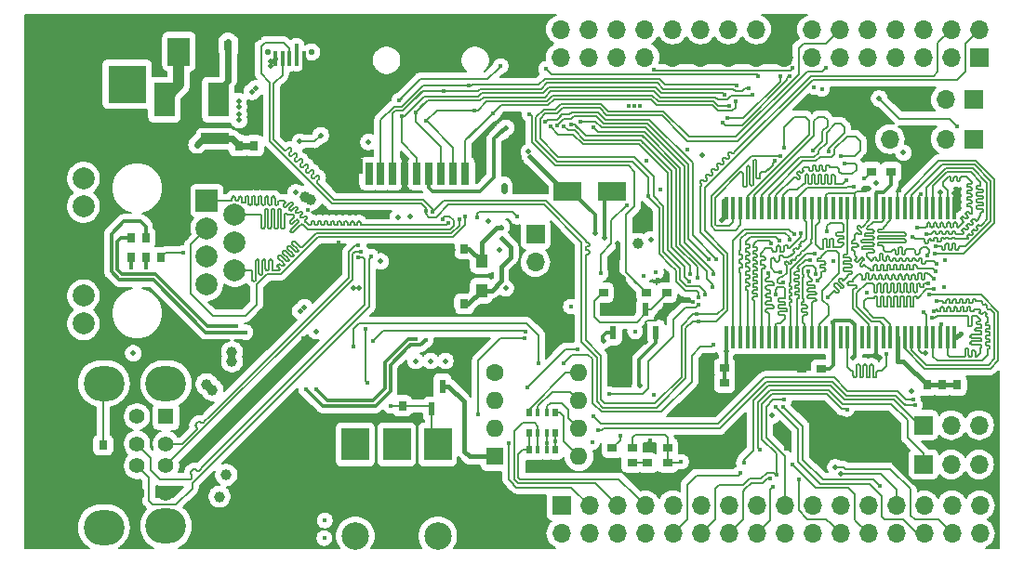
<source format=gbl>
G04 #@! TF.GenerationSoftware,KiCad,Pcbnew,5.0.1+dfsg1-3~bpo9+1*
G04 #@! TF.CreationDate,2019-01-18T15:45:32+07:00*
G04 #@! TF.ProjectId,DEV BOARD,44455620424F4152442E6B696361645F,rev?*
G04 #@! TF.SameCoordinates,PX6539160PY6d28560*
G04 #@! TF.FileFunction,Copper,L4,Bot,Signal*
G04 #@! TF.FilePolarity,Positive*
%FSLAX46Y46*%
G04 Gerber Fmt 4.6, Leading zero omitted, Abs format (unit mm)*
G04 Created by KiCad (PCBNEW 5.0.1+dfsg1-3~bpo9+1) date Fri 18 Jan 2019 03:45:32 PM +07*
%MOMM*%
%LPD*%
G01*
G04 APERTURE LIST*
G04 #@! TA.AperFunction,ComponentPad*
%ADD10R,1.700000X1.700000*%
G04 #@! TD*
G04 #@! TA.AperFunction,ComponentPad*
%ADD11O,1.700000X1.700000*%
G04 #@! TD*
G04 #@! TA.AperFunction,ComponentPad*
%ADD12C,4.000000*%
G04 #@! TD*
G04 #@! TA.AperFunction,SMDPad,CuDef*
%ADD13R,0.400000X2.000000*%
G04 #@! TD*
G04 #@! TA.AperFunction,ComponentPad*
%ADD14R,2.000000X2.600000*%
G04 #@! TD*
G04 #@! TA.AperFunction,ComponentPad*
%ADD15O,2.000000X2.600000*%
G04 #@! TD*
G04 #@! TA.AperFunction,SMDPad,CuDef*
%ADD16R,0.900000X0.800000*%
G04 #@! TD*
G04 #@! TA.AperFunction,SMDPad,CuDef*
%ADD17R,0.800000X0.900000*%
G04 #@! TD*
G04 #@! TA.AperFunction,SMDPad,CuDef*
%ADD18R,2.500000X1.000000*%
G04 #@! TD*
G04 #@! TA.AperFunction,SMDPad,CuDef*
%ADD19R,0.600000X1.300000*%
G04 #@! TD*
G04 #@! TA.AperFunction,SMDPad,CuDef*
%ADD20R,2.500000X1.800000*%
G04 #@! TD*
G04 #@! TA.AperFunction,SMDPad,CuDef*
%ADD21R,1.960000X3.150000*%
G04 #@! TD*
G04 #@! TA.AperFunction,SMDPad,CuDef*
%ADD22R,0.400000X1.350000*%
G04 #@! TD*
G04 #@! TA.AperFunction,SMDPad,CuDef*
%ADD23R,2.000000X2.000000*%
G04 #@! TD*
G04 #@! TA.AperFunction,ComponentPad*
%ADD24C,0.550000*%
G04 #@! TD*
G04 #@! TA.AperFunction,ComponentPad*
%ADD25R,2.000000X2.000000*%
G04 #@! TD*
G04 #@! TA.AperFunction,ComponentPad*
%ADD26C,2.000000*%
G04 #@! TD*
G04 #@! TA.AperFunction,ComponentPad*
%ADD27C,3.000000*%
G04 #@! TD*
G04 #@! TA.AperFunction,SMDPad,CuDef*
%ADD28R,1.050000X1.300000*%
G04 #@! TD*
G04 #@! TA.AperFunction,SMDPad,CuDef*
%ADD29R,0.700000X2.000000*%
G04 #@! TD*
G04 #@! TA.AperFunction,SMDPad,CuDef*
%ADD30R,1.200000X2.200000*%
G04 #@! TD*
G04 #@! TA.AperFunction,SMDPad,CuDef*
%ADD31R,1.400000X1.200000*%
G04 #@! TD*
G04 #@! TA.AperFunction,SMDPad,CuDef*
%ADD32R,1.200000X1.400000*%
G04 #@! TD*
G04 #@! TA.AperFunction,SMDPad,CuDef*
%ADD33R,0.500000X0.800000*%
G04 #@! TD*
G04 #@! TA.AperFunction,SMDPad,CuDef*
%ADD34R,0.400000X0.800000*%
G04 #@! TD*
G04 #@! TA.AperFunction,ComponentPad*
%ADD35R,1.400000X1.400000*%
G04 #@! TD*
G04 #@! TA.AperFunction,ComponentPad*
%ADD36C,1.400000*%
G04 #@! TD*
G04 #@! TA.AperFunction,ComponentPad*
%ADD37O,3.700000X3.200000*%
G04 #@! TD*
G04 #@! TA.AperFunction,ComponentPad*
%ADD38C,1.600000*%
G04 #@! TD*
G04 #@! TA.AperFunction,ComponentPad*
%ADD39O,1.600000X1.600000*%
G04 #@! TD*
G04 #@! TA.AperFunction,ComponentPad*
%ADD40R,1.600000X1.600000*%
G04 #@! TD*
G04 #@! TA.AperFunction,ComponentPad*
%ADD41R,3.500000X3.500000*%
G04 #@! TD*
G04 #@! TA.AperFunction,ComponentPad*
%ADD42O,3.500000X3.000000*%
G04 #@! TD*
G04 #@! TA.AperFunction,ComponentPad*
%ADD43R,2.500000X3.000000*%
G04 #@! TD*
G04 #@! TA.AperFunction,ComponentPad*
%ADD44C,2.500000*%
G04 #@! TD*
G04 #@! TA.AperFunction,ViaPad*
%ADD45C,0.400000*%
G04 #@! TD*
G04 #@! TA.AperFunction,ViaPad*
%ADD46C,0.500000*%
G04 #@! TD*
G04 #@! TA.AperFunction,ViaPad*
%ADD47C,1.000000*%
G04 #@! TD*
G04 #@! TA.AperFunction,Conductor*
%ADD48C,0.180000*%
G04 #@! TD*
G04 #@! TA.AperFunction,Conductor*
%ADD49C,0.300000*%
G04 #@! TD*
G04 #@! TA.AperFunction,Conductor*
%ADD50C,0.600000*%
G04 #@! TD*
G04 #@! TA.AperFunction,Conductor*
%ADD51C,0.400000*%
G04 #@! TD*
G04 #@! TA.AperFunction,Conductor*
%ADD52C,1.000000*%
G04 #@! TD*
G04 #@! TA.AperFunction,Conductor*
%ADD53C,0.150000*%
G04 #@! TD*
G04 APERTURE END LIST*
D10*
G04 #@! TO.P,VIO-3V,1*
G04 #@! TO.N,3V3*
X87010000Y41530000D03*
D11*
G04 #@! TO.P,VIO-3V,2*
G04 #@! TO.N,3.3VIO*
X84470000Y41530000D03*
G04 #@! TD*
D12*
G04 #@! TO.P,REF\002A\002A,*
G04 #@! TO.N,GND*
X27650000Y41540000D03*
G04 #@! TD*
G04 #@! TO.P,REF\002A\002A,*
G04 #@! TO.N,GND*
X77780000Y10860000D03*
G04 #@! TD*
D13*
G04 #@! TO.P,U2,66*
G04 #@! TO.N,GND*
X85280000Y31675000D03*
G04 #@! TO.P,U2,1*
G04 #@! TO.N,2V5*
X85280000Y19885000D03*
G04 #@! TO.P,U2,65*
G04 #@! TO.N,D15*
X84630000Y31675000D03*
G04 #@! TO.P,U2,2*
G04 #@! TO.N,D00*
X84630000Y19885000D03*
G04 #@! TO.P,U2,64*
G04 #@! TO.N,GND*
X83980000Y31675000D03*
G04 #@! TO.P,U2,3*
G04 #@! TO.N,2V5*
X83980000Y19885000D03*
G04 #@! TO.P,U2,63*
G04 #@! TO.N,D14*
X83330000Y31675000D03*
G04 #@! TO.P,U2,4*
G04 #@! TO.N,D01*
X83330000Y19885000D03*
G04 #@! TO.P,U2,62*
G04 #@! TO.N,D13*
X82680000Y31675000D03*
G04 #@! TO.P,U2,5*
G04 #@! TO.N,D02*
X82680000Y19885000D03*
G04 #@! TO.P,U2,61*
G04 #@! TO.N,2V5*
X82030000Y31675000D03*
G04 #@! TO.P,U2,6*
G04 #@! TO.N,GND*
X82030000Y19885000D03*
G04 #@! TO.P,U2,60*
G04 #@! TO.N,D12*
X81380000Y31675000D03*
G04 #@! TO.P,U2,7*
G04 #@! TO.N,D03*
X81380000Y19885000D03*
G04 #@! TO.P,U2,59*
G04 #@! TO.N,D11*
X80730000Y31675000D03*
G04 #@! TO.P,U2,8*
G04 #@! TO.N,D04*
X80730000Y19885000D03*
G04 #@! TO.P,U2,58*
G04 #@! TO.N,GND*
X80080000Y31675000D03*
G04 #@! TO.P,U2,9*
G04 #@! TO.N,2V5*
X80080000Y19885000D03*
G04 #@! TO.P,U2,57*
G04 #@! TO.N,D10*
X79430000Y31675000D03*
G04 #@! TO.P,U2,10*
G04 #@! TO.N,D05*
X79430000Y19885000D03*
G04 #@! TO.P,U2,56*
G04 #@! TO.N,D09*
X78780000Y31675000D03*
G04 #@! TO.P,U2,11*
G04 #@! TO.N,D06*
X78780000Y19885000D03*
G04 #@! TO.P,U2,55*
G04 #@! TO.N,2V5*
X78130000Y31675000D03*
G04 #@! TO.P,U2,12*
G04 #@! TO.N,GND*
X78130000Y19885000D03*
G04 #@! TO.P,U2,54*
G04 #@! TO.N,D08*
X77480000Y31675000D03*
G04 #@! TO.P,U2,13*
G04 #@! TO.N,D07*
X77480000Y19885000D03*
G04 #@! TO.P,U2,53*
G04 #@! TO.N,Net-(U2-Pad53)*
X76830000Y31675000D03*
G04 #@! TO.P,U2,14*
G04 #@! TO.N,Net-(U2-Pad14)*
X76830000Y19885000D03*
G04 #@! TO.P,U2,52*
G04 #@! TO.N,GND*
X76180000Y31675000D03*
G04 #@! TO.P,U2,15*
G04 #@! TO.N,2V5*
X76180000Y19885000D03*
G04 #@! TO.P,U2,51*
G04 #@! TO.N,DQS1*
X75530000Y31675000D03*
G04 #@! TO.P,U2,16*
G04 #@! TO.N,DQS0*
X75530000Y19885000D03*
G04 #@! TO.P,U2,50*
G04 #@! TO.N,Net-(U2-Pad50)*
X74880000Y31675000D03*
G04 #@! TO.P,U2,17*
G04 #@! TO.N,Net-(U2-Pad17)*
X74880000Y19885000D03*
G04 #@! TO.P,U2,49*
G04 #@! TO.N,Net-(C40-Pad2)*
X74230000Y31675000D03*
G04 #@! TO.P,U2,18*
G04 #@! TO.N,2V5*
X74230000Y19885000D03*
G04 #@! TO.P,U2,48*
G04 #@! TO.N,GND*
X73580000Y31675000D03*
G04 #@! TO.P,U2,19*
G04 #@! TO.N,Net-(U2-Pad19)*
X73580000Y19885000D03*
G04 #@! TO.P,U2,47*
G04 #@! TO.N,DQM1*
X72930000Y31675000D03*
G04 #@! TO.P,U2,20*
G04 #@! TO.N,DQM0*
X72930000Y19885000D03*
G04 #@! TO.P,U2,46*
G04 #@! TO.N,CLKN*
X72280000Y31675000D03*
G04 #@! TO.P,U2,21*
G04 #@! TO.N,WEN*
X72280000Y19885000D03*
G04 #@! TO.P,U2,45*
G04 #@! TO.N,CLK*
X71630000Y31675000D03*
G04 #@! TO.P,U2,22*
G04 #@! TO.N,CASN*
X71630000Y19885000D03*
G04 #@! TO.P,U2,44*
G04 #@! TO.N,CKE*
X70980000Y31675000D03*
G04 #@! TO.P,U2,23*
G04 #@! TO.N,RASN*
X70980000Y19885000D03*
G04 #@! TO.P,U2,43*
G04 #@! TO.N,Net-(U2-Pad43)*
X70330000Y31675000D03*
G04 #@! TO.P,U2,24*
G04 #@! TO.N,CS*
X70330000Y19885000D03*
G04 #@! TO.P,U2,42*
G04 #@! TO.N,A12*
X69680000Y31675000D03*
G04 #@! TO.P,U2,25*
G04 #@! TO.N,Net-(U2-Pad25)*
X69680000Y19885000D03*
G04 #@! TO.P,U2,41*
G04 #@! TO.N,A11*
X69030000Y31675000D03*
G04 #@! TO.P,U2,26*
G04 #@! TO.N,BA0*
X69030000Y19885000D03*
G04 #@! TO.P,U2,40*
G04 #@! TO.N,A09*
X68380000Y31675000D03*
G04 #@! TO.P,U2,27*
G04 #@! TO.N,BA1*
X68380000Y19885000D03*
G04 #@! TO.P,U2,39*
G04 #@! TO.N,A08*
X67730000Y31675000D03*
G04 #@! TO.P,U2,28*
G04 #@! TO.N,A10*
X67730000Y19885000D03*
G04 #@! TO.P,U2,38*
G04 #@! TO.N,A07*
X67080000Y31675000D03*
G04 #@! TO.P,U2,29*
G04 #@! TO.N,A00*
X67080000Y19885000D03*
G04 #@! TO.P,U2,37*
G04 #@! TO.N,A06*
X66430000Y31675000D03*
G04 #@! TO.P,U2,30*
G04 #@! TO.N,A01*
X66430000Y19885000D03*
G04 #@! TO.P,U2,36*
G04 #@! TO.N,A05*
X65780000Y31675000D03*
G04 #@! TO.P,U2,31*
G04 #@! TO.N,A02*
X65780000Y19885000D03*
G04 #@! TO.P,U2,35*
G04 #@! TO.N,A04*
X65130000Y31675000D03*
G04 #@! TO.P,U2,32*
G04 #@! TO.N,A03*
X65130000Y19885000D03*
G04 #@! TO.P,U2,34*
G04 #@! TO.N,GND*
X64480000Y31675000D03*
G04 #@! TO.P,U2,33*
G04 #@! TO.N,2V5*
X64480000Y19885000D03*
G04 #@! TD*
D14*
G04 #@! TO.P,BATT,1*
G04 #@! TO.N,Net-(BATT1-Pad1)*
X14660000Y45910000D03*
D15*
G04 #@! TO.P,BATT,2*
G04 #@! TO.N,GND*
X17200000Y45910000D03*
G04 #@! TD*
D16*
G04 #@! TO.P,C1,1*
G04 #@! TO.N,Net-(C1-Pad1)*
X55920000Y8434392D03*
G04 #@! TO.P,C1,2*
G04 #@! TO.N,GND*
X54120000Y8434392D03*
G04 #@! TD*
D17*
G04 #@! TO.P,C4,1*
G04 #@! TO.N,VIDEO*
X35012866Y13640000D03*
G04 #@! TO.P,C4,2*
G04 #@! TO.N,GND*
X35012866Y15440000D03*
G04 #@! TD*
G04 #@! TO.P,C32,1*
G04 #@! TO.N,2V5*
X85490000Y15530000D03*
G04 #@! TO.P,C32,2*
G04 #@! TO.N,GND*
X85490000Y13730000D03*
G04 #@! TD*
G04 #@! TO.P,C33,1*
G04 #@! TO.N,2V5*
X84130000Y15530000D03*
G04 #@! TO.P,C33,2*
G04 #@! TO.N,GND*
X84130000Y13730000D03*
G04 #@! TD*
G04 #@! TO.P,C34,1*
G04 #@! TO.N,2V5*
X82760000Y15530000D03*
G04 #@! TO.P,C34,2*
G04 #@! TO.N,GND*
X82760000Y13730000D03*
G04 #@! TD*
D16*
G04 #@! TO.P,C35,1*
G04 #@! TO.N,2V5*
X73150000Y16970000D03*
G04 #@! TO.P,C35,2*
G04 #@! TO.N,GND*
X71350000Y16970000D03*
G04 #@! TD*
G04 #@! TO.P,C36,1*
G04 #@! TO.N,2V5*
X64340000Y15720000D03*
G04 #@! TO.P,C36,2*
G04 #@! TO.N,GND*
X62540000Y15720000D03*
G04 #@! TD*
G04 #@! TO.P,C37,1*
G04 #@! TO.N,2V5*
X64350000Y17080000D03*
G04 #@! TO.P,C37,2*
G04 #@! TO.N,GND*
X62550000Y17080000D03*
G04 #@! TD*
D17*
G04 #@! TO.P,C48,1*
G04 #@! TO.N,Net-(C48-Pad1)*
X40640000Y22920000D03*
G04 #@! TO.P,C48,2*
G04 #@! TO.N,GND*
X40640000Y24720000D03*
G04 #@! TD*
G04 #@! TO.P,C49,1*
G04 #@! TO.N,Net-(C49-Pad1)*
X40650000Y27950000D03*
G04 #@! TO.P,C49,2*
G04 #@! TO.N,GND*
X40650000Y26150000D03*
G04 #@! TD*
G04 #@! TO.P,C67,1*
G04 #@! TO.N,GND*
X13000000Y28950000D03*
G04 #@! TO.P,C67,2*
G04 #@! TO.N,Net-(C67-Pad2)*
X13000000Y27150000D03*
G04 #@! TD*
G04 #@! TO.P,C69,1*
G04 #@! TO.N,BATT+*
X19150000Y46430000D03*
G04 #@! TO.P,C69,2*
G04 #@! TO.N,GND*
X19150000Y48230000D03*
G04 #@! TD*
G04 #@! TO.P,C71,1*
G04 #@! TO.N,5V*
X20140000Y37340000D03*
G04 #@! TO.P,C71,2*
G04 #@! TO.N,GND*
X20140000Y35540000D03*
G04 #@! TD*
D18*
G04 #@! TO.P,C72,1*
G04 #@! TO.N,5V*
X17976016Y37960000D03*
G04 #@! TO.P,C72,2*
G04 #@! TO.N,GND*
X17976016Y34960000D03*
G04 #@! TD*
D17*
G04 #@! TO.P,C74,1*
G04 #@! TO.N,5V*
X21500000Y37340000D03*
G04 #@! TO.P,C74,2*
G04 #@! TO.N,GND*
X21500000Y35540000D03*
G04 #@! TD*
D19*
G04 #@! TO.P,D1,3*
G04 #@! TO.N,VIDEO*
X37692866Y13330000D03*
G04 #@! TO.P,D1,2*
G04 #@! TO.N,3.3VIO*
X38642866Y15430000D03*
G04 #@! TO.P,D1,1*
G04 #@! TO.N,GND*
X36742866Y15430000D03*
G04 #@! TD*
D20*
G04 #@! TO.P,D2,1*
G04 #@! TO.N,Net-(C10-Pad1)*
X54050000Y33200000D03*
G04 #@! TO.P,D2,2*
G04 #@! TO.N,BATT+*
X50050000Y33200000D03*
G04 #@! TD*
D10*
G04 #@! TO.P,EXT-3V,1*
G04 #@! TO.N,Net-(C75-Pad1)*
X47120000Y29270000D03*
D11*
G04 #@! TO.P,EXT-3V,2*
G04 #@! TO.N,3V3*
X47120000Y26730000D03*
G04 #@! TD*
D21*
G04 #@! TO.P,F2,2*
G04 #@! TO.N,BATT+*
X18250000Y41540000D03*
G04 #@! TO.P,F2,1*
G04 #@! TO.N,Net-(BATT1-Pad1)*
X13330000Y41540000D03*
G04 #@! TD*
D10*
G04 #@! TO.P,GPIO1,1*
G04 #@! TO.N,PIN1/LCD_D00*
X49480000Y4550000D03*
D11*
G04 #@! TO.P,GPIO1,2*
G04 #@! TO.N,I2C_SDA*
X49480000Y2010000D03*
G04 #@! TO.P,GPIO1,3*
G04 #@! TO.N,PIN2/LCD_D01*
X52020000Y4550000D03*
G04 #@! TO.P,GPIO1,4*
G04 #@! TO.N,I2C_SCL*
X52020000Y2010000D03*
G04 #@! TO.P,GPIO1,5*
G04 #@! TO.N,PIN3/LCD_D02*
X54560000Y4550000D03*
G04 #@! TO.P,GPIO1,6*
G04 #@! TO.N,Net-(GPIO1-Pad6)*
X54560000Y2010000D03*
G04 #@! TO.P,GPIO1,7*
G04 #@! TO.N,PIN4/LCD_D03*
X57100000Y4550000D03*
G04 #@! TO.P,GPIO1,8*
G04 #@! TO.N,Net-(GPIO1-Pad8)*
X57100000Y2010000D03*
G04 #@! TO.P,GPIO1,9*
G04 #@! TO.N,PIN5/LCD_D04*
X59640000Y4550000D03*
G04 #@! TO.P,GPIO1,10*
G04 #@! TO.N,PIN26/LCD_CS*
X59640000Y2010000D03*
G04 #@! TO.P,GPIO1,11*
G04 #@! TO.N,PIN6/LCD_D05*
X62180000Y4550000D03*
G04 #@! TO.P,GPIO1,12*
G04 #@! TO.N,PIN25/LCD_RS*
X62180000Y2010000D03*
G04 #@! TO.P,GPIO1,13*
G04 #@! TO.N,PIN7/LCD_D06*
X64720000Y4550000D03*
G04 #@! TO.P,GPIO1,14*
G04 #@! TO.N,PIN24/LCD_WR*
X64720000Y2010000D03*
G04 #@! TO.P,GPIO1,15*
G04 #@! TO.N,PIN8/LCD_D07*
X67260000Y4550000D03*
G04 #@! TO.P,GPIO1,16*
G04 #@! TO.N,PIN23/LCD_DISP*
X67260000Y2010000D03*
G04 #@! TO.P,GPIO1,17*
G04 #@! TO.N,PIN9/LCD_D08/SSP2_MISO*
X69800000Y4550000D03*
G04 #@! TO.P,GPIO1,18*
G04 #@! TO.N,PIN22/LCD_EN/I2C_SCL*
X69800000Y2010000D03*
G04 #@! TO.P,GPIO1,19*
G04 #@! TO.N,PIN10/LCD_09*
X72340000Y4550000D03*
G04 #@! TO.P,GPIO1,20*
G04 #@! TO.N,PIN21/LCD_HSYNC/I2C_SDA*
X72340000Y2010000D03*
G04 #@! TO.P,GPIO1,21*
G04 #@! TO.N,PIN11/LCD_D10*
X74880000Y4550000D03*
G04 #@! TO.P,GPIO1,22*
G04 #@! TO.N,PIN20/LCD_VSYNC*
X74880000Y2010000D03*
G04 #@! TO.P,GPIO1,23*
G04 #@! TO.N,PIN12/LCD_D11*
X77420000Y4550000D03*
G04 #@! TO.P,GPIO1,24*
G04 #@! TO.N,PIN19/LCD_DOTCLK*
X77420000Y2010000D03*
G04 #@! TO.P,GPIO1,25*
G04 #@! TO.N,PIN13/LCD_D12*
X79960000Y4550000D03*
G04 #@! TO.P,GPIO1,26*
G04 #@! TO.N,PIN18/LCD_D17/USB_EN*
X79960000Y2010000D03*
G04 #@! TO.P,GPIO1,27*
G04 #@! TO.N,PIN14/LCD_D13*
X82500000Y4550000D03*
G04 #@! TO.P,GPIO1,28*
G04 #@! TO.N,PIN17/LCD_D16*
X82500000Y2010000D03*
G04 #@! TO.P,GPIO1,29*
G04 #@! TO.N,PIN15/LCD_D14*
X85040000Y4550000D03*
G04 #@! TO.P,GPIO1,30*
G04 #@! TO.N,PIN16/LCD_D15*
X85040000Y2010000D03*
G04 #@! TO.P,GPIO1,31*
G04 #@! TO.N,Net-(GPIO1-Pad31)*
X87580000Y4550000D03*
G04 #@! TO.P,GPIO1,32*
G04 #@! TO.N,Net-(GPIO1-Pad32)*
X87580000Y2010000D03*
G04 #@! TD*
D10*
G04 #@! TO.P,GPIO2,1*
G04 #@! TO.N,3V3*
X87550000Y45390000D03*
D11*
G04 #@! TO.P,GPIO2,2*
G04 #@! TO.N,USB_P*
X87550000Y47930000D03*
G04 #@! TO.P,GPIO2,3*
G04 #@! TO.N,3V3*
X85010000Y45390000D03*
G04 #@! TO.P,GPIO2,4*
G04 #@! TO.N,USB_N*
X85010000Y47930000D03*
G04 #@! TO.P,GPIO2,5*
G04 #@! TO.N,5V*
X82470000Y45390000D03*
G04 #@! TO.P,GPIO2,6*
G04 #@! TO.N,Net-(GPIO2-Pad6)*
X82470000Y47930000D03*
G04 #@! TO.P,GPIO2,7*
G04 #@! TO.N,5V*
X79930000Y45390000D03*
G04 #@! TO.P,GPIO2,8*
G04 #@! TO.N,Net-(GPIO2-Pad8)*
X79930000Y47930000D03*
G04 #@! TO.P,GPIO2,9*
G04 #@! TO.N,V_IN*
X77390000Y45390000D03*
G04 #@! TO.P,GPIO2,10*
G04 #@! TO.N,Net-(GPIO2-Pad10)*
X77390000Y47930000D03*
G04 #@! TO.P,GPIO2,11*
G04 #@! TO.N,V_IN*
X74850000Y45390000D03*
G04 #@! TO.P,GPIO2,12*
G04 #@! TO.N,PWM0/DUART_RXD*
X74850000Y47930000D03*
G04 #@! TO.P,GPIO2,13*
G04 #@! TO.N,BATT+*
X72310000Y45390000D03*
G04 #@! TO.P,GPIO2,14*
G04 #@! TO.N,PWM1/DUART_TXD*
X72310000Y47930000D03*
G04 #@! TO.P,GPIO2,15*
G04 #@! TO.N,GND*
X69770000Y45390000D03*
G04 #@! TO.P,GPIO2,16*
X69770000Y47930000D03*
G04 #@! TO.P,GPIO2,17*
X67230000Y45390000D03*
G04 #@! TO.P,GPIO2,18*
G04 #@! TO.N,PIN27/PWM2*
X67230000Y47930000D03*
G04 #@! TO.P,GPIO2,19*
G04 #@! TO.N,GND*
X64690000Y45390000D03*
G04 #@! TO.P,GPIO2,20*
G04 #@! TO.N,PIN28/SOFT_SDA*
X64690000Y47930000D03*
G04 #@! TO.P,GPIO2,21*
G04 #@! TO.N,GND*
X62150000Y45390000D03*
G04 #@! TO.P,GPIO2,22*
G04 #@! TO.N,PIN29/SOFT_SCL*
X62150000Y47930000D03*
G04 #@! TO.P,GPIO2,23*
G04 #@! TO.N,GND*
X59610000Y45390000D03*
G04 #@! TO.P,GPIO2,24*
G04 #@! TO.N,PIN30*
X59610000Y47930000D03*
G04 #@! TO.P,GPIO2,25*
G04 #@! TO.N,AUART1_TXD*
X57070000Y45390000D03*
G04 #@! TO.P,GPIO2,26*
G04 #@! TO.N,PIN31*
X57070000Y47930000D03*
G04 #@! TO.P,GPIO2,27*
G04 #@! TO.N,AUART1_RDX*
X54530000Y45390000D03*
G04 #@! TO.P,GPIO2,28*
G04 #@! TO.N,PIN32/LRADC1*
X54530000Y47930000D03*
G04 #@! TO.P,GPIO2,29*
G04 #@! TO.N,SSP2_MOSI*
X51990000Y45390000D03*
G04 #@! TO.P,GPIO2,30*
G04 #@! TO.N,PIN33/LRADC0*
X51990000Y47930000D03*
G04 #@! TO.P,GPIO2,31*
G04 #@! TO.N,SSP2_SCK*
X49450000Y45390000D03*
G04 #@! TO.P,GPIO2,32*
G04 #@! TO.N,PIN34/MIC*
X49450000Y47930000D03*
G04 #@! TD*
D22*
G04 #@! TO.P,MUSB,3*
G04 #@! TO.N,USB_P*
X24730000Y45320000D03*
G04 #@! TO.P,MUSB,4*
G04 #@! TO.N,Net-(HOST_EN1-Pad2)*
X25380000Y45320000D03*
G04 #@! TO.P,MUSB,5*
G04 #@! TO.N,GND*
X26030000Y45320000D03*
G04 #@! TO.P,MUSB,2*
G04 #@! TO.N,USB_N*
X24080000Y45320000D03*
G04 #@! TO.P,MUSB,1*
G04 #@! TO.N,5V*
X23430000Y45320000D03*
D23*
G04 #@! TO.P,MUSB,6*
G04 #@! TO.N,GND*
X28280000Y47995000D03*
X21180000Y47995000D03*
D24*
G04 #@! TO.P,MUSB,*
G04 #@! TO.N,*
X22730000Y45870000D03*
X26730000Y45870000D03*
G04 #@! TD*
D25*
G04 #@! TO.P,ETHERNET,1*
G04 #@! TO.N,/USB-ETHERNET CONTROLLER/TX+*
X17210000Y32330000D03*
D26*
G04 #@! TO.P,ETHERNET,2*
G04 #@! TO.N,/USB-ETHERNET CONTROLLER/TX-*
X19750000Y31060000D03*
G04 #@! TO.P,ETHERNET,3*
G04 #@! TO.N,/USB-ETHERNET CONTROLLER/RX+*
X17210000Y29790000D03*
G04 #@! TO.P,ETHERNET,4*
G04 #@! TO.N,Net-(C67-Pad2)*
X19750000Y28520000D03*
G04 #@! TO.P,ETHERNET,5*
X17210000Y27250000D03*
G04 #@! TO.P,ETHERNET,6*
G04 #@! TO.N,/USB-ETHERNET CONTROLLER/RX-*
X19750000Y25980000D03*
G04 #@! TO.P,ETHERNET,7*
G04 #@! TO.N,Net-(J3-Pad7)*
X17210000Y24710000D03*
G04 #@! TO.P,ETHERNET,8*
G04 #@! TO.N,GND*
X19750000Y23440000D03*
G04 #@! TO.P,ETHERNET,9*
G04 #@! TO.N,3V3*
X5970000Y34350000D03*
G04 #@! TO.P,ETHERNET,10*
G04 #@! TO.N,Net-(J3-Pad10)*
X5970000Y31810000D03*
G04 #@! TO.P,ETHERNET,11*
G04 #@! TO.N,Net-(J3-Pad11)*
X5970000Y23650000D03*
G04 #@! TO.P,ETHERNET,12*
G04 #@! TO.N,3V3*
X5970000Y21110000D03*
D27*
G04 #@! TO.P,ETHERNET,13*
G04 #@! TO.N,GND*
X13970000Y35770000D03*
X13970000Y19770000D03*
G04 #@! TD*
D28*
G04 #@! TO.P,L2,1*
G04 #@! TO.N,Net-(C49-Pad1)*
X42210000Y26830000D03*
G04 #@! TO.P,L2,2*
G04 #@! TO.N,Net-(C48-Pad1)*
X42210000Y24130000D03*
G04 #@! TD*
D29*
G04 #@! TO.P,MSD,1*
G04 #@! TO.N,SSP1_DATA2*
X40750000Y34780000D03*
G04 #@! TO.P,MSD,2*
G04 #@! TO.N,SSP1_DATA3*
X39650000Y34780000D03*
G04 #@! TO.P,MSD,3*
G04 #@! TO.N,SSP1_CMD*
X38550000Y34780000D03*
G04 #@! TO.P,MSD,4*
G04 #@! TO.N,3.3VIO*
X37450000Y34780000D03*
G04 #@! TO.P,MSD,5*
G04 #@! TO.N,SSP1_SCK*
X36350000Y34780000D03*
G04 #@! TO.P,MSD,6*
G04 #@! TO.N,GND*
X35250000Y34780000D03*
G04 #@! TO.P,MSD,7*
G04 #@! TO.N,SSP1_DATA0*
X34150000Y34780000D03*
G04 #@! TO.P,MSD,8*
G04 #@! TO.N,SSP1_DATA1*
X33050000Y34780000D03*
G04 #@! TO.P,MSD,9*
G04 #@! TO.N,Net-(MSD1-Pad9)*
X31950000Y34780000D03*
D30*
G04 #@! TO.P,MSD,10*
G04 #@! TO.N,GND*
X46340000Y44650000D03*
X30760000Y44630000D03*
D31*
X45400000Y35460000D03*
D32*
X30790000Y35470000D03*
G04 #@! TD*
D19*
G04 #@! TO.P,Q1,3*
G04 #@! TO.N,/ARM_CPU/XTI*
X58087766Y20310000D03*
G04 #@! TO.P,Q1,2*
G04 #@! TO.N,GND*
X59037766Y22410000D03*
G04 #@! TO.P,Q1,1*
G04 #@! TO.N,Net-(Q1-Pad1)*
X57137766Y22410000D03*
G04 #@! TD*
G04 #@! TO.P,Q2,3*
G04 #@! TO.N,/ARM_CPU/XTO*
X54197766Y20320000D03*
G04 #@! TO.P,Q2,2*
G04 #@! TO.N,GND*
X55147766Y22420000D03*
G04 #@! TO.P,Q2,1*
X53247766Y22420000D03*
G04 #@! TD*
D16*
G04 #@! TO.P,R1,1*
G04 #@! TO.N,Net-(Q1-Pad1)*
X59057766Y23950000D03*
G04 #@! TO.P,R1,2*
G04 #@! TO.N,/ARM_CPU/RESET*
X57257766Y23950000D03*
G04 #@! TD*
G04 #@! TO.P,R2,1*
G04 #@! TO.N,Net-(Q1-Pad1)*
X53297766Y23950000D03*
G04 #@! TO.P,R2,2*
G04 #@! TO.N,GND*
X55097766Y23950000D03*
G04 #@! TD*
G04 #@! TO.P,R3,1*
G04 #@! TO.N,/ARM_CPU/SJTAG_PSW*
X59140000Y9794392D03*
G04 #@! TO.P,R3,2*
G04 #@! TO.N,GND*
X57340000Y9794392D03*
G04 #@! TD*
G04 #@! TO.P,R5,1*
G04 #@! TO.N,/ARM_CPU/SJTAG_PSW*
X55920000Y9794392D03*
G04 #@! TO.P,R5,2*
G04 #@! TO.N,P_SWITCH*
X54120000Y9794392D03*
G04 #@! TD*
G04 #@! TO.P,R6,1*
G04 #@! TO.N,/ARM_CPU/SJTAG_PSW*
X59140000Y8434392D03*
G04 #@! TO.P,R6,2*
G04 #@! TO.N,Net-(C1-Pad1)*
X57340000Y8434392D03*
G04 #@! TD*
G04 #@! TO.P,R19,1*
G04 #@! TO.N,2V5*
X79500000Y34960000D03*
G04 #@! TO.P,R19,2*
G04 #@! TO.N,CS*
X77700000Y34960000D03*
G04 #@! TD*
D17*
G04 #@! TO.P,R26,1*
G04 #@! TO.N,Net-(J3-Pad10)*
X10290000Y27140000D03*
G04 #@! TO.P,R26,2*
G04 #@! TO.N,Net-(R26-Pad2)*
X10290000Y28940000D03*
G04 #@! TD*
G04 #@! TO.P,R27,1*
G04 #@! TO.N,Net-(J3-Pad11)*
X11650000Y27140000D03*
G04 #@! TO.P,R27,2*
G04 #@! TO.N,Net-(R27-Pad2)*
X11650000Y28940000D03*
G04 #@! TD*
G04 #@! TO.P,R33,1*
G04 #@! TO.N,GND*
X7770000Y8250000D03*
G04 #@! TO.P,R33,2*
G04 #@! TO.N,Net-(R33-Pad2)*
X7770000Y10050000D03*
G04 #@! TD*
D33*
G04 #@! TO.P,RN1,1*
G04 #@! TO.N,Net-(RN1-Pad1)*
X46540000Y13000000D03*
D34*
G04 #@! TO.P,RN1,3*
G04 #@! TO.N,Net-(RN1-Pad3)*
X48140000Y13000000D03*
G04 #@! TO.P,RN1,2*
G04 #@! TO.N,Net-(RN1-Pad2)*
X47340000Y13000000D03*
D33*
G04 #@! TO.P,RN1,4*
G04 #@! TO.N,Net-(RN1-Pad4)*
X48940000Y13000000D03*
D34*
G04 #@! TO.P,RN1,7*
G04 #@! TO.N,PIN3/LCD_D02*
X47340000Y11200000D03*
D33*
G04 #@! TO.P,RN1,8*
G04 #@! TO.N,PIN4/LCD_D03*
X46540000Y11200000D03*
D34*
G04 #@! TO.P,RN1,6*
G04 #@! TO.N,PIN2/LCD_D01*
X48140000Y11200000D03*
D33*
G04 #@! TO.P,RN1,5*
G04 #@! TO.N,PIN1/LCD_D00*
X48940000Y11200000D03*
G04 #@! TD*
G04 #@! TO.P,RN2,1*
G04 #@! TO.N,PIN4/LCD_D03*
X46530000Y9630000D03*
D34*
G04 #@! TO.P,RN2,3*
G04 #@! TO.N,PIN2/LCD_D01*
X48130000Y9630000D03*
G04 #@! TO.P,RN2,2*
G04 #@! TO.N,PIN3/LCD_D02*
X47330000Y9630000D03*
D33*
G04 #@! TO.P,RN2,4*
G04 #@! TO.N,PIN1/LCD_D00*
X48930000Y9630000D03*
D34*
G04 #@! TO.P,RN2,7*
G04 #@! TO.N,GND*
X47330000Y7830000D03*
D33*
G04 #@! TO.P,RN2,8*
X46530000Y7830000D03*
D34*
G04 #@! TO.P,RN2,6*
X48130000Y7830000D03*
D33*
G04 #@! TO.P,RN2,5*
X48930000Y7830000D03*
G04 #@! TD*
D35*
G04 #@! TO.P,USB,1*
G04 #@! TO.N,/USB-ETHERNET CONTROLLER/USB_PWR_2*
X13490000Y12650000D03*
D36*
G04 #@! TO.P,USB,2*
G04 #@! TO.N,/USB-ETHERNET CONTROLLER/USB2_N*
X13490000Y10160000D03*
G04 #@! TO.P,USB,3*
G04 #@! TO.N,/USB-ETHERNET CONTROLLER/USB2_P*
X13490000Y8160000D03*
G04 #@! TO.P,USB,4*
G04 #@! TO.N,GND*
X13490000Y5660000D03*
G04 #@! TO.P,USB,5*
G04 #@! TO.N,/USB-ETHERNET CONTROLLER/USB_PWR_3*
X10840000Y12660000D03*
G04 #@! TO.P,USB,6*
G04 #@! TO.N,/USB-ETHERNET CONTROLLER/USB3_N*
X10840000Y10160000D03*
G04 #@! TO.P,USB,7*
G04 #@! TO.N,/USB-ETHERNET CONTROLLER/USB3_P*
X10840000Y8160000D03*
G04 #@! TO.P,USB,8*
G04 #@! TO.N,GND*
X10840000Y5660000D03*
D37*
G04 #@! TO.P,USB,9*
G04 #@! TO.N,Net-(R33-Pad2)*
X13490000Y2660000D03*
G04 #@! TO.P,USB,10*
X13490000Y15650000D03*
G04 #@! TO.P,USB,11*
X7840000Y2560000D03*
G04 #@! TO.P,USB,12*
X7840000Y15660000D03*
G04 #@! TD*
D10*
G04 #@! TO.P,SCL,1*
G04 #@! TO.N,PIN22/LCD_EN/I2C_SCL*
X82430000Y11880000D03*
D11*
G04 #@! TO.P,SCL,2*
G04 #@! TO.N,I2C_SCL*
X84970000Y11880000D03*
G04 #@! TO.P,SCL,3*
G04 #@! TO.N,PIN29/SOFT_SCL*
X87510000Y11880000D03*
G04 #@! TD*
D10*
G04 #@! TO.P,SDA,1*
G04 #@! TO.N,PIN21/LCD_HSYNC/I2C_SDA*
X82430000Y8290000D03*
D11*
G04 #@! TO.P,SDA,2*
G04 #@! TO.N,I2C_SDA*
X84970000Y8290000D03*
G04 #@! TO.P,SDA,3*
G04 #@! TO.N,PIN28/SOFT_SDA*
X87510000Y8290000D03*
G04 #@! TD*
D38*
G04 #@! TO.P,BOOT-SW,1*
G04 #@! TO.N,3.3VIO*
X43460000Y16630000D03*
D39*
G04 #@! TO.P,BOOT-SW,5*
G04 #@! TO.N,Net-(RN1-Pad4)*
X51080000Y9010000D03*
G04 #@! TO.P,BOOT-SW,2*
G04 #@! TO.N,3.3VIO*
X43460000Y14090000D03*
G04 #@! TO.P,BOOT-SW,6*
G04 #@! TO.N,Net-(RN1-Pad3)*
X51080000Y11550000D03*
G04 #@! TO.P,BOOT-SW,3*
G04 #@! TO.N,3.3VIO*
X43460000Y11550000D03*
G04 #@! TO.P,BOOT-SW,7*
G04 #@! TO.N,Net-(RN1-Pad2)*
X51080000Y14090000D03*
D40*
G04 #@! TO.P,BOOT-SW,4*
G04 #@! TO.N,3.3VIO*
X43460000Y9010000D03*
D39*
G04 #@! TO.P,BOOT-SW,8*
G04 #@! TO.N,Net-(RN1-Pad1)*
X51080000Y16630000D03*
G04 #@! TD*
D10*
G04 #@! TO.P,U_DEBUG,1*
G04 #@! TO.N,PWM0/DUART_RXD*
X87000000Y37940000D03*
D11*
G04 #@! TO.P,U_DEBUG,2*
G04 #@! TO.N,PWM1/DUART_TXD*
X84460000Y37940000D03*
G04 #@! TO.P,U_DEBUG,3*
G04 #@! TO.N,GND*
X81920000Y37940000D03*
G04 #@! TO.P,U_DEBUG,4*
G04 #@! TO.N,DEBUG*
X79380000Y37940000D03*
G04 #@! TD*
D41*
G04 #@! TO.P,VIN_5VDC,1*
G04 #@! TO.N,V_IN*
X9960000Y42930000D03*
G04 #@! TO.P,VIN_5VDC,2*
G04 #@! TO.N,GND*
X3960000Y42930000D03*
G04 #@! TO.P,VIN_5VDC,3*
X6960000Y38230000D03*
G04 #@! TD*
D42*
G04 #@! TO.P,VIDEO,2*
G04 #@! TO.N,GND*
X34505000Y4610000D03*
D43*
G04 #@! TO.P,VIDEO,1*
G04 #@! TO.N,VIDEO*
X30720000Y10110000D03*
X38220000Y10110000D03*
X34490000Y10110000D03*
D42*
G04 #@! TO.P,VIDEO,2*
G04 #@! TO.N,GND*
X34490000Y4610000D03*
D44*
G04 #@! TO.P,VIDEO,*
G04 #@! TO.N,*
X38230000Y1780000D03*
X30730000Y1780000D03*
G04 #@! TD*
D12*
G04 #@! TO.P,REF\002A\002A,*
G04 #@! TO.N,GND*
X44580000Y3370000D03*
G04 #@! TD*
D45*
G04 #@! TO.N,GND*
X25980000Y19780000D03*
X25980000Y19370000D03*
X25980000Y18920000D03*
X26419685Y31514723D03*
X26820000Y27080000D03*
X26460000Y27080000D03*
X35940000Y14940000D03*
X80250000Y33290000D03*
X56640000Y40976210D03*
X56110000Y40976210D03*
X55610000Y40976210D03*
D46*
X25540000Y23640000D03*
X25610000Y24880000D03*
X60820000Y12840000D03*
D47*
X39322500Y27852500D03*
X37485000Y27852500D03*
X35647500Y27852500D03*
X39322500Y22340000D03*
X37485000Y22340000D03*
X35647500Y22340000D03*
X39322500Y24177500D03*
X37485000Y24177500D03*
X35647500Y24177500D03*
X35647500Y26015000D03*
X39322500Y26015000D03*
X37485000Y26015000D03*
D46*
X54630000Y28440000D03*
X54640000Y27080000D03*
X54690000Y25680000D03*
X49410000Y23290000D03*
X49410000Y22880000D03*
X49410000Y22370000D03*
X49410000Y21870000D03*
D45*
X58200000Y25170000D03*
X57120000Y31320000D03*
D46*
X40500000Y15910000D03*
D45*
X30250000Y31140000D03*
X29180000Y28530000D03*
X49800000Y7830000D03*
X57590000Y10460000D03*
X69960000Y9710000D03*
X61470000Y23140000D03*
D46*
X44939794Y36779166D03*
X35280000Y36010000D03*
X37440000Y44620000D03*
X57100000Y19471027D03*
X78490000Y17990000D03*
X64039965Y30535204D03*
X77479647Y33460369D03*
X82660000Y18434998D03*
X85275738Y33044434D03*
X83990000Y33130000D03*
D45*
G04 #@! TO.N,VIDEO*
X55420453Y31918565D03*
X53060000Y25700000D03*
X33930000Y13630000D03*
G04 #@! TO.N,/ARM_CPU/DCDC_VDDD*
X57870000Y14630000D03*
X60970000Y36990000D03*
G04 #@! TO.N,3.3VIO*
X50339632Y22684335D03*
D46*
X80610000Y36700000D03*
D45*
X57220000Y35990000D03*
D46*
X44120000Y38680000D03*
X44450000Y38970000D03*
X81340000Y14930000D03*
X68680000Y12750000D03*
X62330000Y36480000D03*
G04 #@! TO.N,2V5*
X64480000Y18620000D03*
D45*
X57000000Y25510000D03*
D46*
X76055000Y17990000D03*
D45*
X80090000Y17660000D03*
X84430000Y26890000D03*
X84340000Y24470000D03*
X74230000Y26790000D03*
X77250000Y23950000D03*
X74141381Y21224990D03*
X78200000Y33060000D03*
X84090222Y21096074D03*
X85810000Y20260000D03*
X82183376Y32956624D03*
D46*
G04 #@! TO.N,Net-(C10-Pad1)*
X53410000Y28970000D03*
G04 #@! TO.N,5V*
X21630000Y42550000D03*
X21320000Y42250000D03*
X16330000Y37420000D03*
D47*
X56460000Y28400000D03*
D46*
X22980000Y45040000D03*
X22980000Y44580000D03*
X20137783Y39653119D03*
X20108004Y40230824D03*
X20110000Y40860000D03*
X20100000Y41400000D03*
D45*
X27960000Y3170000D03*
D47*
X19500000Y18530000D03*
X19500000Y17700000D03*
D45*
G04 #@! TO.N,/ARM_CPU/DCDC_VDDA*
X58096202Y25810000D03*
X58460000Y33370000D03*
D46*
G04 #@! TO.N,/ARM_CPU/XTI*
X56650000Y15490000D03*
G04 #@! TO.N,/ARM_CPU/XTO*
X53300000Y19570000D03*
G04 #@! TO.N,BATT+*
X46640000Y36300000D03*
X46510000Y36780000D03*
X19140000Y45720000D03*
X19140000Y46300000D03*
X19140000Y46840000D03*
X52582585Y29360000D03*
X57620000Y28775000D03*
D45*
G04 #@! TO.N,/ARM_CPU/VDDXTAL*
X52300000Y10340000D03*
X56190000Y20420000D03*
D46*
G04 #@! TO.N,Net-(C40-Pad2)*
X78160000Y33940000D03*
D45*
X74230000Y31675000D03*
D46*
G04 #@! TO.N,3V3*
X31930000Y37670000D03*
X10510000Y18410000D03*
X38930000Y17720000D03*
X37570000Y17720000D03*
X36210000Y17720000D03*
X44420000Y24346250D03*
X27180000Y20430000D03*
X43850000Y27846250D03*
D45*
X27890000Y1570000D03*
G04 #@! TO.N,Net-(C47-Pad1)*
X46190000Y20430000D03*
X32330000Y19510000D03*
D46*
G04 #@! TO.N,Net-(C48-Pad1)*
X44100000Y28850000D03*
G04 #@! TO.N,Net-(C49-Pad1)*
X44030000Y29910000D03*
X35706274Y30886274D03*
D47*
G04 #@! TO.N,/USB-ETHERNET CONTROLLER/USB_PWR_2*
X18360000Y5360000D03*
X18970000Y7330000D03*
G04 #@! TO.N,/USB-ETHERNET CONTROLLER/USB_PWR_3*
X17710000Y15080000D03*
X17190000Y15600000D03*
D46*
G04 #@! TO.N,/USB-ETHERNET CONTROLLER/AVCC*
X30540000Y24346250D03*
X31020000Y24346250D03*
X25303998Y33070911D03*
X26100000Y22630000D03*
X25730000Y22260000D03*
X42850000Y30460000D03*
X44250000Y33260000D03*
X44240000Y33720000D03*
X34613750Y30794980D03*
X33020000Y26800000D03*
D45*
G04 #@! TO.N,/USB-ETHERNET CONTROLLER/RX-*
X40170000Y30623517D03*
G04 #@! TO.N,/USB-ETHERNET CONTROLLER/RX+*
X40686269Y30929243D03*
G04 #@! TO.N,/USB-ETHERNET CONTROLLER/TX-*
X38691524Y30663297D03*
G04 #@! TO.N,/USB-ETHERNET CONTROLLER/TX+*
X39184195Y30288627D03*
G04 #@! TO.N,Net-(C67-Pad2)*
X15090000Y27560000D03*
D46*
G04 #@! TO.N,Net-(C73-Pad1)*
X27580000Y38280000D03*
X25680000Y37710000D03*
D47*
G04 #@! TO.N,Net-(C75-Pad1)*
X26680928Y32444305D03*
X26180000Y32703319D03*
D45*
G04 #@! TO.N,PIN1/LCD_D00*
X48940000Y10420000D03*
G04 #@! TO.N,I2C_SDA*
X46410000Y15300000D03*
X50920000Y18790000D03*
X81676663Y13663143D03*
X52860000Y11400000D03*
G04 #@! TO.N,PIN2/LCD_D01*
X44709990Y10260000D03*
X48140000Y10250000D03*
G04 #@! TO.N,I2C_SCL*
X46090000Y19800000D03*
X81480000Y14230000D03*
X41936890Y12818820D03*
X52401483Y12651483D03*
G04 #@! TO.N,PIN26/LCD_CS*
X65763311Y7483311D03*
G04 #@! TO.N,PIN25/LCD_RS*
X75470000Y13320000D03*
X69040000Y7350000D03*
G04 #@! TO.N,PIN24/LCD_WR*
X68523652Y7044407D03*
G04 #@! TO.N,PIN23/LCD_DISP*
X68779486Y6260040D03*
G04 #@! TO.N,PIN9/LCD_D08/SSP2_MISO*
X69780000Y14190491D03*
G04 #@! TO.N,PIN22/LCD_EN/I2C_SCL*
X66090000Y8420000D03*
G04 #@! TO.N,PIN21/LCD_HSYNC/I2C_SDA*
X67559810Y9609810D03*
G04 #@! TO.N,PIN20/LCD_VSYNC*
X71078211Y6890000D03*
G04 #@! TO.N,PIN19/LCD_DOTCLK*
X70500000Y8300000D03*
D46*
G04 #@! TO.N,PIN13/LCD_D12*
X74920000Y7450000D03*
D45*
G04 #@! TO.N,PIN18/LCD_D17/USB_EN*
X47410000Y17470000D03*
X49657265Y17470000D03*
X63360000Y19210000D03*
X30579998Y19060000D03*
X69696483Y13516483D03*
X78480000Y6300000D03*
G04 #@! TO.N,PIN17/LCD_D16*
X68950000Y13570000D03*
D46*
G04 #@! TO.N,PIN16/LCD_D15*
X74440000Y8020000D03*
D45*
G04 #@! TO.N,USB_N*
X37790000Y31320000D03*
X61774309Y21963616D03*
G04 #@! TO.N,PWM0/DUART_RXD*
X57380000Y32790000D03*
X61980000Y23550000D03*
G04 #@! TO.N,PWM1/DUART_TXD*
X73580000Y44440000D03*
X62542651Y23758389D03*
G04 #@! TO.N,PIN27/PWM2*
X70524823Y44393633D03*
X57903549Y44300000D03*
G04 #@! TO.N,PIN28/SOFT_SDA*
X72500000Y42660000D03*
G04 #@! TO.N,PIN29/SOFT_SCL*
X73200000Y42520000D03*
G04 #@! TO.N,AUART1_TXD*
X52360000Y39050000D03*
X63240000Y24440000D03*
G04 #@! TO.N,AUART1_RDX*
X51203517Y39534335D03*
X63300000Y25600000D03*
G04 #@! TO.N,PIN32/LRADC1*
X50356483Y39244334D03*
X61860000Y25260000D03*
G04 #@! TO.N,SSP2_MOSI*
X49091411Y39218202D03*
X62899538Y27031638D03*
G04 #@! TO.N,PIN33/LRADC0*
X49700000Y39130000D03*
X61219901Y25613065D03*
G04 #@! TO.N,SSP2_SCK*
X48020000Y39525732D03*
X63600000Y27010000D03*
G04 #@! TO.N,PIN34/MIC*
X48510000Y39070000D03*
X61140000Y25000000D03*
G04 #@! TO.N,Net-(HOST_EN1-Pad2)*
X25380000Y46480000D03*
G04 #@! TO.N,Net-(J3-Pad10)*
X10300000Y26250000D03*
G04 #@! TO.N,Net-(J3-Pad11)*
X11650000Y26270000D03*
G04 #@! TO.N,SSP1_SCK*
X43964520Y44588547D03*
X64324195Y41999038D03*
X34720000Y41470000D03*
X34930765Y40059990D03*
G04 #@! TO.N,SSP1_DATA3*
X37180931Y39607872D03*
X41581792Y40575511D03*
X64800000Y40990000D03*
G04 #@! TO.N,SSP1_DATA2*
X43213987Y40259991D03*
X65350000Y41416326D03*
G04 #@! TO.N,SSP1_DATA1*
X65470000Y42849990D03*
X41036642Y42860730D03*
G04 #@! TO.N,SSP1_DATA0*
X66509002Y42566335D03*
X38740000Y42340000D03*
G04 #@! TO.N,SSP1_CMD*
X66900855Y42007703D03*
X36226220Y40393780D03*
G04 #@! TO.N,/ARM_CPU/RESET*
X67395460Y43635460D03*
X48070000Y44320000D03*
X46590000Y40200000D03*
G04 #@! TO.N,P_SWITCH*
X54810000Y10870000D03*
X53820000Y14730000D03*
X61988269Y22837676D03*
G04 #@! TO.N,LED1*
X69380825Y43674741D03*
X85500000Y39130000D03*
D46*
X78420000Y41630000D03*
D45*
X64580000Y39860000D03*
G04 #@! TO.N,CS*
X77050000Y34380000D03*
X72548863Y27481317D03*
G04 #@! TO.N,Net-(R22-Pad1)*
X45440000Y30860008D03*
X41830000Y30830000D03*
G04 #@! TO.N,Net-(R26-Pad2)*
X19920000Y20890000D03*
X27190000Y15110000D03*
X36203750Y19730000D03*
G04 #@! TO.N,Net-(R27-Pad2)*
X20720000Y20340000D03*
X26240000Y15130000D03*
X37137574Y19659687D03*
G04 #@! TO.N,/USB-ETHERNET CONTROLLER/USB2_N*
X31017320Y28256820D03*
G04 #@! TO.N,/USB-ETHERNET CONTROLLER/USB2_P*
X31233164Y27707706D03*
G04 #@! TO.N,/USB-ETHERNET CONTROLLER/USB3_N*
X30974594Y27177382D03*
G04 #@! TO.N,/USB-ETHERNET CONTROLLER/USB3_P*
X32189456Y27240632D03*
G04 #@! TO.N,DEBUG*
X64179253Y39413453D03*
X70226504Y43711175D03*
G04 #@! TO.N,CLK*
X69399145Y25838279D03*
G04 #@! TO.N,CLKN*
X69626604Y24916604D03*
G04 #@! TO.N,DQS0*
X79067190Y18380143D03*
G04 #@! TO.N,DQS1*
X73701630Y23554658D03*
G04 #@! TO.N,D00*
X83204703Y21620399D03*
G04 #@! TO.N,D02*
X82490000Y22130000D03*
G04 #@! TO.N,D01*
X83402954Y22238789D03*
G04 #@! TO.N,D03*
X83639875Y23188800D03*
G04 #@! TO.N,DQM0*
X72801763Y25052727D03*
G04 #@! TO.N,D04*
X82969615Y23754298D03*
G04 #@! TO.N,D05*
X83408812Y24247877D03*
G04 #@! TO.N,D06*
X82892135Y24800525D03*
G04 #@! TO.N,D07*
X83373683Y25176597D03*
G04 #@! TO.N,D08*
X83578597Y25912343D03*
G04 #@! TO.N,D09*
X83645546Y26568988D03*
G04 #@! TO.N,D10*
X82750000Y27350000D03*
G04 #@! TO.N,D11*
X83467540Y27467171D03*
G04 #@! TO.N,DQM1*
X73682234Y29498669D03*
G04 #@! TO.N,D12*
X83576152Y28176215D03*
G04 #@! TO.N,D13*
X81460000Y29040000D03*
G04 #@! TO.N,D15*
X81888468Y29912213D03*
G04 #@! TO.N,D14*
X82666062Y29320918D03*
G04 #@! TO.N,CASN*
X72671940Y25677564D03*
G04 #@! TO.N,RASN*
X72163679Y26933562D03*
G04 #@! TO.N,A12*
X75410000Y34200000D03*
G04 #@! TO.N,A11*
X75298630Y35681884D03*
G04 #@! TO.N,A10*
X71317395Y29330534D03*
G04 #@! TO.N,A09*
X74893994Y36394915D03*
G04 #@! TO.N,A08*
X73846385Y36811958D03*
G04 #@! TO.N,A07*
X72399814Y36888903D03*
G04 #@! TO.N,A06*
X69771818Y37116617D03*
G04 #@! TO.N,A05*
X69374646Y36425354D03*
G04 #@! TO.N,A04*
X68920271Y35939729D03*
G04 #@! TO.N,A03*
X70670000Y29259327D03*
G04 #@! TO.N,A02*
X70240418Y28740636D03*
G04 #@! TO.N,A01*
X69299687Y28704939D03*
G04 #@! TO.N,A00*
X68610298Y28453619D03*
G04 #@! TO.N,WEN*
X71942243Y25927823D03*
G04 #@! TO.N,CKE*
X76145000Y33630000D03*
G04 #@! TO.N,BA0*
X68972352Y23738410D03*
G04 #@! TO.N,BA1*
X68308214Y25732485D03*
G04 #@! TO.N,/USB-ETHERNET CONTROLLER/PRTCTL2*
X31788983Y15761017D03*
X31620000Y20609502D03*
G04 #@! TO.N,USB_P*
X37190000Y31420000D03*
X61938249Y21357248D03*
G04 #@! TO.N,/ARM_CPU/SJTAG_PSW*
X60380000Y8530000D03*
G04 #@! TD*
D48*
G04 #@! TO.N,GND*
X49800000Y7830000D02*
X49989834Y7640166D01*
X52530000Y7830000D02*
X52885608Y7830000D01*
X49989834Y7640166D02*
X52340166Y7640166D01*
X52340166Y7640166D02*
X52530000Y7830000D01*
X52885608Y7830000D02*
X53490000Y8434392D01*
X53490000Y8434392D02*
X54120000Y8434392D01*
D49*
X85490000Y13730000D02*
X88490000Y13730000D01*
X88490000Y13730000D02*
X89190000Y13030000D01*
X89190000Y13030000D02*
X89190000Y7462337D01*
X89190000Y7462337D02*
X87866073Y6138410D01*
X87866073Y6138410D02*
X81998731Y6138410D01*
X81998731Y6138410D02*
X79779999Y8357142D01*
X79779999Y8357142D02*
X79779999Y8860001D01*
X79779999Y8860001D02*
X77780000Y10860000D01*
X35012866Y15440000D02*
X35940000Y15440000D01*
X35940000Y15440000D02*
X36732866Y15440000D01*
X35940000Y14940000D02*
X35940000Y15222842D01*
X35940000Y15222842D02*
X35940000Y15440000D01*
X36732866Y15440000D02*
X36742866Y15430000D01*
D48*
X35890000Y15440000D02*
X36732866Y15440000D01*
X35012866Y15440000D02*
X35890000Y15440000D01*
X35890000Y15440000D02*
X35890000Y14990000D01*
X35890000Y14990000D02*
X35940000Y14940000D01*
X80080000Y31675000D02*
X80080000Y33120000D01*
X80080000Y33120000D02*
X80250000Y33290000D01*
D49*
X30760000Y45130000D02*
X32150001Y46520001D01*
X30760000Y44630000D02*
X30760000Y45130000D01*
X32150001Y46520001D02*
X35539999Y46520001D01*
X35539999Y46520001D02*
X37190001Y44869999D01*
X37190001Y44869999D02*
X37440000Y44620000D01*
D50*
X17200000Y45910000D02*
X17200000Y47490000D01*
X17705000Y47995000D02*
X17200000Y47490000D01*
X21180000Y47995000D02*
X17705000Y47995000D01*
X20510000Y45090000D02*
X20510000Y47325000D01*
X20510000Y47325000D02*
X21180000Y47995000D01*
X28280000Y47995000D02*
X21180000Y47995000D01*
D49*
X61050000Y14280000D02*
X61050000Y13070000D01*
X61050000Y13070000D02*
X60820000Y12840000D01*
X62540000Y15720000D02*
X62490000Y15720000D01*
X62490000Y15720000D02*
X61050000Y14280000D01*
D48*
X40650000Y26150000D02*
X38940000Y26150000D01*
X38940000Y26150000D02*
X38930000Y26160000D01*
X13000000Y30750000D02*
X13970000Y31720000D01*
X13970000Y31720000D02*
X13970000Y35770000D01*
X13000000Y28950000D02*
X13000000Y30750000D01*
D51*
X54640000Y27080000D02*
X54640000Y28430000D01*
X54640000Y28430000D02*
X54630000Y28440000D01*
X55097766Y23950000D02*
X55097766Y25272234D01*
X55097766Y25272234D02*
X54690000Y25680000D01*
D49*
X62540000Y15720000D02*
X62540000Y17070000D01*
X62540000Y17070000D02*
X62550000Y17080000D01*
X62780000Y14390000D02*
X62540000Y14630000D01*
X62540000Y14630000D02*
X62540000Y15720000D01*
X65130000Y14390000D02*
X62780000Y14390000D01*
X67710000Y16970000D02*
X65130000Y14390000D01*
X71350000Y16970000D02*
X67710000Y16970000D01*
D51*
X27650000Y41540000D02*
X30740000Y44630000D01*
X30740000Y44630000D02*
X30760000Y44630000D01*
X26030000Y45320000D02*
X26030000Y43160000D01*
X26030000Y43160000D02*
X27650000Y41540000D01*
D52*
X30760000Y44630000D02*
X30760000Y45515000D01*
X30760000Y45515000D02*
X28280000Y47995000D01*
D50*
X17976016Y34960000D02*
X19560000Y34960000D01*
X19560000Y34960000D02*
X20140000Y35540000D01*
X17976016Y34960000D02*
X14780000Y34960000D01*
X14780000Y34960000D02*
X13970000Y35770000D01*
X21500000Y35540000D02*
X20140000Y35540000D01*
D49*
X40640000Y24720000D02*
X40640000Y26140000D01*
X40640000Y26140000D02*
X40650000Y26150000D01*
D48*
X7770000Y8250000D02*
X7770000Y7620000D01*
X9730000Y5660000D02*
X9850051Y5660000D01*
X7770000Y7620000D02*
X9730000Y5660000D01*
X9850051Y5660000D02*
X10840000Y5660000D01*
X61470000Y23140000D02*
X60390000Y23140000D01*
X59037766Y22410000D02*
X59660000Y22410000D01*
X59660000Y22410000D02*
X60390000Y23140000D01*
X48930000Y7830000D02*
X49800000Y7830000D01*
X57340000Y9794392D02*
X57340000Y10210000D01*
X57340000Y10210000D02*
X57590000Y10460000D01*
X48130000Y7830000D02*
X48930000Y7830000D01*
X47330000Y7830000D02*
X48130000Y7830000D01*
X46530000Y7830000D02*
X47330000Y7830000D01*
D49*
X44980834Y36779166D02*
X44939794Y36779166D01*
X45400000Y35460000D02*
X45400000Y36360000D01*
X45400000Y36360000D02*
X44980834Y36779166D01*
X37440000Y44620000D02*
X37440000Y45810000D01*
X37440000Y45810000D02*
X38500000Y46870000D01*
X45520000Y46870000D02*
X38500000Y46870000D01*
X46340000Y44650000D02*
X46340000Y46050000D01*
X46340000Y46050000D02*
X45520000Y46870000D01*
X30790000Y35470000D02*
X30790000Y44600000D01*
X30790000Y44600000D02*
X30760000Y44630000D01*
X35250000Y34780000D02*
X35250000Y35980000D01*
X35250000Y35980000D02*
X35280000Y36010000D01*
D48*
X57100000Y19471027D02*
X57100000Y20670000D01*
X57280000Y21410000D02*
X57100000Y21230000D01*
X57100000Y21230000D02*
X57100000Y20670000D01*
X58080000Y21410000D02*
X57280000Y21410000D01*
X58337766Y21667766D02*
X58080000Y21410000D01*
X58337766Y22190000D02*
X58557766Y22410000D01*
X58337766Y22190000D02*
X58337766Y21667766D01*
X58557766Y22410000D02*
X59037766Y22410000D01*
D49*
X55147766Y22420000D02*
X55147766Y23900000D01*
X55147766Y23900000D02*
X55097766Y23950000D01*
X53247766Y22420000D02*
X55147766Y22420000D01*
X78130000Y19885000D02*
X78130000Y18350000D01*
X78130000Y18350000D02*
X78490000Y17990000D01*
D48*
X73580000Y32855000D02*
X73718357Y32993357D01*
X73718357Y32993357D02*
X76180000Y32993357D01*
D51*
X84130000Y13730000D02*
X82760000Y13730000D01*
X85490000Y13730000D02*
X84130000Y13730000D01*
D48*
X64480000Y31675000D02*
X64480000Y30975239D01*
X64480000Y30975239D02*
X64039965Y30535204D01*
X77229648Y33210370D02*
X77479647Y33460369D01*
X77161400Y33142122D02*
X77229648Y33210370D01*
X76328765Y33142122D02*
X77161400Y33142122D01*
X76326643Y33140000D02*
X76328765Y33142122D01*
X76180000Y31675000D02*
X76180000Y32993357D01*
X73580000Y31675000D02*
X73580000Y32855000D01*
X76180000Y32993357D02*
X76328765Y33142122D01*
X82030000Y19885000D02*
X82030000Y18705000D01*
X82030000Y18705000D02*
X82300002Y18434998D01*
X82300002Y18434998D02*
X82660000Y18434998D01*
X85280000Y33040172D02*
X85275738Y33044434D01*
X85280000Y31675000D02*
X85280000Y33040172D01*
X83980000Y33120000D02*
X83990000Y33130000D01*
X83980000Y31675000D02*
X83980000Y33120000D01*
D52*
G04 #@! TO.N,Net-(BATT1-Pad1)*
X14660000Y45910000D02*
X14660000Y42870000D01*
X14660000Y42870000D02*
X13330000Y41540000D01*
D48*
G04 #@! TO.N,Net-(C1-Pad1)*
X55920000Y8434392D02*
X57340000Y8434392D01*
G04 #@! TO.N,VIDEO*
X55420453Y31918565D02*
X54034566Y30532678D01*
X54034566Y30532678D02*
X54034566Y28420696D01*
X54034566Y28420696D02*
X53060000Y27446130D01*
X53060000Y27446130D02*
X53060000Y25700000D01*
X35012866Y13640000D02*
X33940000Y13640000D01*
X33940000Y13640000D02*
X33930000Y13630000D01*
X35012866Y13640000D02*
X34432866Y13640000D01*
X35012866Y13640000D02*
X37382866Y13640000D01*
X37382866Y13640000D02*
X37692866Y13330000D01*
X37692866Y13330000D02*
X37692866Y10637134D01*
X37692866Y10637134D02*
X38220000Y10110000D01*
D51*
G04 #@! TO.N,3.3VIO*
X38642866Y15430000D02*
X39200000Y15430000D01*
X39200000Y15430000D02*
X40610000Y14020000D01*
X40610000Y14020000D02*
X40610000Y9510000D01*
X40610000Y9510000D02*
X41110000Y9010000D01*
X41110000Y9010000D02*
X43460000Y9010000D01*
D49*
X43340000Y37960000D02*
X44350000Y38970000D01*
X44350000Y38970000D02*
X44450000Y38970000D01*
X43340000Y34440000D02*
X43340000Y37960000D01*
X42090000Y33190000D02*
X43340000Y34440000D01*
X37740000Y33190000D02*
X42090000Y33190000D01*
X37450000Y34780000D02*
X37450000Y33480000D01*
X37450000Y33480000D02*
X37740000Y33190000D01*
G04 #@! TO.N,2V5*
X73150000Y16970000D02*
X73900000Y16970000D01*
X64480000Y18620000D02*
X64480000Y17210000D01*
X64480000Y19885000D02*
X64480000Y18620000D01*
X64480000Y19885000D02*
X64480000Y19050000D01*
X64350000Y17080000D02*
X64350000Y15730000D01*
X64350000Y15730000D02*
X64340000Y15720000D01*
X76180000Y21035000D02*
X76180000Y19885000D01*
X74141381Y21224990D02*
X74341380Y21424989D01*
X74341380Y21424989D02*
X75790011Y21424989D01*
X75790011Y21424989D02*
X76180000Y21035000D01*
X74230000Y19885000D02*
X74230000Y21136371D01*
X74230000Y21136371D02*
X74141381Y21224990D01*
X74230000Y19885000D02*
X74230000Y17300000D01*
X74230000Y17300000D02*
X73900000Y16970000D01*
X64480000Y17210000D02*
X64350000Y17080000D01*
X76180000Y19885000D02*
X76180000Y18115000D01*
X76180000Y18115000D02*
X76055000Y17990000D01*
X78800000Y33060000D02*
X79500000Y33760000D01*
X79500000Y33760000D02*
X79500000Y34960000D01*
X78200000Y33060000D02*
X78800000Y33060000D01*
X78130000Y31675000D02*
X78130000Y32990000D01*
X78130000Y32990000D02*
X78200000Y33060000D01*
D51*
X85280000Y19885000D02*
X85435000Y19885000D01*
X85435000Y19885000D02*
X85810000Y20260000D01*
X80090000Y17660000D02*
X80630000Y17660000D01*
X80630000Y17660000D02*
X82760000Y15530000D01*
X80080000Y19885000D02*
X80080000Y17670000D01*
X80080000Y17670000D02*
X80090000Y17660000D01*
X84130000Y15530000D02*
X85490000Y15530000D01*
X82760000Y15530000D02*
X84130000Y15530000D01*
D53*
X83980000Y19885000D02*
X83980000Y20985852D01*
X83980000Y20985852D02*
X84090222Y21096074D01*
X82030000Y31675000D02*
X82030000Y32803248D01*
X82030000Y32803248D02*
X82183376Y32956624D01*
D49*
G04 #@! TO.N,Net-(C10-Pad1)*
X53410000Y28970000D02*
X53410000Y32560000D01*
X53410000Y32560000D02*
X54050000Y33200000D01*
D50*
G04 #@! TO.N,5V*
X16870000Y37960000D02*
X16330000Y37420000D01*
X17976016Y37960000D02*
X16870000Y37960000D01*
X17976016Y37960000D02*
X19520000Y37960000D01*
X19520000Y37960000D02*
X20140000Y37340000D01*
X21500000Y37340000D02*
X20140000Y37340000D01*
D51*
X22980000Y45040000D02*
X23150000Y45040000D01*
X23150000Y45040000D02*
X23430000Y45320000D01*
D49*
G04 #@! TO.N,/ARM_CPU/XTI*
X56570000Y17842234D02*
X56570000Y15570000D01*
X56570000Y15570000D02*
X56650000Y15490000D01*
X58087766Y20310000D02*
X58087766Y19360000D01*
X58087766Y19360000D02*
X56570000Y17842234D01*
G04 #@! TO.N,/ARM_CPU/XTO*
X53260000Y19982234D02*
X53260000Y19610000D01*
X53260000Y19610000D02*
X53300000Y19570000D01*
X54197766Y20320000D02*
X53597766Y20320000D01*
X53597766Y20320000D02*
X53260000Y19982234D01*
D48*
G04 #@! TO.N,BATT+*
X19210000Y44020000D02*
X19210000Y43360000D01*
X19210000Y43360000D02*
X19140000Y43290000D01*
D51*
X46640000Y36300000D02*
X49740000Y33200000D01*
X49740000Y33200000D02*
X50050000Y33200000D01*
D50*
X19140000Y43290000D02*
X19140000Y45720000D01*
X19140000Y46300000D02*
X19140000Y45720000D01*
X19140000Y46840000D02*
X19140000Y46300000D01*
X18250000Y41540000D02*
X18250000Y42400000D01*
X18250000Y42400000D02*
X19140000Y43290000D01*
D49*
X52582585Y29360000D02*
X52582585Y31017415D01*
X52582585Y31017415D02*
X50400000Y33200000D01*
X50400000Y33200000D02*
X50050000Y33200000D01*
D48*
G04 #@! TO.N,Net-(C47-Pad1)*
X33290000Y20470000D02*
X46150000Y20470000D01*
X46150000Y20470000D02*
X46190000Y20430000D01*
X32330000Y19510000D02*
X33290000Y20470000D01*
D51*
G04 #@! TO.N,Net-(C48-Pad1)*
X44880000Y27160000D02*
X44880000Y28070000D01*
X44880000Y28070000D02*
X44349999Y28600001D01*
X44349999Y28600001D02*
X44100000Y28850000D01*
X44010000Y26290000D02*
X44880000Y27160000D01*
X44010000Y25005000D02*
X44010000Y26290000D01*
X42210000Y24130000D02*
X43135000Y24130000D01*
X43135000Y24130000D02*
X44010000Y25005000D01*
X40640000Y22920000D02*
X41000000Y22920000D01*
X41000000Y22920000D02*
X42210000Y24130000D01*
G04 #@! TO.N,Net-(C49-Pad1)*
X42210000Y28520000D02*
X43600000Y29910000D01*
X43600000Y29910000D02*
X44030000Y29910000D01*
X42210000Y26830000D02*
X42210000Y28520000D01*
X40650000Y27950000D02*
X41090000Y27950000D01*
X41090000Y27950000D02*
X42210000Y26830000D01*
D50*
G04 #@! TO.N,/USB-ETHERNET CONTROLLER/AVCC*
X44240000Y33720000D02*
X44240000Y33270000D01*
X44240000Y33270000D02*
X44250000Y33260000D01*
D53*
G04 #@! TO.N,/USB-ETHERNET CONTROLLER/RX-*
X24114991Y26361273D02*
X24147737Y26368746D01*
X19750000Y25980000D02*
X21200000Y25980000D01*
X21233378Y25976239D02*
X21265082Y25965145D01*
X22493523Y26935175D02*
X22517274Y26911424D01*
X21364854Y25077017D02*
X21382725Y25048576D01*
X22934917Y26953046D02*
X22966621Y26964140D01*
X24996266Y27217273D02*
X25026530Y27231848D01*
X22465082Y26953046D02*
X22493523Y26935175D01*
X21664854Y26882983D02*
X21682725Y26911424D01*
X25689187Y28101319D02*
X25715448Y28080376D01*
X23696901Y27129074D02*
X23682328Y27159338D01*
X21200000Y25980000D02*
X21233378Y25976239D01*
X22264854Y26882983D02*
X22282725Y26911424D01*
X25146244Y28623254D02*
X25176506Y28608679D01*
X23682328Y27159338D02*
X23674854Y27192086D01*
X21917274Y26911424D02*
X21935145Y26882983D01*
X21265082Y25965145D02*
X21293523Y25947274D01*
X24168370Y27760152D02*
X24198632Y27774725D01*
X21734917Y26953046D02*
X21766621Y26964140D01*
X24721980Y28198990D02*
X24752242Y28184415D01*
X21293523Y25947274D02*
X21317274Y25923523D01*
X24955120Y28432130D02*
X24947646Y28464878D01*
X24442656Y26807584D02*
X24472918Y26793009D01*
X21533378Y24995860D02*
X21565082Y25006954D01*
X25778458Y28058327D02*
X25812048Y28058328D01*
X21635145Y25077017D02*
X21646239Y25108721D01*
X25420530Y27641537D02*
X25450794Y27656112D01*
X21406476Y25024825D02*
X21434917Y25006954D01*
X21317274Y25923523D02*
X21335145Y25895082D01*
X24121165Y27553338D02*
X24106592Y27583602D01*
X22366621Y26964140D02*
X22400000Y26967900D01*
X21335145Y25895082D02*
X21346239Y25863378D01*
X21382725Y25048576D02*
X21406476Y25024825D01*
X21346239Y25863378D02*
X21350000Y25830000D01*
X23822989Y26069270D02*
X23822990Y26102860D01*
X21500000Y24992100D02*
X21533378Y24995860D01*
X24778504Y28163473D02*
X25264923Y27677055D01*
X21353760Y25108721D02*
X21364854Y25077017D01*
X25016898Y28608680D02*
X25047160Y28623253D01*
X21946239Y26851279D02*
X21950000Y26817900D01*
X22235145Y25677017D02*
X22246239Y25708721D01*
X24990636Y28375605D02*
X24969693Y28401866D01*
X21350000Y25830000D02*
X21350000Y25142100D01*
X22550000Y26817900D02*
X22550000Y26130000D01*
X23815516Y26036524D02*
X23822989Y26069270D01*
X22253760Y26851279D02*
X22264854Y26882983D01*
X24099117Y27649938D02*
X24106592Y27682686D01*
X21350000Y25142100D02*
X21353760Y25108721D01*
X23164854Y26064918D02*
X23182725Y26036477D01*
X21466621Y24995860D02*
X21500000Y24992100D01*
X23682328Y27258422D02*
X23696901Y27288684D01*
X22864854Y26882983D02*
X22882725Y26911424D01*
X25497998Y27862926D02*
X25477056Y27889188D01*
X22100000Y25592100D02*
X22133378Y25595860D01*
X22246239Y25708721D02*
X22250000Y25742100D01*
X21434917Y25006954D02*
X21466621Y24995860D01*
X23300000Y25980000D02*
X23780000Y25980000D01*
X22250000Y26817900D02*
X22253760Y26851279D01*
X21650000Y25142100D02*
X21650000Y26817900D01*
X21653760Y26851279D02*
X21664854Y26882983D01*
X21682725Y26911424D02*
X21706476Y26935175D01*
X22817274Y26036477D02*
X22835145Y26064918D01*
X21800000Y26967900D02*
X21833378Y26964140D01*
X22193523Y25624825D02*
X22217274Y25648576D01*
X21565082Y25006954D02*
X21593523Y25024825D01*
X23780000Y25980000D02*
X23800941Y26006260D01*
X24142108Y27527077D02*
X24121165Y27553338D01*
X21593523Y25024825D02*
X21617274Y25048576D01*
X21617274Y25048576D02*
X21635145Y25077017D01*
X21646239Y25108721D02*
X21650000Y25142100D01*
X21650000Y26817900D02*
X21653760Y26851279D01*
X22835145Y26064918D02*
X22846239Y26096622D01*
X22006476Y25624825D02*
X22034917Y25606954D01*
X23646973Y26445249D02*
X23661546Y26475511D01*
X21706476Y26935175D02*
X21734917Y26953046D01*
X22906476Y26935175D02*
X22934917Y26953046D01*
X21766621Y26964140D02*
X21800000Y26967900D01*
X23117274Y26911424D02*
X23135145Y26882983D01*
X24622896Y28198989D02*
X24655644Y28206464D01*
X24530856Y28106950D02*
X24545429Y28137212D01*
X24649469Y26854788D02*
X24664044Y26885052D01*
X21833378Y26964140D02*
X21865082Y26953046D01*
X23708750Y26522716D02*
X23739012Y26537289D01*
X24106592Y27682686D02*
X24121165Y27712948D01*
X21865082Y26953046D02*
X21893523Y26935175D01*
X21893523Y26935175D02*
X21917274Y26911424D01*
X23674854Y27192086D02*
X23674853Y27225674D01*
X22666621Y25983761D02*
X22700000Y25980000D01*
X21935145Y26882983D02*
X21946239Y26851279D01*
X21950000Y26817900D02*
X21950000Y25742100D01*
X21950000Y25742100D02*
X21953760Y25708721D01*
X24264968Y27782199D02*
X24297716Y27774726D01*
X22634917Y25994855D02*
X22666621Y25983761D01*
X21953760Y25708721D02*
X21964854Y25677017D01*
X24963520Y27209800D02*
X24996266Y27217273D01*
X23771760Y26544764D02*
X23805348Y26544763D01*
X21982725Y25648576D02*
X22006476Y25624825D01*
X21964854Y25677017D02*
X21982725Y25648576D01*
X23682488Y26289641D02*
X23661547Y26315903D01*
X24147737Y26368746D02*
X24178001Y26383321D01*
X22034917Y25606954D02*
X22066621Y25595860D01*
X22850000Y26130000D02*
X22850000Y26817900D01*
X22066621Y25595860D02*
X22100000Y25592100D01*
X22133378Y25595860D02*
X22165082Y25606954D01*
X24929930Y27209799D02*
X24963520Y27209800D01*
X22165082Y25606954D02*
X22193523Y25624825D01*
X22217274Y25648576D02*
X22235145Y25677017D01*
X22546239Y26851279D02*
X22550000Y26817900D01*
X22846239Y26096622D02*
X22850000Y26130000D01*
X22250000Y25742100D02*
X22250000Y26817900D01*
X23805348Y26544763D02*
X23838096Y26537290D01*
X22334917Y26953046D02*
X22366621Y26964140D01*
X22282725Y26911424D02*
X22306476Y26935175D01*
X22306476Y26935175D02*
X22334917Y26953046D01*
X22433378Y26964140D02*
X22465082Y26953046D01*
X24225205Y26430524D02*
X24239780Y26460788D01*
X22400000Y26967900D02*
X22433378Y26964140D01*
X24947645Y28498466D02*
X24955120Y28531214D01*
X22517274Y26911424D02*
X22535145Y26882983D01*
X22535145Y26882983D02*
X22546239Y26851279D01*
X22550000Y26130000D02*
X22553760Y26096622D01*
X23696901Y27288684D02*
X23717844Y27314945D01*
X22553760Y26096622D02*
X22564854Y26064918D01*
X22564854Y26064918D02*
X22582725Y26036477D01*
X24689232Y28206463D02*
X24721980Y28198990D01*
X22582725Y26036477D02*
X22606476Y26012726D01*
X22733378Y25983761D02*
X22765082Y25994855D01*
X24969693Y28561476D02*
X24990636Y28587737D01*
X22606476Y26012726D02*
X22634917Y25994855D01*
X24840659Y27252791D02*
X24866920Y27231848D01*
X25520045Y27766326D02*
X25520046Y27799916D01*
X22700000Y25980000D02*
X22733378Y25983761D01*
X24178001Y26383321D02*
X24204264Y26404264D01*
X24655644Y28206464D02*
X24689232Y28206463D01*
X23822990Y26102860D02*
X23815515Y26135606D01*
X22765082Y25994855D02*
X22793523Y26012726D01*
X22966621Y26964140D02*
X23000000Y26967900D01*
X22793523Y26012726D02*
X22817274Y26036477D01*
X23146239Y26851279D02*
X23150000Y26817900D01*
X22850000Y26817900D02*
X22853760Y26851279D01*
X22853760Y26851279D02*
X22864854Y26882983D01*
X25052792Y27464924D02*
X24566372Y27951341D01*
X22882725Y26911424D02*
X22906476Y26935175D01*
X23000000Y26967900D02*
X23033378Y26964140D01*
X25497997Y27703316D02*
X25512572Y27733580D01*
X25264923Y27677055D02*
X25291184Y27656112D01*
X24752242Y28184415D02*
X24778504Y28163473D01*
X23033378Y26964140D02*
X23065082Y26953046D01*
X23065082Y26953046D02*
X23093523Y26935175D01*
X23661547Y26315903D02*
X23646972Y26346165D01*
X23093523Y26935175D02*
X23117274Y26911424D01*
X23135145Y26882983D02*
X23146239Y26851279D01*
X23150000Y26817900D02*
X23150000Y26130000D01*
X23150000Y26130000D02*
X23153760Y26096622D01*
X23153760Y26096622D02*
X23164854Y26064918D01*
X24354240Y27739209D02*
X24840659Y27252791D01*
X23780000Y26192132D02*
X23682488Y26289641D01*
X23182725Y26036477D02*
X23206476Y26012726D01*
X24671518Y26951388D02*
X24664043Y26984134D01*
X23206476Y26012726D02*
X23234917Y25994855D01*
X24897182Y27217273D02*
X24929930Y27209799D01*
X23234917Y25994855D02*
X23266621Y25983761D01*
X24628528Y27040660D02*
X24142108Y27527077D01*
X23774368Y27350461D02*
X23807116Y27357936D01*
X23266621Y25983761D02*
X23300000Y25980000D01*
X25477056Y27889188D02*
X24990636Y28375605D01*
X23800941Y26006260D02*
X23815516Y26036524D01*
X23815515Y26135606D02*
X23800942Y26165870D01*
X24539256Y26785536D02*
X24572002Y26793009D01*
X23800942Y26165870D02*
X23780000Y26192132D01*
X25095782Y27375652D02*
X25088307Y27408398D01*
X23646972Y26346165D02*
X23639499Y26378913D01*
X25715448Y28080376D02*
X25745710Y28065801D01*
X25202768Y28587737D02*
X25689187Y28101319D01*
X23639499Y26378913D02*
X23639498Y26412501D01*
X23639498Y26412501D02*
X23646973Y26445249D01*
X23682488Y26501773D02*
X23708750Y26522716D01*
X23661546Y26475511D02*
X23682488Y26501773D01*
X23739012Y26537289D02*
X23771760Y26544764D01*
X23838096Y26537290D02*
X23868358Y26522715D01*
X23868358Y26522715D02*
X23894620Y26501773D01*
X23894620Y26501773D02*
X23992131Y26404263D01*
X23992131Y26404263D02*
X24018391Y26383320D01*
X24018391Y26383320D02*
X24048655Y26368747D01*
X24947646Y28464878D02*
X24947645Y28498466D01*
X24048655Y26368747D02*
X24081401Y26361272D01*
X24081401Y26361272D02*
X24114991Y26361273D01*
X24204264Y26404264D02*
X24225205Y26430524D01*
X25176506Y28608679D02*
X25202768Y28587737D01*
X25512572Y27733580D02*
X25520045Y27766326D01*
X24416395Y26828527D02*
X24442656Y26807584D01*
X24239780Y26460788D02*
X24247253Y26493534D01*
X24247253Y26493534D02*
X24247254Y26527124D01*
X25095781Y27342062D02*
X25095782Y27375652D01*
X24247254Y26527124D02*
X24239779Y26559870D01*
X24239779Y26559870D02*
X24225206Y26590134D01*
X24225206Y26590134D02*
X24204264Y26616396D01*
X25901320Y28101320D02*
X27188608Y29388608D01*
X24204264Y26616396D02*
X23717844Y27102813D01*
X23717844Y27102813D02*
X23696901Y27129074D01*
X23674853Y27225674D02*
X23682328Y27258422D01*
X24297716Y27774726D02*
X24327978Y27760151D01*
X23717844Y27314945D02*
X23744106Y27335888D01*
X23744106Y27335888D02*
X23774368Y27350461D01*
X23807116Y27357936D02*
X23840704Y27357935D01*
X24523381Y28074202D02*
X24530856Y28106950D01*
X23840704Y27357935D02*
X23873452Y27350462D01*
X24566372Y28163473D02*
X24592634Y28184416D01*
X23873452Y27350462D02*
X23903714Y27335887D01*
X25844794Y28065801D02*
X25875058Y28080376D01*
X23903714Y27335887D02*
X23929976Y27314945D01*
X24866920Y27231848D02*
X24897182Y27217273D01*
X23929976Y27314945D02*
X24416395Y26828527D01*
X24955120Y28531214D02*
X24969693Y28561476D01*
X24472918Y26793009D02*
X24505666Y26785535D01*
X25745710Y28065801D02*
X25778458Y28058327D01*
X24505666Y26785535D02*
X24539256Y26785536D01*
X24592634Y28184416D02*
X24622896Y28198989D01*
X24572002Y26793009D02*
X24602266Y26807584D01*
X24649470Y27014398D02*
X24628528Y27040660D01*
X24602266Y26807584D02*
X24628528Y26828528D01*
X25291184Y27656112D02*
X25321446Y27641537D01*
X24628528Y26828528D02*
X24649469Y26854788D01*
X25073734Y27438662D02*
X25052792Y27464924D01*
X24664044Y26885052D02*
X24671517Y26917798D01*
X24671517Y26917798D02*
X24671518Y26951388D01*
X24664043Y26984134D02*
X24649470Y27014398D01*
X24106592Y27583602D02*
X24099118Y27616350D01*
X24099118Y27616350D02*
X24099117Y27649938D01*
X24121165Y27712948D02*
X24142108Y27739209D01*
X24142108Y27739209D02*
X24168370Y27760152D01*
X24198632Y27774725D02*
X24231380Y27782200D01*
X24231380Y27782200D02*
X24264968Y27782199D01*
X25512571Y27832662D02*
X25497998Y27862926D01*
X24327978Y27760151D02*
X24354240Y27739209D01*
X25026530Y27231848D02*
X25052792Y27252792D01*
X25052792Y27252792D02*
X25073733Y27279052D01*
X25073733Y27279052D02*
X25088308Y27309316D01*
X25088308Y27309316D02*
X25095781Y27342062D01*
X25088307Y27408398D02*
X25073734Y27438662D01*
X24566372Y27951341D02*
X24545429Y27977602D01*
X24545429Y27977602D02*
X24530856Y28007866D01*
X24530856Y28007866D02*
X24523382Y28040614D01*
X25387784Y27634064D02*
X25420530Y27641537D01*
X24523382Y28040614D02*
X24523381Y28074202D01*
X24545429Y28137212D02*
X24566372Y28163473D01*
X25321446Y27641537D02*
X25354194Y27634063D01*
X25354194Y27634063D02*
X25387784Y27634064D01*
X25450794Y27656112D02*
X25477056Y27677056D01*
X25477056Y27677056D02*
X25497997Y27703316D01*
X25520046Y27799916D02*
X25512571Y27832662D01*
X24969693Y28401866D02*
X24955120Y28432130D01*
X24990636Y28587737D02*
X25016898Y28608680D01*
X25113496Y28630727D02*
X25146244Y28623254D01*
X25047160Y28623253D02*
X25079908Y28630728D01*
X25079908Y28630728D02*
X25113496Y28630727D01*
X25812048Y28058328D02*
X25844794Y28065801D01*
X25875058Y28080376D02*
X25901320Y28101320D01*
X27188608Y29388608D02*
X39482166Y29388608D01*
X39482166Y29388608D02*
X40170000Y30076442D01*
X40170000Y30076442D02*
X40170000Y30623517D01*
G04 #@! TO.N,/USB-ETHERNET CONTROLLER/RX+*
X17210000Y29790000D02*
X15730000Y28310000D01*
X15730000Y28310000D02*
X15730000Y23830000D01*
X21760000Y22880000D02*
X21760000Y24670000D01*
X15730000Y23830000D02*
X17730000Y21830000D01*
X17730000Y21830000D02*
X20710000Y21830000D01*
X23924978Y25629990D02*
X27333586Y29038598D01*
X27333586Y29038598D02*
X39627144Y29038598D01*
X40686269Y30097723D02*
X40686269Y30929243D01*
X20710000Y21830000D02*
X21760000Y22880000D01*
X21760000Y24670000D02*
X22719990Y25629990D01*
X22719990Y25629990D02*
X23924978Y25629990D01*
X39627144Y29038598D02*
X40686269Y30097723D01*
G04 #@! TO.N,/USB-ETHERNET CONTROLLER/TX-*
X24564759Y31135882D02*
X24568673Y31124696D01*
X23984854Y29889077D02*
X24002725Y29860636D01*
X22554917Y31550986D02*
X22586621Y31562080D01*
X19750000Y31060000D02*
X22020000Y31060000D01*
X22166239Y30943378D02*
X22170000Y30910000D01*
X24054917Y29819014D02*
X24086621Y29807920D01*
X22020000Y31060000D02*
X22053378Y31056239D01*
X24289924Y31154295D02*
X24299958Y31160600D01*
X23066239Y29920781D02*
X23070000Y29954160D01*
X24517080Y31165840D02*
X24528855Y31164514D01*
X22053378Y31056239D02*
X22085082Y31045145D01*
X22286621Y29807920D02*
X22320000Y29804160D01*
X23655145Y29889077D02*
X23666239Y29920781D01*
X23370000Y31415840D02*
X23370000Y29954160D01*
X22320000Y29804160D02*
X22353378Y29807920D01*
X24086621Y29807920D02*
X24120000Y29804160D01*
X25384377Y30600540D02*
X25417124Y30608015D01*
X22085082Y31045145D02*
X22113523Y31027274D01*
X24864105Y29677012D02*
X24843162Y29650750D01*
X24271326Y31124696D02*
X24275240Y31135882D01*
X22413523Y29836885D02*
X22437274Y29860636D01*
X23102725Y31509364D02*
X23126476Y31533115D01*
X22113523Y31027274D02*
X22137274Y31003523D01*
X22184854Y29889077D02*
X22202725Y29860636D01*
X22137274Y31003523D02*
X22155145Y30975082D01*
X22170000Y30910000D02*
X22170000Y29954160D01*
X23702725Y31509364D02*
X23726476Y31533115D01*
X22766239Y31449219D02*
X22770000Y31415840D01*
X25778379Y30161703D02*
X25808642Y30176277D01*
X22155145Y30975082D02*
X22166239Y30943378D01*
X23754917Y31550986D02*
X23786621Y31562080D01*
X25964250Y30140761D02*
X26070315Y30034697D01*
X23666239Y29920781D02*
X23670000Y29954160D01*
X22254917Y29819014D02*
X22286621Y29807920D01*
X22353378Y29807920D02*
X22385082Y29819014D01*
X23970000Y31415840D02*
X23970000Y29954160D01*
X25151238Y30932765D02*
X25158712Y30900018D01*
X22920000Y29804160D02*
X22953378Y29807920D01*
X22170000Y29954160D02*
X22173760Y29920781D01*
X24951609Y30235061D02*
X24984356Y30242535D01*
X22226476Y29836885D02*
X22254917Y29819014D01*
X23402725Y29860636D02*
X23426476Y29836885D01*
X24281545Y31145916D02*
X24289924Y31154295D01*
X22173760Y29920781D02*
X22184854Y29889077D01*
X23055145Y29889077D02*
X23066239Y29920781D01*
X22202725Y29860636D02*
X22226476Y29836885D01*
X23585082Y29819014D02*
X23613523Y29836885D01*
X22385082Y29819014D02*
X22413523Y29836885D01*
X22437274Y29860636D02*
X22455145Y29889077D01*
X23520000Y29804160D02*
X23553378Y29807920D01*
X22455145Y29889077D02*
X22466239Y29920781D01*
X23726476Y31533115D02*
X23754917Y31550986D01*
X22466239Y29920781D02*
X22470000Y29954160D01*
X23253378Y31562080D02*
X23285082Y31550986D01*
X23486621Y29807920D02*
X23520000Y29804160D01*
X22502725Y31509364D02*
X22526476Y31533115D01*
X24828749Y30278052D02*
X24855010Y30257109D01*
X22713523Y31533115D02*
X22737274Y31509364D01*
X24885273Y30242535D02*
X24918020Y30235061D01*
X22470000Y29954160D02*
X22470000Y31415840D01*
X23220000Y31565840D02*
X23253378Y31562080D01*
X24622920Y31060000D02*
X25045012Y31060000D01*
X24540041Y31160600D02*
X24550075Y31154295D01*
X23820000Y31565840D02*
X23853378Y31562080D01*
X22470000Y31415840D02*
X22473760Y31449219D01*
X22770000Y31415840D02*
X22770000Y29954160D01*
X23037274Y29860636D02*
X23055145Y29889077D01*
X24575240Y31089959D02*
X24581545Y31079925D01*
X25582976Y30475754D02*
X25582976Y30442165D01*
X22473760Y31449219D02*
X22484854Y31480923D01*
X23070000Y31415840D02*
X23073760Y31449219D01*
X22620000Y31565840D02*
X22653378Y31562080D01*
X22484854Y31480923D02*
X22502725Y31509364D01*
X23853378Y31562080D02*
X23885082Y31550986D01*
X25115722Y30989290D02*
X25136664Y30963028D01*
X23637274Y29860636D02*
X23655145Y29889077D01*
X23673760Y31449219D02*
X23684854Y31480923D01*
X22526476Y31533115D02*
X22554917Y31550986D01*
X22653378Y31562080D02*
X22685082Y31550986D01*
X24311144Y31164514D02*
X24322920Y31165840D01*
X22586621Y31562080D02*
X22620000Y31565840D01*
X23384854Y29889077D02*
X23402725Y29860636D01*
X23454917Y29819014D02*
X23486621Y29807920D01*
X22685082Y31550986D02*
X22713523Y31533115D01*
X22773760Y29920781D02*
X22784854Y29889077D01*
X22737274Y31509364D02*
X22755145Y31480923D01*
X24611144Y31061327D02*
X24622920Y31060000D01*
X22755145Y31480923D02*
X22766239Y31449219D01*
X22770000Y29954160D02*
X22773760Y29920781D01*
X24213523Y29836885D02*
X24237274Y29860636D01*
X25582976Y30442165D02*
X25575502Y30409418D01*
X22784854Y29889077D02*
X22802725Y29860636D01*
X22802725Y29860636D02*
X22826476Y29836885D01*
X25539986Y30565026D02*
X25560928Y30538764D01*
X23684854Y31480923D02*
X23702725Y31509364D01*
X23186621Y31562080D02*
X23220000Y31565840D01*
X22826476Y29836885D02*
X22854917Y29819014D01*
X22854917Y29819014D02*
X22886621Y29807920D01*
X22886621Y29807920D02*
X22920000Y29804160D01*
X24237274Y29860636D02*
X24255145Y29889077D01*
X22953378Y29807920D02*
X22985082Y29819014D01*
X23955145Y31480923D02*
X23966239Y31449219D01*
X25151238Y30833682D02*
X25136664Y30803419D01*
X22985082Y29819014D02*
X23013523Y29836885D01*
X23013523Y29836885D02*
X23037274Y29860636D01*
X25483461Y30600540D02*
X25513724Y30585966D01*
X23070000Y29954160D02*
X23070000Y31415840D01*
X23073760Y31449219D02*
X23084854Y31480923D01*
X23084854Y31480923D02*
X23102725Y31509364D01*
X25575502Y30508501D02*
X25582976Y30475754D01*
X23126476Y31533115D02*
X23154917Y31550986D01*
X26366394Y29738618D02*
X39337188Y29738618D01*
X23154917Y31550986D02*
X23186621Y31562080D01*
X24270000Y29954160D02*
X24270000Y31112920D01*
X25560928Y30538764D02*
X25575502Y30508501D01*
X23285082Y31550986D02*
X23313523Y31533115D01*
X25752117Y30140760D02*
X25778379Y30161703D01*
X38891523Y30863296D02*
X38691524Y30663297D01*
X23313523Y31533115D02*
X23337274Y31509364D01*
X24828588Y29620487D02*
X24821114Y29587740D01*
X25049975Y29443937D02*
X25076237Y29464880D01*
X23337274Y31509364D02*
X23355145Y31480923D01*
X23426476Y29836885D02*
X23454917Y29819014D01*
X23355145Y31480923D02*
X23366239Y31449219D01*
X24785758Y30400913D02*
X24785758Y30367324D01*
X25019712Y29429363D02*
X25049975Y29443937D01*
X23670000Y31415840D02*
X23673760Y31449219D01*
X23366239Y31449219D02*
X23370000Y31415840D01*
X23370000Y29954160D02*
X23373760Y29920781D01*
X23373760Y29920781D02*
X23384854Y29889077D01*
X23553378Y29807920D02*
X23585082Y29819014D01*
X23613523Y29836885D02*
X23637274Y29860636D01*
X23670000Y29954160D02*
X23670000Y31415840D01*
X23786621Y31562080D02*
X23820000Y31565840D01*
X23885082Y31550986D02*
X23913523Y31533115D01*
X23913523Y31533115D02*
X23937274Y31509364D01*
X25560928Y30379155D02*
X25539986Y30352893D01*
X23937274Y31509364D02*
X23955145Y31480923D01*
X23966239Y31449219D02*
X23970000Y31415840D01*
X24821114Y29587740D02*
X24821114Y29554151D01*
X23970000Y29954160D02*
X23973760Y29920781D01*
X24785758Y30367324D02*
X24793233Y30334576D01*
X23973760Y29920781D02*
X23984854Y29889077D01*
X24558454Y31145916D02*
X24564759Y31135882D01*
X24002725Y29860636D02*
X24026476Y29836885D01*
X24120000Y29804160D02*
X24153378Y29807920D01*
X24026476Y29836885D02*
X24054917Y29819014D01*
X24153378Y29807920D02*
X24185082Y29819014D01*
X24185082Y29819014D02*
X24213523Y29836885D01*
X24793233Y30334576D02*
X24807807Y30304313D01*
X25513724Y30585966D02*
X25539986Y30565025D01*
X24299958Y31160600D02*
X24311144Y31164514D01*
X24275240Y31135882D02*
X24281545Y31145916D01*
X24255145Y29889077D02*
X24266239Y29920781D01*
X24266239Y29920781D02*
X24270000Y29954160D01*
X25808642Y30176277D02*
X25841389Y30183751D01*
X24270000Y31112920D02*
X24271326Y31124696D01*
X24984356Y30242535D02*
X25014619Y30257109D01*
X24322920Y31165840D02*
X24517080Y31165840D01*
X24528855Y31164514D02*
X24540041Y31160600D01*
X24550075Y31154295D02*
X24558454Y31145916D01*
X24568673Y31124696D02*
X24571326Y31101145D01*
X24571326Y31101145D02*
X24575240Y31089959D01*
X24828588Y29521404D02*
X24843162Y29491141D01*
X24581545Y31079925D02*
X24589924Y31071546D01*
X24589924Y31071546D02*
X24599958Y31065241D01*
X24599958Y31065241D02*
X24611144Y31061327D01*
X25045012Y31060000D02*
X25115722Y30989290D01*
X25136664Y30963028D02*
X25151238Y30932765D01*
X26070315Y30034697D02*
X26366394Y29738618D01*
X25158712Y30900018D02*
X25158712Y30866429D01*
X25158712Y30866429D02*
X25151238Y30833682D01*
X24918020Y30235061D02*
X24951609Y30235061D01*
X25417124Y30608015D02*
X25450713Y30608015D01*
X25874978Y30183751D02*
X25907725Y30176277D01*
X25136664Y30803419D02*
X25115722Y30777157D01*
X25115722Y30777157D02*
X24828749Y30490184D01*
X24828749Y30490184D02*
X24807807Y30463923D01*
X24807807Y30463923D02*
X24793233Y30433660D01*
X24793233Y30433660D02*
X24785758Y30400913D01*
X24807807Y30304313D02*
X24828749Y30278052D01*
X24855010Y30257109D02*
X24885273Y30242535D01*
X25014619Y30257109D02*
X25040881Y30278052D01*
X25040881Y30278052D02*
X25327853Y30565024D01*
X25327853Y30565024D02*
X25354114Y30585966D01*
X25354114Y30585966D02*
X25384377Y30600540D01*
X25450713Y30608015D02*
X25483461Y30600540D01*
X25539986Y30565025D02*
X25539986Y30565026D01*
X25575502Y30409418D02*
X25560928Y30379155D01*
X25539986Y30352893D02*
X24864105Y29677012D01*
X24843162Y29650750D02*
X24828588Y29620487D01*
X24821114Y29554151D02*
X24828588Y29521404D01*
X24843162Y29491141D02*
X24864105Y29464880D01*
X24864105Y29464880D02*
X24890366Y29443937D01*
X24890366Y29443937D02*
X24920629Y29429363D01*
X24920629Y29429363D02*
X24953376Y29421889D01*
X25076237Y29464880D02*
X25752117Y30140760D01*
X24953376Y29421889D02*
X24986965Y29421889D01*
X24986965Y29421889D02*
X25019712Y29429363D01*
X25841389Y30183751D02*
X25874978Y30183751D01*
X25907725Y30176277D02*
X25937988Y30161703D01*
X25937988Y30161703D02*
X25964250Y30140761D01*
X39337188Y29738618D02*
X39659196Y30060626D01*
X39659196Y30060626D02*
X39659196Y30516628D01*
X39659196Y30516628D02*
X39312528Y30863296D01*
X39312528Y30863296D02*
X38891523Y30863296D01*
G04 #@! TO.N,/USB-ETHERNET CONTROLLER/TX+*
X19350000Y32335001D02*
X19383378Y32338762D01*
X20435841Y32165383D02*
X20453890Y32154042D01*
X22200000Y32575387D02*
X22200000Y32094615D01*
X17210000Y32330000D02*
X18360000Y32330000D01*
X21000000Y32094615D02*
X21003760Y32061236D01*
X23456476Y31977340D02*
X23484917Y31959469D01*
X26626454Y30103483D02*
X26654895Y30121354D01*
X20367274Y32668911D02*
X20385145Y32640470D01*
X19785145Y32640470D02*
X19796239Y32608766D01*
X20400000Y32575387D02*
X20400000Y32239808D01*
X29115132Y30362393D02*
X29126226Y30394097D01*
X20784917Y32710533D02*
X20816621Y32721627D01*
X28567848Y30446289D02*
X28596289Y30464160D01*
X23103760Y32608766D02*
X23114854Y32640470D01*
X24200924Y31867992D02*
X24215498Y31837729D01*
X19832725Y32391478D02*
X19856476Y32367727D01*
X18365001Y32335001D02*
X19350000Y32335001D01*
X22796239Y32608766D02*
X22800000Y32575387D01*
X24859379Y31437746D02*
X24886294Y31437746D01*
X24717235Y31559640D02*
X24728913Y31535390D01*
X21600000Y32094615D02*
X21603760Y32061236D01*
X30626226Y30173546D02*
X30644097Y30145105D01*
X19884917Y32349856D02*
X19916621Y32338762D01*
X23615082Y31959469D02*
X23643523Y31977340D01*
X19532725Y32668911D02*
X19556476Y32692662D01*
X18360000Y32330000D02*
X18365001Y32335001D01*
X25340072Y31265248D02*
X25361014Y31238986D01*
X22232725Y32001091D02*
X22256476Y31977340D01*
X21056476Y31977340D02*
X21084917Y31959469D01*
X25368402Y31762681D02*
X25398666Y31748106D01*
X25043654Y32062156D02*
X25043653Y32028568D01*
X19496239Y32451623D02*
X19500000Y32485001D01*
X29444097Y30145105D02*
X29467848Y30121354D01*
X20915082Y32710533D02*
X20943523Y32692662D01*
X19556476Y32692662D02*
X19584917Y32710533D01*
X19383378Y32338762D02*
X19415082Y32349856D01*
X19500000Y32575387D02*
X19503760Y32608766D01*
X27578646Y30422538D02*
X27596517Y30394097D01*
X25021605Y31965558D02*
X25000663Y31939295D01*
X21896239Y32061236D02*
X21900000Y32094615D01*
X23216621Y32721627D02*
X23250000Y32725387D01*
X25971147Y30793782D02*
X25997409Y30814724D01*
X20402386Y32218625D02*
X20409427Y32198505D01*
X30967848Y30446289D02*
X30996289Y30464160D01*
X28361372Y30088628D02*
X28394750Y30092389D01*
X26894750Y30475254D02*
X26926454Y30464160D01*
X21183378Y31948375D02*
X21215082Y31959469D01*
X27644097Y30145105D02*
X27667848Y30121354D01*
X19415082Y32349856D02*
X19443523Y32367727D01*
X22584917Y32710533D02*
X22616621Y32721627D01*
X25361015Y31451119D02*
X25340072Y31424858D01*
X19715082Y32710533D02*
X19743523Y32692662D01*
X26209542Y30602593D02*
X26188599Y30576332D01*
X19443523Y32367727D02*
X19467274Y32391478D01*
X30794750Y30092389D02*
X30826454Y30103483D01*
X31327993Y30092389D02*
X31361372Y30088628D01*
X24886294Y31437746D02*
X24912533Y31443735D01*
X21150000Y31944615D02*
X21183378Y31948375D01*
X31094750Y30475254D02*
X31126454Y30464160D01*
X27044097Y30145105D02*
X27067848Y30121354D01*
X19743523Y32692662D02*
X19767274Y32668911D01*
X25318024Y31361848D02*
X25318024Y31328258D01*
X19467274Y32391478D02*
X19485145Y32419919D01*
X21903760Y32608766D02*
X21914854Y32640470D01*
X20420768Y32180456D02*
X20435841Y32165383D01*
X30907611Y30205250D02*
X30911372Y30238628D01*
X28896289Y30103483D02*
X28927993Y30092389D01*
X22200000Y32094615D02*
X22203760Y32061236D01*
X30278646Y30145105D02*
X30296517Y30173546D01*
X31196517Y30394097D02*
X31207611Y30362393D01*
X19485145Y32419919D02*
X19496239Y32451623D01*
X29107611Y30205250D02*
X29111372Y30238628D01*
X24325712Y31768477D02*
X24359301Y31768477D01*
X20985145Y32640470D02*
X20996239Y32608766D01*
X20967274Y32668911D02*
X20985145Y32640470D01*
X20216621Y32721627D02*
X20250000Y32725387D01*
X19800000Y32485001D02*
X19803760Y32451623D01*
X19500000Y32485001D02*
X19500000Y32575387D01*
X23367274Y32668911D02*
X23385145Y32640470D01*
X27344097Y30422538D02*
X27367848Y30446289D01*
X20495193Y32144615D02*
X20604807Y32144615D01*
X19503760Y32608766D02*
X19514854Y32640470D01*
X27311372Y30238628D02*
X27311372Y30329014D01*
X23685145Y32029532D02*
X23696239Y32061236D01*
X19514854Y32640470D02*
X19532725Y32668911D01*
X21900000Y32575387D02*
X21903760Y32608766D01*
X21416621Y32721627D02*
X21450000Y32725387D01*
X29894750Y30475254D02*
X29926454Y30464160D01*
X25325497Y31394596D02*
X25318024Y31361848D01*
X19584917Y32710533D02*
X19616621Y32721627D01*
X28694750Y30475254D02*
X28726454Y30464160D01*
X19616621Y32721627D02*
X19650000Y32725387D01*
X26978646Y30422538D02*
X26996517Y30394097D01*
X19683378Y32721627D02*
X19715082Y32710533D01*
X23132725Y32668911D02*
X23156476Y32692662D01*
X21750000Y31944615D02*
X21783378Y31948375D01*
X19650000Y32725387D02*
X19683378Y32721627D01*
X22316621Y31948375D02*
X22350000Y31944615D01*
X20943523Y32692662D02*
X20967274Y32668911D01*
X23403760Y32061236D02*
X23414854Y32029532D01*
X29261372Y30479014D02*
X29294750Y30475254D01*
X19767274Y32668911D02*
X19785145Y32640470D01*
X27596517Y30394097D02*
X27607611Y30362393D01*
X19796239Y32608766D02*
X19800000Y32575387D01*
X29354895Y30446289D02*
X29378646Y30422538D01*
X21384917Y32710533D02*
X21416621Y32721627D01*
X22803760Y32061236D02*
X22814854Y32029532D01*
X22983378Y31948375D02*
X23015082Y31959469D01*
X26294397Y30852376D02*
X26308972Y30822112D01*
X24728913Y31535390D02*
X24745694Y31514348D01*
X19950000Y32335001D02*
X19983378Y32338762D01*
X25460443Y31670640D02*
X25467918Y31637892D01*
X19803760Y32451623D02*
X19814854Y32419919D01*
X27911372Y30329014D02*
X27915132Y30362393D01*
X19800000Y32575387D02*
X19800000Y32485001D01*
X20184917Y32710533D02*
X20216621Y32721627D01*
X19814854Y32419919D02*
X19832725Y32391478D01*
X27011372Y30238628D02*
X27015132Y30205250D01*
X21300000Y32575387D02*
X21303760Y32608766D01*
X19916621Y32338762D02*
X19950000Y32335001D01*
X22214854Y32029532D02*
X22232725Y32001091D01*
X21956476Y32692662D02*
X21984917Y32710533D01*
X19856476Y32367727D02*
X19884917Y32349856D01*
X20283378Y32721627D02*
X20315082Y32710533D01*
X20100000Y32485001D02*
X20100000Y32575387D01*
X20816621Y32721627D02*
X20850000Y32725387D01*
X23703760Y32218379D02*
X23714854Y32250083D01*
X20114854Y32640470D02*
X20132725Y32668911D01*
X19983378Y32338762D02*
X20015082Y32349856D01*
X26117847Y30914153D02*
X26150593Y30921628D01*
X24262702Y31790525D02*
X24292965Y31775951D01*
X20604807Y32144615D02*
X20625989Y32147001D01*
X20015082Y32349856D02*
X20043523Y32367727D01*
X20043523Y32367727D02*
X20067274Y32391478D01*
X20385145Y32640470D02*
X20396239Y32608766D01*
X21567274Y32668911D02*
X21585145Y32640470D01*
X26087583Y30899580D02*
X26117847Y30914153D01*
X20067274Y32391478D02*
X20085145Y32419919D01*
X23667274Y32001091D02*
X23685145Y32029532D01*
X20315082Y32710533D02*
X20343523Y32692662D01*
X24193450Y31934329D02*
X24193450Y31900739D01*
X22016621Y32721627D02*
X22050000Y32725387D01*
X24448573Y31811468D02*
X24788531Y32151427D01*
X20085145Y32419919D02*
X20096239Y32451623D01*
X25546884Y31218045D02*
X25573146Y31238987D01*
X20396239Y32608766D02*
X20400000Y32575387D01*
X20096239Y32451623D02*
X20100000Y32485001D01*
X29196289Y30464160D02*
X29227993Y30475254D01*
X24392048Y31775951D02*
X24422311Y31790525D01*
X22800000Y32094615D02*
X22803760Y32061236D01*
X24944138Y32186945D02*
X24974402Y32172370D01*
X20100000Y32575387D02*
X20103760Y32608766D01*
X28778646Y30422538D02*
X28796517Y30394097D01*
X25749763Y30970331D02*
X25742288Y30937585D01*
X22485145Y32029532D02*
X22496239Y32061236D01*
X20103760Y32608766D02*
X20114854Y32640470D01*
X21632725Y32001091D02*
X21656476Y31977340D01*
X20646109Y32154042D02*
X20664158Y32165383D01*
X20132725Y32668911D02*
X20156476Y32692662D01*
X21603760Y32061236D02*
X21614854Y32029532D01*
X29294750Y30475254D02*
X29326454Y30464160D01*
X21332725Y32668911D02*
X21356476Y32692662D01*
X21285145Y32029532D02*
X21296239Y32061236D01*
X26696517Y30173546D02*
X26707611Y30205250D01*
X20156476Y32692662D02*
X20184917Y32710533D01*
X20250000Y32725387D02*
X20283378Y32721627D01*
X23114854Y32640470D02*
X23132725Y32668911D01*
X23643523Y31977340D02*
X23667274Y32001091D01*
X28226226Y30173546D02*
X28244097Y30145105D01*
X20343523Y32692662D02*
X20367274Y32668911D01*
X23400000Y32094615D02*
X23403760Y32061236D01*
X20400000Y32239808D02*
X20402386Y32218625D01*
X27878646Y30145105D02*
X27896517Y30173546D01*
X21515082Y32710533D02*
X21543523Y32692662D01*
X20409427Y32198505D02*
X20420768Y32180456D01*
X22496239Y32061236D02*
X22500000Y32094615D01*
X21783378Y31948375D02*
X21815082Y31959469D01*
X22715082Y32710533D02*
X22743523Y32692662D01*
X24359301Y31768477D02*
X24392048Y31775951D01*
X21000000Y32575387D02*
X21000000Y32094615D01*
X22767274Y32668911D02*
X22785145Y32640470D01*
X24833139Y31443735D02*
X24859379Y31437746D01*
X20453890Y32154042D02*
X20474010Y32147001D01*
X24321296Y32113775D02*
X24300354Y32087513D01*
X24957826Y31472194D02*
X25212795Y31727163D01*
X21596239Y32608766D02*
X21600000Y32575387D01*
X20474010Y32147001D02*
X20495193Y32144615D01*
X25759920Y31345891D02*
X25792668Y31338416D01*
X22884917Y31959469D02*
X22916621Y31948375D01*
X30226454Y30103483D02*
X30254895Y30121354D01*
X25726330Y31345891D02*
X25759920Y31345891D01*
X25445869Y31541294D02*
X25424927Y31515031D01*
X26150593Y30921628D02*
X26184183Y30921628D01*
X20625989Y32147001D02*
X20646109Y32154042D01*
X27626226Y30173546D02*
X27644097Y30145105D01*
X21885145Y32029532D02*
X21896239Y32061236D01*
X23156476Y32692662D02*
X23184917Y32710533D01*
X20664158Y32165383D02*
X20679231Y32180456D01*
X24814792Y32172370D02*
X24845054Y32186945D01*
X25340072Y31424858D02*
X25325497Y31394596D01*
X20679231Y32180456D02*
X20690572Y32198505D01*
X25043653Y32028568D02*
X25036180Y31995820D01*
X21356476Y32692662D02*
X21384917Y32710533D01*
X20690572Y32198505D02*
X20697613Y32218625D01*
X25637059Y31302900D02*
X25663320Y31323843D01*
X20697613Y32218625D02*
X20700000Y32239808D01*
X21003760Y32061236D02*
X21014854Y32029532D01*
X28196517Y30394097D02*
X28207611Y30362393D01*
X25749763Y30871247D02*
X25764336Y30840985D01*
X25884708Y31147293D02*
X25870135Y31117029D01*
X20700000Y32239808D02*
X20700000Y32575387D01*
X23756476Y32302275D02*
X23784917Y32320146D01*
X20700000Y32575387D02*
X20703760Y32608766D01*
X21032725Y32001091D02*
X21056476Y31977340D01*
X28244097Y30145105D02*
X28267848Y30121354D01*
X20850000Y32725387D02*
X20883378Y32721627D01*
X26273454Y30878637D02*
X26294397Y30852376D01*
X20703760Y32608766D02*
X20714854Y32640470D01*
X20714854Y32640470D02*
X20732725Y32668911D01*
X26678646Y30145105D02*
X26696517Y30173546D01*
X23432725Y32001091D02*
X23456476Y31977340D01*
X20732725Y32668911D02*
X20756476Y32692662D01*
X27161372Y30088628D02*
X27194750Y30092389D01*
X22950000Y31944615D02*
X22983378Y31948375D01*
X23250000Y32725387D02*
X23283378Y32721627D01*
X21116621Y31948375D02*
X21150000Y31944615D01*
X22167274Y32668911D02*
X22185145Y32640470D01*
X20756476Y32692662D02*
X20784917Y32710533D01*
X21084917Y31959469D02*
X21116621Y31948375D01*
X20883378Y32721627D02*
X20915082Y32710533D01*
X27615132Y30205250D02*
X27626226Y30173546D01*
X24321296Y32273384D02*
X24335870Y32243121D01*
X21483378Y32721627D02*
X21515082Y32710533D01*
X27067848Y30121354D02*
X27096289Y30103483D01*
X20996239Y32608766D02*
X21000000Y32575387D01*
X24343344Y32176785D02*
X24335870Y32144038D01*
X21267274Y32001091D02*
X21285145Y32029532D01*
X27826454Y30103483D02*
X27854895Y30121354D01*
X22916621Y31948375D02*
X22950000Y31944615D01*
X22443523Y31977340D02*
X22467274Y32001091D01*
X30644097Y30145105D02*
X30667848Y30121354D01*
X31126454Y30464160D02*
X31154895Y30446289D01*
X21014854Y32029532D02*
X21032725Y32001091D01*
X23696239Y32061236D02*
X23700000Y32094615D01*
X21215082Y31959469D02*
X21243523Y31977340D01*
X27296517Y30173546D02*
X27307611Y30205250D01*
X21243523Y31977340D02*
X21267274Y32001091D01*
X22650000Y32725387D02*
X22683378Y32721627D01*
X25785278Y30814723D02*
X25785277Y30814723D01*
X21296239Y32061236D02*
X21300000Y32094615D01*
X30554895Y30446289D02*
X30578646Y30422538D01*
X28811372Y30238628D02*
X28815132Y30205250D01*
X24728913Y31663283D02*
X24717235Y31639034D01*
X21300000Y32094615D02*
X21300000Y32575387D01*
X24236441Y31811468D02*
X24262702Y31790525D01*
X31211372Y30238628D02*
X31215132Y30205250D01*
X21303760Y32608766D02*
X21314854Y32640470D01*
X28627993Y30475254D02*
X28661372Y30479014D01*
X21314854Y32640470D02*
X21332725Y32668911D01*
X21450000Y32725387D02*
X21483378Y32721627D01*
X22196239Y32608766D02*
X22200000Y32575387D01*
X23516621Y31948375D02*
X23550000Y31944615D01*
X24236441Y32023600D02*
X24215498Y31997339D01*
X21543523Y32692662D02*
X21567274Y32668911D01*
X30011372Y30329014D02*
X30011372Y30238628D01*
X21585145Y32640470D02*
X21596239Y32608766D01*
X21600000Y32575387D02*
X21600000Y32094615D01*
X21614854Y32029532D02*
X21632725Y32001091D01*
X21656476Y31977340D02*
X21684917Y31959469D01*
X31154895Y30446289D02*
X31178646Y30422538D01*
X29054895Y30121354D02*
X29078646Y30145105D01*
X21684917Y31959469D02*
X21716621Y31948375D01*
X23700000Y32185001D02*
X23703760Y32218379D01*
X26184183Y30921628D02*
X26216931Y30914153D01*
X21716621Y31948375D02*
X21750000Y31944615D01*
X21815082Y31959469D02*
X21843523Y31977340D01*
X27896517Y30173546D02*
X27907611Y30205250D01*
X21843523Y31977340D02*
X21867274Y32001091D01*
X21867274Y32001091D02*
X21885145Y32029532D01*
X23550000Y31944615D02*
X23583378Y31948375D01*
X30067848Y30121354D02*
X30096289Y30103483D01*
X25908137Y30771734D02*
X25940885Y30779207D01*
X28478646Y30145105D02*
X28496517Y30173546D01*
X21900000Y32094615D02*
X21900000Y32575387D01*
X30615132Y30205250D02*
X30626226Y30173546D01*
X21914854Y32640470D02*
X21932725Y32668911D01*
X25417538Y31203471D02*
X25450286Y31195996D01*
X25785279Y31026856D02*
X25764336Y31000595D01*
X21932725Y32668911D02*
X21956476Y32692662D01*
X21984917Y32710533D02*
X22016621Y32721627D01*
X26174026Y30446984D02*
X26188599Y30416722D01*
X22203760Y32061236D02*
X22214854Y32029532D01*
X22050000Y32725387D02*
X22083378Y32721627D01*
X22083378Y32721627D02*
X22115082Y32710533D01*
X30367848Y30446289D02*
X30396289Y30464160D01*
X29111372Y30329014D02*
X29115132Y30362393D01*
X22115082Y32710533D02*
X22143523Y32692662D01*
X28061372Y30479014D02*
X28094750Y30475254D01*
X22143523Y32692662D02*
X22167274Y32668911D01*
X22185145Y32640470D02*
X22196239Y32608766D01*
X22256476Y31977340D02*
X22284917Y31959469D01*
X23784917Y32320146D02*
X23816621Y32331240D01*
X22284917Y31959469D02*
X22316621Y31948375D01*
X28807611Y30362393D02*
X28811372Y30329014D01*
X28215132Y30205250D02*
X28226226Y30173546D01*
X22350000Y31944615D02*
X22383378Y31948375D01*
X31361372Y30088628D02*
X38984196Y30088628D01*
X26316446Y30755776D02*
X26308971Y30723030D01*
X22383378Y31948375D02*
X22415082Y31959469D01*
X26796289Y30464160D02*
X26827993Y30475254D01*
X24343344Y32210374D02*
X24343344Y32176785D01*
X22415082Y31959469D02*
X22443523Y31977340D01*
X22467274Y32001091D02*
X22485145Y32029532D01*
X22500000Y32094615D02*
X22500000Y32575387D01*
X25849191Y31302900D02*
X25870134Y31276639D01*
X22503760Y32608766D02*
X22514854Y32640470D01*
X22500000Y32575387D02*
X22503760Y32608766D01*
X27967848Y30446289D02*
X27996289Y30464160D01*
X24300354Y32087513D02*
X24236441Y32023600D01*
X23043523Y31977340D02*
X23067274Y32001091D01*
X22514854Y32640470D02*
X22532725Y32668911D01*
X24292965Y31775951D02*
X24325712Y31768477D01*
X22532725Y32668911D02*
X22556476Y32692662D01*
X22556476Y32692662D02*
X22584917Y32710533D01*
X23700000Y32094615D02*
X23700000Y32185001D01*
X22616621Y32721627D02*
X22650000Y32725387D01*
X22683378Y32721627D02*
X22715082Y32710533D01*
X22743523Y32692662D02*
X22767274Y32668911D01*
X23015082Y31959469D02*
X23043523Y31977340D01*
X23400000Y32575387D02*
X23400000Y32094615D01*
X22785145Y32640470D02*
X22796239Y32608766D01*
X27854895Y30121354D02*
X27878646Y30145105D01*
X22800000Y32575387D02*
X22800000Y32094615D01*
X30667848Y30121354D02*
X30696289Y30103483D01*
X22814854Y32029532D02*
X22832725Y32001091D01*
X22832725Y32001091D02*
X22856476Y31977340D01*
X27096289Y30103483D02*
X27127993Y30092389D01*
X30696289Y30103483D02*
X30727993Y30092389D01*
X22856476Y31977340D02*
X22884917Y31959469D01*
X25849191Y31090768D02*
X25785279Y31026856D01*
X23067274Y32001091D02*
X23085145Y32029532D01*
X23085145Y32029532D02*
X23096239Y32061236D01*
X30915132Y30362393D02*
X30926226Y30394097D01*
X23096239Y32061236D02*
X23100000Y32094615D01*
X23850000Y32335001D02*
X24264999Y32335001D01*
X25000663Y31939295D02*
X24745694Y31684326D01*
X23100000Y32094615D02*
X23100000Y32575387D01*
X23100000Y32575387D02*
X23103760Y32608766D01*
X24215498Y31997339D02*
X24200924Y31967076D01*
X23184917Y32710533D02*
X23216621Y32721627D01*
X23283378Y32721627D02*
X23315082Y32710533D01*
X25467918Y31637892D02*
X25467917Y31604304D01*
X23315082Y32710533D02*
X23343523Y32692662D01*
X23396239Y32608766D02*
X23400000Y32575387D01*
X25764336Y30840985D02*
X25785278Y30814723D01*
X23343523Y32692662D02*
X23367274Y32668911D01*
X23385145Y32640470D02*
X23396239Y32608766D01*
X26861372Y30479014D02*
X26894750Y30475254D01*
X23414854Y32029532D02*
X23432725Y32001091D01*
X23484917Y31959469D02*
X23516621Y31948375D01*
X30826454Y30103483D02*
X30854895Y30121354D01*
X23583378Y31948375D02*
X23615082Y31959469D01*
X23714854Y32250083D02*
X23732725Y32278524D01*
X29561372Y30088628D02*
X29594750Y30092389D01*
X23732725Y32278524D02*
X23756476Y32302275D01*
X26247193Y30899580D02*
X26273454Y30878637D01*
X25516622Y31203470D02*
X25546884Y31218045D01*
X23816621Y32331240D02*
X23850000Y32335001D01*
X29227993Y30475254D02*
X29261372Y30479014D01*
X26654895Y30121354D02*
X26678646Y30145105D01*
X24264999Y32335001D02*
X24300354Y32299646D01*
X27307611Y30205250D02*
X27311372Y30238628D01*
X24300354Y32299646D02*
X24321296Y32273384D01*
X24335870Y32243121D02*
X24343344Y32210374D01*
X27226454Y30103483D02*
X27254895Y30121354D01*
X24335870Y32144038D02*
X24321296Y32113775D01*
X24200924Y31967076D02*
X24193450Y31934329D01*
X30296517Y30173546D02*
X30307611Y30205250D01*
X24193450Y31900739D02*
X24200924Y31867992D01*
X24215498Y31837729D02*
X24236441Y31811468D01*
X28815132Y30205250D02*
X28826226Y30173546D01*
X24422311Y31790525D02*
X24448573Y31811468D01*
X30896517Y30173546D02*
X30907611Y30205250D01*
X26216931Y30914153D02*
X26247193Y30899580D01*
X25892183Y31180039D02*
X25884708Y31147293D01*
X28596289Y30464160D02*
X28627993Y30475254D01*
X24788531Y32151427D02*
X24814792Y32172370D01*
X24845054Y32186945D02*
X24877802Y32194418D01*
X24877802Y32194418D02*
X24911392Y32194418D01*
X28811372Y30329014D02*
X28811372Y30238628D01*
X24911392Y32194418D02*
X24944138Y32186945D01*
X25325497Y31295512D02*
X25340072Y31265248D01*
X28094750Y30475254D02*
X28126454Y30464160D01*
X24974402Y32172370D02*
X25000663Y32151427D01*
X25000663Y32151427D02*
X25021606Y32125166D01*
X27311372Y30329014D02*
X27315132Y30362393D01*
X25021606Y32125166D02*
X25036179Y32094904D01*
X26511372Y30088628D02*
X26561372Y30088628D01*
X27127993Y30092389D02*
X27161372Y30088628D01*
X25036179Y32094904D02*
X25043654Y32062156D01*
X25036180Y31995820D02*
X25021605Y31965558D01*
X26996517Y30394097D02*
X27007611Y30362393D01*
X26594750Y30092389D02*
X26626454Y30103483D01*
X24745694Y31684326D02*
X24728913Y31663283D01*
X31296289Y30103483D02*
X31327993Y30092389D01*
X24717235Y31639034D02*
X24711246Y31612794D01*
X24711246Y31612794D02*
X24711246Y31585880D01*
X24711246Y31585880D02*
X24717235Y31559640D01*
X24745694Y31514348D02*
X24787847Y31472194D01*
X24787847Y31472194D02*
X24808890Y31455413D01*
X24808890Y31455413D02*
X24833139Y31443735D01*
X24912533Y31443735D02*
X24936783Y31455413D01*
X25892182Y31213629D02*
X25892183Y31180039D01*
X24936783Y31455413D02*
X24957826Y31472194D01*
X30315132Y30362393D02*
X30326226Y30394097D01*
X25212795Y31727163D02*
X25239056Y31748106D01*
X25239056Y31748106D02*
X25269318Y31762681D01*
X25269318Y31762681D02*
X25302066Y31770154D01*
X25302066Y31770154D02*
X25335656Y31770154D01*
X25335656Y31770154D02*
X25368402Y31762681D01*
X25398666Y31748106D02*
X25424927Y31727163D01*
X25424927Y31727163D02*
X25445870Y31700902D01*
X29096517Y30173546D02*
X29107611Y30205250D01*
X25445870Y31700902D02*
X25460443Y31670640D01*
X28927993Y30092389D02*
X28961372Y30088628D01*
X25693584Y31338416D02*
X25726330Y31345891D01*
X30878646Y30145105D02*
X30896517Y30173546D01*
X25467917Y31604304D02*
X25460444Y31571556D01*
X25460444Y31571556D02*
X25445869Y31541294D01*
X25424927Y31515031D02*
X25361015Y31451119D01*
X25318024Y31328258D02*
X25325497Y31295512D01*
X25361014Y31238986D02*
X25387276Y31218044D01*
X25387276Y31218044D02*
X25417538Y31203471D01*
X29711372Y30238628D02*
X29711372Y30329014D01*
X25663320Y31323843D02*
X25693584Y31338416D01*
X26827993Y30475254D02*
X26861372Y30479014D01*
X25450286Y31195996D02*
X25483874Y31195997D01*
X25483874Y31195997D02*
X25516622Y31203470D01*
X25573146Y31238987D02*
X25637059Y31302900D01*
X29467848Y30121354D02*
X29496289Y30103483D01*
X29378646Y30422538D02*
X29396517Y30394097D01*
X25792668Y31338416D02*
X25822930Y31323843D01*
X25822930Y31323843D02*
X25849191Y31302900D01*
X25870134Y31276639D02*
X25884709Y31246375D01*
X31178646Y30422538D02*
X31196517Y30394097D01*
X25884709Y31246375D02*
X25892182Y31213629D01*
X25870135Y31117029D02*
X25849191Y31090768D01*
X25764336Y31000595D02*
X25749763Y30970331D01*
X25742288Y30937585D02*
X25742288Y30903995D01*
X29654895Y30121354D02*
X29678646Y30145105D01*
X26061322Y30878637D02*
X26087583Y30899580D01*
X25742288Y30903995D02*
X25749763Y30871247D01*
X28515132Y30362393D02*
X28526226Y30394097D01*
X25785277Y30814723D02*
X25811539Y30793781D01*
X25811539Y30793781D02*
X25841801Y30779208D01*
X25841801Y30779208D02*
X25874549Y30771733D01*
X27011372Y30329014D02*
X27011372Y30238628D01*
X25874549Y30771733D02*
X25908137Y30771734D01*
X29326454Y30464160D02*
X29354895Y30446289D01*
X25940885Y30779207D02*
X25971147Y30793782D01*
X25997409Y30814724D02*
X26061322Y30878637D01*
X26308972Y30822112D02*
X26316445Y30789366D01*
X26316445Y30789366D02*
X26316446Y30755776D01*
X26308971Y30723030D02*
X26294398Y30692766D01*
X26294398Y30692766D02*
X26273454Y30666505D01*
X26273454Y30666505D02*
X26209542Y30602593D01*
X26188599Y30576332D02*
X26174026Y30546068D01*
X26174026Y30546068D02*
X26166551Y30513322D01*
X30578646Y30422538D02*
X30596517Y30394097D01*
X26166551Y30513322D02*
X26166551Y30479732D01*
X26166551Y30479732D02*
X26174026Y30446984D01*
X30254895Y30121354D02*
X30278646Y30145105D01*
X26188599Y30416722D02*
X26209541Y30390460D01*
X30607611Y30362393D02*
X30611372Y30329014D01*
X26209541Y30390460D02*
X26315605Y30284395D01*
X26315605Y30284395D02*
X26511372Y30088628D01*
X26561372Y30088628D02*
X26594750Y30092389D01*
X26707611Y30205250D02*
X26711372Y30238628D01*
X29926454Y30464160D02*
X29954895Y30446289D01*
X30596517Y30394097D02*
X30607611Y30362393D01*
X26711372Y30238628D02*
X26711372Y30329014D01*
X30911372Y30238628D02*
X30911372Y30329014D01*
X26711372Y30329014D02*
X26715132Y30362393D01*
X26715132Y30362393D02*
X26726226Y30394097D01*
X30044097Y30145105D02*
X30067848Y30121354D01*
X27696289Y30103483D02*
X27727993Y30092389D01*
X26726226Y30394097D02*
X26744097Y30422538D01*
X26744097Y30422538D02*
X26767848Y30446289D01*
X26767848Y30446289D02*
X26796289Y30464160D01*
X26926454Y30464160D02*
X26954895Y30446289D01*
X27254895Y30121354D02*
X27278646Y30145105D01*
X26954895Y30446289D02*
X26978646Y30422538D01*
X27007611Y30362393D02*
X27011372Y30329014D01*
X27015132Y30205250D02*
X27026226Y30173546D01*
X27026226Y30173546D02*
X27044097Y30145105D01*
X27194750Y30092389D02*
X27226454Y30103483D01*
X27278646Y30145105D02*
X27296517Y30173546D01*
X27315132Y30362393D02*
X27326226Y30394097D01*
X27326226Y30394097D02*
X27344097Y30422538D01*
X27367848Y30446289D02*
X27396289Y30464160D01*
X28507611Y30205250D02*
X28511372Y30238628D01*
X27396289Y30464160D02*
X27427993Y30475254D01*
X27427993Y30475254D02*
X27461372Y30479014D01*
X27461372Y30479014D02*
X27494750Y30475254D01*
X27494750Y30475254D02*
X27526454Y30464160D01*
X27526454Y30464160D02*
X27554895Y30446289D01*
X27554895Y30446289D02*
X27578646Y30422538D01*
X27607611Y30362393D02*
X27611372Y30329014D01*
X27611372Y30329014D02*
X27611372Y30238628D01*
X28207611Y30362393D02*
X28211372Y30329014D01*
X27611372Y30238628D02*
X27615132Y30205250D01*
X30096289Y30103483D02*
X30127993Y30092389D01*
X27667848Y30121354D02*
X27696289Y30103483D01*
X27727993Y30092389D02*
X27761372Y30088628D01*
X27761372Y30088628D02*
X27794750Y30092389D01*
X27794750Y30092389D02*
X27826454Y30103483D01*
X27907611Y30205250D02*
X27911372Y30238628D01*
X27911372Y30238628D02*
X27911372Y30329014D01*
X27915132Y30362393D02*
X27926226Y30394097D01*
X27926226Y30394097D02*
X27944097Y30422538D01*
X30727993Y30092389D02*
X30761372Y30088628D01*
X27944097Y30422538D02*
X27967848Y30446289D01*
X30911372Y30329014D02*
X30915132Y30362393D01*
X27996289Y30464160D02*
X28027993Y30475254D01*
X31226226Y30173546D02*
X31244097Y30145105D01*
X28027993Y30475254D02*
X28061372Y30479014D01*
X28126454Y30464160D02*
X28154895Y30446289D01*
X28154895Y30446289D02*
X28178646Y30422538D01*
X28178646Y30422538D02*
X28196517Y30394097D01*
X28526226Y30394097D02*
X28544097Y30422538D01*
X28211372Y30329014D02*
X28211372Y30238628D01*
X28211372Y30238628D02*
X28215132Y30205250D01*
X29415132Y30205250D02*
X29426226Y30173546D01*
X28267848Y30121354D02*
X28296289Y30103483D01*
X28296289Y30103483D02*
X28327993Y30092389D01*
X28327993Y30092389D02*
X28361372Y30088628D01*
X28394750Y30092389D02*
X28426454Y30103483D01*
X28426454Y30103483D02*
X28454895Y30121354D01*
X28454895Y30121354D02*
X28478646Y30145105D01*
X28496517Y30173546D02*
X28507611Y30205250D01*
X28511372Y30238628D02*
X28511372Y30329014D01*
X29678646Y30145105D02*
X29696517Y30173546D01*
X28511372Y30329014D02*
X28515132Y30362393D01*
X28544097Y30422538D02*
X28567848Y30446289D01*
X28661372Y30479014D02*
X28694750Y30475254D01*
X30611372Y30238628D02*
X30615132Y30205250D01*
X28726454Y30464160D02*
X28754895Y30446289D01*
X28754895Y30446289D02*
X28778646Y30422538D01*
X28796517Y30394097D02*
X28807611Y30362393D01*
X28826226Y30173546D02*
X28844097Y30145105D01*
X29111372Y30238628D02*
X29111372Y30329014D01*
X28844097Y30145105D02*
X28867848Y30121354D01*
X28867848Y30121354D02*
X28896289Y30103483D01*
X28961372Y30088628D02*
X28994750Y30092389D01*
X28994750Y30092389D02*
X29026454Y30103483D01*
X29026454Y30103483D02*
X29054895Y30121354D01*
X29078646Y30145105D02*
X29096517Y30173546D01*
X29126226Y30394097D02*
X29144097Y30422538D01*
X29144097Y30422538D02*
X29167848Y30446289D01*
X29167848Y30446289D02*
X29196289Y30464160D01*
X29396517Y30394097D02*
X29407611Y30362393D01*
X29407611Y30362393D02*
X29411372Y30329014D01*
X29411372Y30329014D02*
X29411372Y30238628D01*
X29411372Y30238628D02*
X29415132Y30205250D01*
X29426226Y30173546D02*
X29444097Y30145105D01*
X29496289Y30103483D02*
X29527993Y30092389D01*
X30311372Y30329014D02*
X30315132Y30362393D01*
X29527993Y30092389D02*
X29561372Y30088628D01*
X29594750Y30092389D02*
X29626454Y30103483D01*
X29626454Y30103483D02*
X29654895Y30121354D01*
X29696517Y30173546D02*
X29707611Y30205250D01*
X29707611Y30205250D02*
X29711372Y30238628D01*
X29711372Y30329014D02*
X29715132Y30362393D01*
X29715132Y30362393D02*
X29726226Y30394097D01*
X29726226Y30394097D02*
X29744097Y30422538D01*
X29744097Y30422538D02*
X29767848Y30446289D01*
X29767848Y30446289D02*
X29796289Y30464160D01*
X31244097Y30145105D02*
X31267848Y30121354D01*
X29796289Y30464160D02*
X29827993Y30475254D01*
X29827993Y30475254D02*
X29861372Y30479014D01*
X29861372Y30479014D02*
X29894750Y30475254D01*
X29954895Y30446289D02*
X29978646Y30422538D01*
X29978646Y30422538D02*
X29996517Y30394097D01*
X29996517Y30394097D02*
X30007611Y30362393D01*
X30007611Y30362393D02*
X30011372Y30329014D01*
X30011372Y30238628D02*
X30015132Y30205250D01*
X30015132Y30205250D02*
X30026226Y30173546D01*
X30026226Y30173546D02*
X30044097Y30145105D01*
X30127993Y30092389D02*
X30161372Y30088628D01*
X30161372Y30088628D02*
X30194750Y30092389D01*
X30494750Y30475254D02*
X30526454Y30464160D01*
X30194750Y30092389D02*
X30226454Y30103483D01*
X30307611Y30205250D02*
X30311372Y30238628D01*
X30311372Y30238628D02*
X30311372Y30329014D01*
X30326226Y30394097D02*
X30344097Y30422538D01*
X30344097Y30422538D02*
X30367848Y30446289D01*
X30396289Y30464160D02*
X30427993Y30475254D01*
X30427993Y30475254D02*
X30461372Y30479014D01*
X30461372Y30479014D02*
X30494750Y30475254D01*
X30526454Y30464160D02*
X30554895Y30446289D01*
X30611372Y30329014D02*
X30611372Y30238628D01*
X30761372Y30088628D02*
X30794750Y30092389D01*
X30854895Y30121354D02*
X30878646Y30145105D01*
X30926226Y30394097D02*
X30944097Y30422538D01*
X30944097Y30422538D02*
X30967848Y30446289D01*
X30996289Y30464160D02*
X31027993Y30475254D01*
X31027993Y30475254D02*
X31061372Y30479014D01*
X31061372Y30479014D02*
X31094750Y30475254D01*
X31207611Y30362393D02*
X31211372Y30329014D01*
X31211372Y30329014D02*
X31211372Y30238628D01*
X31215132Y30205250D02*
X31226226Y30173546D01*
X31267848Y30121354D02*
X31296289Y30103483D01*
X38984196Y30088628D02*
X39184195Y30288627D01*
D48*
G04 #@! TO.N,Net-(C67-Pad2)*
X15090000Y27560000D02*
X13410000Y27560000D01*
X13410000Y27560000D02*
X13000000Y27150000D01*
G04 #@! TO.N,Net-(C73-Pad1)*
X27580000Y38280000D02*
X27010000Y37710000D01*
X27010000Y37710000D02*
X25680000Y37710000D01*
G04 #@! TO.N,PIN1/LCD_D00*
X48940000Y10420000D02*
X48940000Y9640000D01*
X48940000Y9640000D02*
X48930000Y9630000D01*
X48940000Y10420000D02*
X48940000Y11200000D01*
G04 #@! TO.N,I2C_SDA*
X66436667Y14090000D02*
X68167188Y15820522D01*
X66289999Y13943332D02*
X66436667Y14090000D01*
X63937523Y11590000D02*
X63270000Y11590000D01*
X53332842Y11590000D02*
X63270000Y11590000D01*
X66436667Y14090000D02*
X66436667Y14089144D01*
X66436667Y14089144D02*
X63937523Y11590000D01*
X53142842Y11400000D02*
X53332842Y11590000D01*
X52860000Y11400000D02*
X53142842Y11400000D01*
X49890000Y18790000D02*
X46410000Y15310000D01*
X46410000Y15310000D02*
X46410000Y15300000D01*
X50920000Y18790000D02*
X49890000Y18790000D01*
X79932566Y14570020D02*
X80600000Y13902586D01*
X80600000Y13902586D02*
X80762587Y13739999D01*
X81676663Y13663143D02*
X80839443Y13663143D01*
X80839443Y13663143D02*
X80600000Y13902586D01*
X79584810Y14570020D02*
X79932566Y14570020D01*
X79584810Y14570020D02*
X75650000Y14570020D01*
X75650000Y14570020D02*
X75390010Y14570020D01*
X68167188Y15820522D02*
X74139509Y15820522D01*
X74139509Y15820522D02*
X75390011Y14570020D01*
X75390011Y14570020D02*
X75650000Y14570020D01*
G04 #@! TO.N,PIN2/LCD_D01*
X44709990Y10260000D02*
X44709990Y6903180D01*
X44709990Y6903180D02*
X45410278Y6202892D01*
X45410278Y6202892D02*
X50367108Y6202892D01*
X52020000Y4550000D02*
X50367108Y6202892D01*
X50367108Y6202892D02*
X45410276Y6202892D01*
X45410276Y6202892D02*
X44990000Y6623168D01*
X48140000Y10250000D02*
X48140000Y9640000D01*
X48140000Y9640000D02*
X48130000Y9630000D01*
X48140000Y10250000D02*
X48140000Y11200000D01*
X44990000Y6623168D02*
X44819980Y6793188D01*
X48140000Y11000000D02*
X48140000Y10420000D01*
G04 #@! TO.N,I2C_SCL*
X53420000Y11970010D02*
X63780118Y11970010D01*
X74296914Y16200532D02*
X75547415Y14950030D01*
X63780118Y11970010D02*
X63780118Y11970865D01*
X68009783Y16200532D02*
X74296914Y16200532D01*
X63780118Y11970865D02*
X68009783Y16200532D01*
X75547415Y14950030D02*
X79870000Y14950030D01*
X45140000Y19800000D02*
X43930000Y19800000D01*
X45140000Y19800000D02*
X46090000Y19800000D01*
X80089970Y14950030D02*
X80810000Y14230000D01*
X80810000Y14230000D02*
X81480000Y14230000D01*
X79870000Y14950030D02*
X79992587Y14950030D01*
X79870000Y14950030D02*
X80089970Y14950030D01*
X41936890Y13101662D02*
X41936890Y12818820D01*
X41936890Y17806890D02*
X41936890Y13101662D01*
X43930000Y19800000D02*
X41936890Y17806890D01*
X53420000Y11970010D02*
X53280000Y11970010D01*
X53420000Y11970010D02*
X53082956Y11970010D01*
X53082956Y11970010D02*
X52401483Y12651483D01*
G04 #@! TO.N,PIN3/LCD_D02*
X45930000Y12080000D02*
X45199990Y11349990D01*
X53710001Y5399999D02*
X54560000Y4550000D01*
X47340000Y11200000D02*
X47340000Y11780000D01*
X52527097Y6582903D02*
X53710001Y5399999D01*
X47340000Y11780000D02*
X47040000Y12080000D01*
X45199990Y6950594D02*
X45567681Y6582903D01*
X45567681Y6582903D02*
X52527097Y6582903D01*
X47040000Y12080000D02*
X45930000Y12080000D01*
X45199990Y11349990D02*
X45199990Y6950594D01*
X47340000Y11200000D02*
X47340000Y9640000D01*
X47340000Y9640000D02*
X47330000Y9630000D01*
G04 #@! TO.N,PIN4/LCD_D03*
X45580000Y7108000D02*
X45725086Y6962914D01*
X45580000Y8420000D02*
X45580000Y7108000D01*
X54687086Y6962914D02*
X56250001Y5399999D01*
X45725086Y6962914D02*
X54687086Y6962914D01*
X56250001Y5399999D02*
X57100000Y4550000D01*
X45580000Y9210000D02*
X46000000Y9630000D01*
X46000000Y9630000D02*
X46530000Y9630000D01*
X45580000Y8420000D02*
X45580000Y9210000D01*
X45580000Y8590000D02*
X45580000Y8420000D01*
X46540000Y11200000D02*
X46540000Y9640000D01*
X46540000Y9640000D02*
X46530000Y9630000D01*
G04 #@! TO.N,PIN26/LCD_CS*
X59640000Y2010000D02*
X60919135Y3289135D01*
X60919135Y3289135D02*
X60919135Y6409135D01*
X60919135Y6409135D02*
X61793312Y7283312D01*
X61793312Y7283312D02*
X65563312Y7283312D01*
X65563312Y7283312D02*
X65763311Y7483311D01*
G04 #@! TO.N,PIN25/LCD_RS*
X74967788Y13380000D02*
X75410000Y13380000D01*
X75410000Y13380000D02*
X75470000Y13320000D01*
X73667296Y14680492D02*
X74967788Y13380000D01*
X73150000Y14680492D02*
X68639403Y14680492D01*
X73479508Y14680492D02*
X73150000Y14680492D01*
X73150000Y14680492D02*
X73667296Y14680492D01*
X68639403Y14680492D02*
X67759989Y13801079D01*
X67759989Y13801079D02*
X67759989Y10562596D01*
X67759989Y10562596D02*
X69040000Y9282585D01*
X69040000Y9282585D02*
X69040000Y7350000D01*
X62180000Y2010000D02*
X63460000Y3290000D01*
X63840000Y6450000D02*
X66052585Y6450000D01*
X63460000Y3290000D02*
X63460000Y6070000D01*
X68193397Y7534408D02*
X68855592Y7534408D01*
X63460000Y6070000D02*
X63840000Y6450000D01*
X66052585Y6450000D02*
X66612594Y7010010D01*
X66612594Y7010010D02*
X67668999Y7010010D01*
X67668999Y7010010D02*
X68193397Y7534408D01*
X68855592Y7534408D02*
X69040000Y7350000D01*
G04 #@! TO.N,PIN24/LCD_WR*
X65997126Y5200000D02*
X65997126Y3287126D01*
X65997126Y5607127D02*
X65997126Y5200000D01*
X66769999Y6630000D02*
X66200000Y6060001D01*
X66200000Y6060001D02*
X66008408Y5868409D01*
X65997126Y5200000D02*
X65997126Y5857127D01*
X65997126Y5857127D02*
X66200000Y6060001D01*
X65997126Y3287126D02*
X65569999Y2859999D01*
X65569999Y2859999D02*
X64720000Y2010000D01*
X68523652Y7044407D02*
X68240810Y7044407D01*
X68240810Y7044407D02*
X67826403Y6630000D01*
X67826403Y6630000D02*
X66769999Y6630000D01*
G04 #@! TO.N,PIN23/LCD_DISP*
X68579487Y6060041D02*
X68779486Y6260040D01*
X68490000Y4900000D02*
X68490000Y5970554D01*
X68490000Y5970554D02*
X68579487Y6060041D01*
X68490000Y4510000D02*
X68490000Y4900000D01*
X68109999Y2859999D02*
X67980000Y2730000D01*
X67980000Y2730000D02*
X67260000Y2010000D01*
X68490000Y4900000D02*
X68490000Y3240000D01*
X68490000Y3240000D02*
X67980000Y2730000D01*
X68460000Y3210000D02*
X68109999Y2859999D01*
G04 #@! TO.N,PIN9/LCD_D08/SSP2_MISO*
X69800000Y9060000D02*
X69800000Y7210000D01*
X68139999Y10720001D02*
X69800000Y9060000D01*
X68139999Y13563619D02*
X68139999Y10720001D01*
X68766871Y14190491D02*
X68139999Y13563619D01*
X68766871Y14190491D02*
X69780000Y14190491D01*
X69800000Y8185076D02*
X69800000Y7210000D01*
X69800000Y7210000D02*
X69800000Y5752081D01*
X69800000Y5752081D02*
X69800000Y4550000D01*
G04 #@! TO.N,PIN22/LCD_EN/I2C_SCL*
X79240000Y14190010D02*
X79427405Y14190010D01*
X75232606Y14190010D02*
X79240000Y14190010D01*
X79240000Y14190010D02*
X79775162Y14190010D01*
X79775162Y14190010D02*
X82085172Y11880000D01*
X82085172Y11880000D02*
X82430000Y11880000D01*
X73982104Y15440512D02*
X75232606Y14190010D01*
X66979801Y9652404D02*
X66979801Y14095720D01*
X66979801Y14095720D02*
X68324593Y15440512D01*
X68324593Y15440512D02*
X73982104Y15440512D01*
X66090000Y8420000D02*
X66090000Y8702842D01*
X66090000Y8702842D02*
X66979801Y9592643D01*
X66979801Y9592643D02*
X66979801Y9652404D01*
G04 #@! TO.N,PIN21/LCD_HSYNC/I2C_SDA*
X67559810Y9609810D02*
X67359811Y9809809D01*
X81010000Y12320000D02*
X81010000Y10740000D01*
X81010000Y10740000D02*
X82430000Y9320000D01*
X67359811Y9809809D02*
X67359811Y13938315D01*
X79520000Y13810000D02*
X81010000Y12320000D01*
X67359811Y13938315D02*
X68481998Y15060502D01*
X68481998Y15060502D02*
X73824700Y15060502D01*
X73824700Y15060502D02*
X75075202Y13810000D01*
X75075202Y13810000D02*
X79520000Y13810000D01*
X82430000Y9320000D02*
X82430000Y8290000D01*
G04 #@! TO.N,PIN20/LCD_VSYNC*
X74880000Y2010000D02*
X74030001Y2859999D01*
X74030001Y2859999D02*
X74030001Y2870000D01*
X74030001Y2870000D02*
X73599756Y3300245D01*
X73599756Y3300245D02*
X71902553Y3300245D01*
X71902553Y3300245D02*
X71078211Y4124587D01*
X71078211Y4124587D02*
X71078211Y6660000D01*
X71078211Y6890000D02*
X71078211Y6660000D01*
X71078211Y6660000D02*
X71078211Y6851789D01*
G04 #@! TO.N,PIN19/LCD_DOTCLK*
X70500000Y8300000D02*
X72670031Y6129969D01*
X72670031Y6129969D02*
X73790000Y6129969D01*
X73790000Y6129969D02*
X75470000Y6129969D01*
X75470000Y6129969D02*
X75580869Y6129969D01*
X72929935Y6129969D02*
X75470000Y6129969D01*
X73287789Y6129969D02*
X73790000Y6129969D01*
X72929935Y6129969D02*
X73790000Y6129969D01*
X75580869Y6129969D02*
X76150039Y5560799D01*
X76150039Y3279961D02*
X76310000Y3120000D01*
X76310000Y3120000D02*
X77420000Y2010000D01*
X76150039Y5560799D02*
X76150039Y3279961D01*
G04 #@! TO.N,PIN13/LCD_D12*
X79260000Y6722586D02*
X79960000Y6022586D01*
X74920000Y7450000D02*
X78532586Y7450000D01*
X78532586Y7450000D02*
X79260000Y6722586D01*
X79960000Y6022586D02*
X79960000Y4550000D01*
G04 #@! TO.N,PIN18/LCD_D17/USB_EN*
X49657265Y17470000D02*
X49657265Y17547265D01*
X50409999Y18299999D02*
X51909315Y18299999D01*
X49657265Y17547265D02*
X50409999Y18299999D01*
X52310000Y17899314D02*
X52310000Y13899313D01*
X51909315Y18299999D02*
X52310000Y17899314D01*
X52310000Y13899313D02*
X53119332Y13089980D01*
X61340000Y15840000D02*
X61340000Y18210000D01*
X53119332Y13089980D02*
X58589980Y13089980D01*
X58589980Y13089980D02*
X61340000Y15840000D01*
X61340000Y18210000D02*
X62140001Y19010001D01*
X62140001Y19010001D02*
X63160001Y19010001D01*
X63160001Y19010001D02*
X63360000Y19210000D01*
X30579998Y19060000D02*
X30579998Y20629998D01*
X30579998Y20629998D02*
X31080000Y21130000D01*
X31080000Y21130000D02*
X46320000Y21130000D01*
X47410000Y20040000D02*
X47410000Y17470000D01*
X46320000Y21130000D02*
X47410000Y20040000D01*
X78060000Y6720000D02*
X78480000Y6300000D01*
X71457371Y8712629D02*
X73280011Y6889989D01*
X73280011Y6889989D02*
X77890011Y6889989D01*
X77890011Y6889989D02*
X78060000Y6720000D01*
X71457371Y11755595D02*
X71457371Y8712629D01*
X69696483Y13516483D02*
X71457371Y11755595D01*
G04 #@! TO.N,PIN17/LCD_D16*
X68950000Y13570000D02*
X71030000Y11490000D01*
X71030000Y11490000D02*
X71030000Y8567318D01*
X73087339Y6509979D02*
X77544819Y6509979D01*
X81879991Y2010000D02*
X82500000Y2010000D01*
X71030000Y8567318D02*
X73087339Y6509979D01*
X77544819Y6509979D02*
X78650000Y5404798D01*
X78650000Y3539991D02*
X78910696Y3279295D01*
X78650000Y5404798D02*
X78650000Y3539991D01*
X78910696Y3279295D02*
X80610696Y3279295D01*
X80610696Y3279295D02*
X81879991Y2010000D01*
X68950000Y13570000D02*
X69493518Y13026482D01*
G04 #@! TO.N,PIN16/LCD_D15*
X81235293Y3714707D02*
X81300000Y3650000D01*
X81300000Y3650000D02*
X81685232Y3264768D01*
X81228919Y6041081D02*
X81228919Y3721081D01*
X81228919Y3721081D02*
X81300000Y3650000D01*
X81685232Y3264768D02*
X83785232Y3264768D01*
X83785232Y3264768D02*
X85040000Y2010000D01*
X74440000Y8020000D02*
X75149202Y8020000D01*
X75149202Y8020000D02*
X75339192Y7830010D01*
X75339192Y7830010D02*
X79439990Y7830010D01*
X79439990Y7830010D02*
X81228919Y6041081D01*
G04 #@! TO.N,USB_N*
X38775094Y32320000D02*
X48070000Y32320000D01*
X51819947Y28534512D02*
X51860000Y28530000D01*
X51697826Y28631900D02*
X51719271Y28597771D01*
X51874144Y28530000D02*
X51914198Y28525487D01*
X52049632Y28390053D02*
X52054144Y28350000D01*
X51747772Y28569270D02*
X51781901Y28547825D01*
X52014874Y28237771D02*
X51986373Y28209270D01*
X52049632Y28309946D02*
X52036319Y28271900D01*
X51986373Y28209270D02*
X51952244Y28187825D01*
X51874144Y28170000D02*
X51860000Y28170000D01*
X51680000Y28710000D02*
X51684513Y28669946D01*
X51819947Y28165487D02*
X51781901Y28152174D01*
X51684513Y28669946D02*
X51697826Y28631900D01*
X51719271Y28597771D02*
X51747772Y28569270D01*
X52049632Y27670053D02*
X52054144Y27630000D01*
X52014874Y27742228D02*
X52036319Y27708099D01*
X52036319Y27551900D02*
X52014874Y27517771D01*
X52054144Y27630000D02*
X52049632Y27589946D01*
X51874144Y27450000D02*
X51860000Y27450000D01*
X51986373Y27770729D02*
X52014874Y27742228D01*
X51914198Y27805487D02*
X51952244Y27792174D01*
X52054144Y28350000D02*
X52049632Y28309946D01*
X52036319Y28271900D02*
X52014874Y28237771D01*
X51747772Y27410729D02*
X51719271Y27382228D01*
X51684513Y27310053D02*
X51680000Y27270000D01*
X51719271Y27382228D02*
X51697826Y27348099D01*
X51680000Y19590000D02*
X53080000Y18190000D01*
X51680000Y27270000D02*
X51680000Y19590000D01*
X52014874Y27517771D02*
X51986373Y27489270D01*
X52049632Y27589946D02*
X52036319Y27551900D01*
X51860000Y28170000D02*
X51819947Y28165487D01*
X57990000Y13840000D02*
X60430000Y16280000D01*
X51819947Y27445487D02*
X51781901Y27432174D01*
X60430000Y16280000D02*
X60430000Y20902149D01*
X53080000Y18190000D02*
X53080000Y14190000D01*
X27249561Y33946824D02*
X27274691Y33915310D01*
X36890000Y32440000D02*
X37769808Y31560192D01*
X37769808Y31560192D02*
X37769808Y31340192D01*
X27408615Y34303792D02*
X27274692Y34169869D01*
X27433747Y34335306D02*
X27408615Y34303792D01*
X27223103Y34062744D02*
X27223103Y34022436D01*
X27460204Y34451225D02*
X27460205Y34410917D01*
X27460205Y34410917D02*
X27451236Y34371620D01*
X27451235Y34490522D02*
X27460204Y34451225D01*
X27377102Y34583481D02*
X27408615Y34558350D01*
X27340786Y34600969D02*
X27377102Y34583481D01*
X27408615Y34558350D02*
X27433748Y34526836D01*
X27249561Y34138356D02*
X27232073Y34102040D01*
X51781901Y28547825D02*
X51819947Y28534512D01*
X52036319Y28428099D02*
X52049632Y28390053D01*
X26952304Y34381807D02*
X26988620Y34399294D01*
X27020133Y34424426D02*
X27154057Y34558350D01*
X26872701Y34372837D02*
X26913007Y34372838D01*
X51684513Y27949946D02*
X51697826Y27911900D01*
X51680000Y27990000D02*
X51684513Y27949946D01*
X51697826Y28068099D02*
X51684513Y28030053D01*
X51819947Y27814512D02*
X51860000Y27810000D01*
X51781901Y27827825D02*
X51819947Y27814512D01*
X26797088Y34399295D02*
X26833404Y34381806D01*
X51874144Y27810000D02*
X51914198Y27805487D01*
X26713988Y34531551D02*
X26722958Y34492255D01*
X26722958Y34492255D02*
X26740446Y34455939D01*
X26924632Y34844421D02*
X26899500Y34812907D01*
X26740446Y34455939D02*
X26765575Y34424425D01*
X27154057Y34558350D02*
X27185570Y34583481D01*
X26831671Y35110084D02*
X26867987Y35092596D01*
X26712771Y35110084D02*
X26752067Y35119054D01*
X26899500Y35067465D02*
X26924633Y35035951D01*
X26942120Y34999637D02*
X26951089Y34960340D01*
X26676455Y35092596D02*
X26712771Y35110084D01*
X26752067Y35119054D02*
X26792375Y35119054D01*
X26951089Y34960340D02*
X26951090Y34920032D01*
X26443189Y34890922D02*
X26479505Y34908409D01*
X28750000Y32440000D02*
X36890000Y32440000D01*
X26363586Y34881952D02*
X26403892Y34881953D01*
X26287973Y34908410D02*
X26324289Y34890921D01*
X26231331Y34965054D02*
X26256460Y34933540D01*
X27232073Y34102040D02*
X27223103Y34062744D01*
X26988620Y34399294D02*
X27020133Y34424426D01*
X27274692Y34169869D02*
X27249561Y34138356D01*
X26213843Y35001370D02*
X26231331Y34965054D01*
X26942121Y34880735D02*
X26924632Y34844421D01*
X26204873Y35080974D02*
X26204873Y35040666D01*
X26204873Y35040666D02*
X26213843Y35001370D01*
X26256460Y34933540D02*
X26287973Y34908410D01*
X26390385Y35322022D02*
X26256462Y35188099D01*
X26433005Y35508752D02*
X26441974Y35469455D01*
X26511018Y34933541D02*
X26644942Y35067465D01*
X26415518Y35545066D02*
X26433005Y35508752D01*
X26390385Y35576580D02*
X26415518Y35545066D01*
X26203656Y35619199D02*
X26242952Y35628169D01*
X26441975Y35429147D02*
X26433006Y35389850D01*
X26433006Y35389850D02*
X26415517Y35353536D01*
X26167340Y35601711D02*
X26203656Y35619199D01*
X26283260Y35628169D02*
X26322556Y35619199D01*
X25854471Y35391067D02*
X25894777Y35391068D01*
X27223103Y34022436D02*
X27232073Y33983140D01*
X26358872Y35601711D02*
X26390385Y35576580D01*
X25722216Y35474169D02*
X25747345Y35442655D01*
X25722216Y35665701D02*
X25704728Y35629385D01*
X25906402Y35862651D02*
X25881270Y35831137D01*
X25849757Y36110826D02*
X25881270Y36085695D01*
X25626712Y36085695D02*
X25658225Y36110826D01*
X25492788Y35951771D02*
X25626712Y36085695D01*
X25424959Y35909152D02*
X25461275Y35926639D01*
X25385662Y35900183D02*
X25424959Y35909152D01*
X25345356Y35900182D02*
X25385662Y35900183D01*
X51684513Y28030053D02*
X51680000Y27990000D01*
X51914198Y28174512D02*
X51874144Y28170000D01*
X25970390Y35417524D02*
X26001903Y35442656D01*
X25306059Y35909151D02*
X25345356Y35900182D01*
X25238230Y35951770D02*
X25269743Y35926640D01*
X25213101Y35983284D02*
X25238230Y35951770D01*
X27221886Y34600969D02*
X27261182Y34609939D01*
X25186643Y36058896D02*
X25195613Y36019600D01*
X26135827Y35576580D02*
X26167340Y35601711D01*
X25186643Y36099204D02*
X25186643Y36058896D01*
X26765575Y34424425D02*
X26797088Y34399295D01*
X25932859Y35978570D02*
X25932860Y35938262D01*
X25213101Y36174816D02*
X25195613Y36138500D01*
X25238232Y36206329D02*
X25213101Y36174816D01*
X52036319Y27708099D02*
X52049632Y27670053D01*
X25414775Y36526982D02*
X25423744Y36487685D01*
X25934074Y35400037D02*
X25970390Y35417524D01*
X25747345Y35442655D02*
X25778858Y35417525D01*
X25704728Y35510485D02*
X25722216Y35474169D01*
X25695758Y35590089D02*
X25695758Y35549781D01*
X25704728Y35629385D02*
X25695758Y35590089D01*
X25813441Y36128314D02*
X25849757Y36110826D01*
X25397288Y36563296D02*
X25414775Y36526982D01*
X25397287Y36371766D02*
X25372155Y36340252D01*
X25423744Y36487685D02*
X25423745Y36447377D01*
X25372155Y36594810D02*
X25397288Y36563296D01*
X27433748Y34526836D02*
X27451235Y34490522D01*
X51952244Y28512174D02*
X51986373Y28490729D01*
X51952244Y27467825D02*
X51914198Y27454512D01*
X25340642Y36619941D02*
X25372155Y36594810D01*
X26765577Y34678984D02*
X26740446Y34647471D01*
X27261182Y34609939D02*
X27301490Y34609939D01*
X27301490Y34609939D02*
X27340786Y34600969D01*
X25881270Y35831137D02*
X25747347Y35697214D01*
X26242952Y35628169D02*
X26283260Y35628169D01*
X25778858Y35417525D02*
X25815174Y35400036D01*
X25423745Y36447377D02*
X25414776Y36408080D01*
X25304326Y36637429D02*
X25340642Y36619941D01*
X25185426Y36637429D02*
X25224722Y36646399D01*
X25117597Y36594810D02*
X25149110Y36619941D01*
X25149110Y36619941D02*
X25185426Y36637429D01*
X25774145Y36137284D02*
X25813441Y36128314D01*
X25733837Y36137284D02*
X25774145Y36137284D01*
X25694541Y36128314D02*
X25733837Y36137284D01*
X24836241Y36409297D02*
X24876547Y36409298D01*
X24983673Y36460886D02*
X25117597Y36594810D01*
X24677528Y36608319D02*
X24677528Y36568011D01*
X24729117Y36715444D02*
X24703986Y36683931D01*
X24703986Y36683931D02*
X24686498Y36647615D01*
X26644942Y35067465D02*
X26676455Y35092596D01*
X26867987Y35092596D02*
X26899500Y35067465D01*
X25658225Y36110826D02*
X25694541Y36128314D01*
X26256462Y35188099D02*
X26231331Y35156586D01*
X24888172Y36880881D02*
X24863040Y36849367D01*
X24863040Y36849367D02*
X24729117Y36715444D01*
X26792375Y35119054D02*
X26831671Y35110084D01*
X24914629Y36996800D02*
X24914630Y36956492D01*
X26441974Y35469455D02*
X26441975Y35429147D01*
X25923890Y36017867D02*
X25932859Y35978570D01*
X25414776Y36408080D02*
X25397287Y36371766D01*
X24888173Y37072411D02*
X24905660Y37036097D01*
X24876547Y36409298D02*
X24915844Y36418267D01*
X61491467Y21963616D02*
X61774309Y21963616D01*
X51914198Y27454512D02*
X51874144Y27450000D01*
X51697826Y27911900D02*
X51719271Y27877771D01*
X24863040Y37103925D02*
X24888173Y37072411D01*
X24905660Y37036097D02*
X24914629Y36996800D01*
X27451236Y34371620D02*
X27433747Y34335306D01*
X26322556Y35619199D02*
X26358872Y35601711D01*
X24831527Y37129056D02*
X24863040Y37103925D01*
X51860000Y28530000D02*
X51874144Y28530000D01*
X26913007Y34372838D02*
X26952304Y34381807D01*
X24639995Y37129056D02*
X24676311Y37146544D01*
X26951090Y34920032D02*
X26942121Y34880735D01*
X25224722Y36646399D02*
X25265030Y36646399D01*
X53430000Y13840000D02*
X57990000Y13840000D01*
X53080000Y14190000D02*
X53430000Y13840000D01*
X25269743Y35926640D02*
X25306059Y35909151D01*
X26231331Y35156586D02*
X26213843Y35120270D01*
X23310000Y37880000D02*
X24220000Y36970000D01*
X25195613Y36138500D02*
X25186643Y36099204D01*
X25894777Y35391068D02*
X25934074Y35400037D01*
X24677528Y36568011D02*
X24686498Y36528715D01*
X24703986Y36492399D02*
X24729115Y36460885D01*
X24952160Y36435754D02*
X24983673Y36460886D01*
X25815174Y35400036D02*
X25854471Y35391067D01*
X25747347Y35697214D02*
X25722216Y35665701D01*
X24905661Y36917195D02*
X24888172Y36880881D01*
X25461275Y35926639D02*
X25492788Y35951771D01*
X24729115Y36460885D02*
X24760628Y36435755D01*
X24676311Y37146544D02*
X24715607Y37155514D01*
X24367432Y36918413D02*
X24406729Y36927382D01*
X24251513Y36944870D02*
X24287829Y36927381D01*
X24715607Y37155514D02*
X24755915Y37155514D01*
X24760628Y36435755D02*
X24796944Y36418266D01*
X24796944Y36418266D02*
X24836241Y36409297D01*
X27232073Y33983140D02*
X27249561Y33946824D01*
X24686498Y36528715D02*
X24703986Y36492399D01*
X26899500Y34812907D02*
X26765577Y34678984D01*
X37769808Y31340192D02*
X37790000Y31320000D01*
X37790000Y31320000D02*
X37790000Y31334906D01*
X48070000Y32320000D02*
X51680000Y28710000D01*
X24080000Y43790000D02*
X23370000Y43080000D01*
X24755915Y37155514D02*
X24795211Y37146544D01*
X51781901Y27432174D02*
X51747772Y27410729D01*
X24608482Y37103925D02*
X24639995Y37129056D01*
X24080000Y45320000D02*
X24080000Y43790000D01*
X37790000Y31334906D02*
X38775094Y32320000D01*
X52014874Y28462228D02*
X52036319Y28428099D01*
X25195613Y36019600D02*
X25213101Y35983284D01*
X24915844Y36418267D02*
X24952160Y36435754D01*
X25265030Y36646399D02*
X25304326Y36637429D01*
X51860000Y27810000D02*
X51874144Y27810000D01*
X51747772Y27849270D02*
X51781901Y27827825D01*
X51719271Y27877771D02*
X51747772Y27849270D01*
X23310000Y43080000D02*
X23310000Y37880000D01*
X60430000Y20902149D02*
X61491467Y21963616D01*
X51719271Y28102228D02*
X51697826Y28068099D01*
X26403892Y34881953D02*
X26443189Y34890922D01*
X26479505Y34908409D02*
X26511018Y34933541D01*
X27274691Y33915310D02*
X28750000Y32440000D01*
X24287829Y36927381D02*
X24327126Y36918412D01*
X26833404Y34381806D02*
X26872701Y34372837D01*
X26213843Y35120270D02*
X26204873Y35080974D01*
X26722958Y34611155D02*
X26713988Y34571859D01*
X26713988Y34571859D02*
X26713988Y34531551D01*
X26324289Y34890921D02*
X26363586Y34881952D01*
X51781901Y28152174D02*
X51747772Y28130729D01*
X51914198Y28525487D02*
X51952244Y28512174D01*
X26001903Y35442656D02*
X26135827Y35576580D01*
X25881270Y36085695D02*
X25906403Y36054181D01*
X26924633Y35035951D02*
X26942120Y34999637D01*
X27185570Y34583481D02*
X27221886Y34600969D01*
X51952244Y27792174D02*
X51986373Y27770729D01*
X26415517Y35353536D02*
X26390385Y35322022D01*
X25932860Y35938262D02*
X25923891Y35898965D01*
X24327126Y36918412D02*
X24367432Y36918413D01*
X24686498Y36647615D02*
X24677528Y36608319D01*
X25923891Y35898965D02*
X25906402Y35862651D01*
X25372155Y36340252D02*
X25238232Y36206329D01*
X51952244Y28187825D02*
X51914198Y28174512D01*
X51986373Y28490729D02*
X52014874Y28462228D01*
X24474558Y36970001D02*
X24608482Y37103925D01*
X24795211Y37146544D02*
X24831527Y37129056D01*
X26740446Y34647471D02*
X26722958Y34611155D01*
X51747772Y28130729D02*
X51719271Y28102228D01*
X25695758Y35549781D02*
X25704728Y35510485D01*
X24406729Y36927382D02*
X24443045Y36944869D01*
X24220000Y36970000D02*
X24251513Y36944870D01*
X23370000Y43080000D02*
X23310000Y43080000D01*
X25906403Y36054181D02*
X25923890Y36017867D01*
X24443045Y36944869D02*
X24474558Y36970001D01*
X51860000Y27450000D02*
X51819947Y27445487D01*
X51986373Y27489270D02*
X51952244Y27467825D01*
X24914630Y36956492D02*
X24905661Y36917195D01*
X51697826Y27348099D02*
X51684513Y27310053D01*
X83375927Y43695780D02*
X72214821Y43695780D01*
X72214821Y43695780D02*
X72213664Y43696937D01*
X62615549Y34485701D02*
X62606579Y34524997D01*
X64705570Y36188843D02*
X64730701Y36220356D01*
X61774309Y21963616D02*
X63680344Y21963616D01*
X62403610Y34163314D02*
X62414547Y34152378D01*
X63203353Y34693008D02*
X63220840Y34729322D01*
X64960127Y36697958D02*
X64991640Y36672827D01*
X62689681Y34697561D02*
X62725997Y34715050D01*
X63783526Y35742251D02*
X63823832Y35742250D01*
X62185121Y33674776D02*
X62202608Y33711090D01*
X63680344Y21963616D02*
X64239990Y22523262D01*
X62159990Y29446737D02*
X62159990Y33643263D01*
X63899445Y35715794D02*
X63930958Y35690662D01*
X62097464Y34056189D02*
X62106433Y34095485D01*
X63198797Y35206677D02*
X63235113Y35224166D01*
X63178222Y34916053D02*
X63167284Y34926988D01*
X64239990Y22523262D02*
X64239990Y27366738D01*
X63687338Y35170611D02*
X63712469Y35202124D01*
X64160385Y36168265D02*
X64185516Y36199778D01*
X63651269Y35659149D02*
X63676400Y35690662D01*
X62335781Y34205933D02*
X62372097Y34188446D01*
X62694236Y34375422D02*
X62669106Y34406937D01*
X62881213Y34697562D02*
X62912726Y34672430D01*
X64009724Y35637107D02*
X64049020Y35628137D01*
X62211577Y33750387D02*
X62211578Y33790695D01*
X62694237Y34183892D02*
X62711724Y34220206D01*
X62615549Y34604601D02*
X62633037Y34640917D01*
X64239990Y27366738D02*
X62159990Y29446737D01*
X62955176Y34636363D02*
X62991492Y34618875D01*
X64196454Y35679727D02*
X64221585Y35711240D01*
X62159990Y33643263D02*
X62185121Y33674776D01*
X64917677Y36734026D02*
X64949190Y36708894D01*
X63729957Y35357340D02*
X63712468Y35393654D01*
X62106433Y34095485D02*
X62123921Y34131801D01*
X62202609Y33829992D02*
X62185120Y33866306D01*
X64253345Y36242398D02*
X64292642Y36251367D01*
X63687338Y35425169D02*
X63676400Y35436104D01*
X63220841Y34848224D02*
X63203352Y34884538D01*
X63633781Y35503933D02*
X63624811Y35543229D01*
X63142153Y35150033D02*
X63167284Y35181546D01*
X62202608Y33711090D02*
X62211577Y33750387D01*
X62123921Y34131801D02*
X62149052Y34163314D01*
X63624812Y35583537D02*
X63633781Y35622833D01*
X62123921Y33940269D02*
X62106433Y33976585D01*
X62658168Y34672430D02*
X62689681Y34697561D01*
X63633781Y35622833D02*
X63651269Y35659149D01*
X62211578Y33790695D02*
X62202609Y33829992D01*
X65214686Y36697959D02*
X72213664Y43696937D01*
X63738925Y35277735D02*
X63738926Y35318043D01*
X62633037Y34640917D02*
X62658168Y34672430D01*
X62159990Y33897821D02*
X62149052Y33908756D01*
X63823832Y35742250D02*
X63863129Y35733281D01*
X62185120Y33866306D02*
X62159990Y33897821D01*
X64049020Y35628137D02*
X64089326Y35628136D01*
X63973408Y35654595D02*
X64009724Y35637107D01*
X62149052Y33908756D02*
X62123921Y33940269D01*
X63314716Y35233134D02*
X63354013Y35224165D01*
X63390329Y35206678D02*
X63421842Y35181546D01*
X62097463Y34015881D02*
X62097464Y34056189D01*
X63071094Y34609904D02*
X63110392Y34618875D01*
X62521672Y34100789D02*
X62561978Y34100788D01*
X62106433Y33976585D02*
X62097463Y34015881D01*
X64248042Y35827159D02*
X64239073Y35866456D01*
X62149052Y34163314D02*
X62180565Y34188445D01*
X62180565Y34188445D02*
X62216881Y34205934D01*
X64643044Y36601769D02*
X64652013Y36641065D01*
X62669106Y34406937D02*
X62658168Y34417872D01*
X62256178Y34214903D02*
X62296484Y34214902D01*
X64440074Y36199778D02*
X64451011Y36188842D01*
X62216881Y34205934D02*
X62256178Y34214903D01*
X63124665Y35113717D02*
X63142153Y35150033D01*
X63676400Y35690662D02*
X63707913Y35715793D01*
X62296484Y34214902D02*
X62335781Y34205933D01*
X62725997Y34715050D02*
X62765294Y34724019D01*
X62765294Y34724019D02*
X62805600Y34724018D01*
X62372097Y34188446D02*
X62403610Y34163314D01*
X63178222Y34661495D02*
X63203353Y34693008D01*
X62482376Y34109759D02*
X62521672Y34100789D01*
X62669106Y34152379D02*
X62694237Y34183892D01*
X62414547Y34152378D02*
X62446060Y34127247D01*
X62844897Y34715049D02*
X62881213Y34697562D01*
X63146708Y34636363D02*
X63178222Y34661495D01*
X62446060Y34127247D02*
X62482376Y34109759D01*
X62720693Y34259503D02*
X62720694Y34299811D01*
X64239073Y35866456D02*
X64221584Y35902770D01*
X63124665Y34994817D02*
X63115695Y35034113D01*
X62561978Y34100788D02*
X62601276Y34109759D01*
X62601276Y34109759D02*
X62637592Y34127247D01*
X62637592Y34127247D02*
X62669106Y34152379D01*
X62606579Y34524997D02*
X62606580Y34565305D01*
X62711724Y34220206D02*
X62720693Y34259503D01*
X62720694Y34299811D02*
X62711725Y34339108D01*
X62711725Y34339108D02*
X62694236Y34375422D01*
X63354013Y35224165D02*
X63390329Y35206678D01*
X64164940Y35654595D02*
X64196454Y35679727D01*
X62658168Y34417872D02*
X62633037Y34449385D01*
X62633037Y34449385D02*
X62615549Y34485701D01*
X63110392Y34618875D02*
X63146708Y34636363D01*
X62606580Y34565305D02*
X62615549Y34604601D01*
X62805600Y34724018D02*
X62844897Y34715049D01*
X63142153Y34958501D02*
X63124665Y34994817D01*
X64221585Y35711240D02*
X64239072Y35747554D01*
X63744229Y35733282D02*
X63783526Y35742251D01*
X62912726Y34672430D02*
X62923663Y34661494D01*
X62923663Y34661494D02*
X62955176Y34636363D01*
X63030788Y34609905D02*
X63071094Y34609904D01*
X64730701Y36220356D02*
X64748188Y36256670D01*
X62991492Y34618875D02*
X63030788Y34609905D01*
X63220840Y34729322D02*
X63229809Y34768619D01*
X63229809Y34768619D02*
X63229810Y34808927D01*
X64674056Y36163711D02*
X64705570Y36188843D01*
X63229810Y34808927D02*
X63220841Y34848224D01*
X64142897Y36131949D02*
X64160385Y36168265D01*
X63203352Y34884538D02*
X63178222Y34916053D01*
X63930958Y35690662D02*
X63941895Y35679726D01*
X63651269Y35467617D02*
X63633781Y35503933D01*
X63167284Y34926988D02*
X63142153Y34958501D01*
X64762461Y36751514D02*
X64801758Y36760483D01*
X63115695Y35034113D02*
X63115696Y35074421D01*
X64694632Y36708894D02*
X64726145Y36734025D01*
X63115696Y35074421D02*
X63124665Y35113717D01*
X63167284Y35181546D02*
X63198797Y35206677D01*
X63712468Y35393654D02*
X63687338Y35425169D01*
X63235113Y35224166D02*
X63274410Y35233135D01*
X63707913Y35715793D02*
X63744229Y35733282D01*
X63274410Y35233135D02*
X63314716Y35233134D01*
X63421842Y35181546D02*
X63432779Y35170610D01*
X64652013Y36641065D02*
X64669501Y36677381D01*
X63432779Y35170610D02*
X63464292Y35145479D01*
X63464292Y35145479D02*
X63500608Y35127991D01*
X63500608Y35127991D02*
X63539904Y35119021D01*
X64705570Y36443401D02*
X64694632Y36454336D01*
X63863129Y35733281D02*
X63899445Y35715794D01*
X63539904Y35119021D02*
X63580210Y35119020D01*
X64598442Y36137252D02*
X64637740Y36146223D01*
X63580210Y35119020D02*
X63619508Y35127991D01*
X63619508Y35127991D02*
X63655824Y35145479D01*
X63655824Y35145479D02*
X63687338Y35170611D01*
X63712469Y35202124D02*
X63729956Y35238438D01*
X63729956Y35238438D02*
X63738925Y35277735D01*
X63738926Y35318043D02*
X63729957Y35357340D01*
X64292642Y36251367D02*
X64332948Y36251366D01*
X63676400Y35436104D02*
X63651269Y35467617D01*
X64185516Y35945220D02*
X64160385Y35976733D01*
X63624811Y35543229D02*
X63624812Y35583537D01*
X63941895Y35679726D02*
X63973408Y35654595D01*
X64694632Y36454336D02*
X64669501Y36485849D01*
X64949190Y36708894D02*
X64960127Y36697958D01*
X64089326Y35628136D02*
X64128624Y35637107D01*
X64881361Y36751513D02*
X64917677Y36734026D01*
X64128624Y35637107D02*
X64164940Y35654595D01*
X64239072Y35747554D02*
X64248041Y35786851D01*
X64248041Y35786851D02*
X64248042Y35827159D01*
X64991640Y36672827D02*
X65027956Y36655339D01*
X64221584Y35902770D02*
X64196454Y35934285D01*
X64196454Y35934285D02*
X64185516Y35945220D01*
X64160385Y35976733D02*
X64142897Y36013049D01*
X64142897Y36013049D02*
X64133927Y36052345D01*
X64133927Y36052345D02*
X64133928Y36092653D01*
X64133928Y36092653D02*
X64142897Y36131949D01*
X64185516Y36199778D02*
X64217029Y36224909D01*
X64217029Y36224909D02*
X64253345Y36242398D01*
X65183172Y36672827D02*
X65214686Y36697959D01*
X64332948Y36251366D02*
X64372245Y36242397D01*
X64372245Y36242397D02*
X64408561Y36224910D01*
X64408561Y36224910D02*
X64440074Y36199778D01*
X64451011Y36188842D02*
X64482524Y36163711D01*
X65067252Y36646369D02*
X65107558Y36646368D01*
X64482524Y36163711D02*
X64518840Y36146223D01*
X64518840Y36146223D02*
X64558136Y36137253D01*
X64558136Y36137253D02*
X64598442Y36137252D01*
X64637740Y36146223D02*
X64674056Y36163711D01*
X64748188Y36256670D02*
X64757157Y36295967D01*
X64757157Y36295967D02*
X64757158Y36336275D01*
X64757158Y36336275D02*
X64748189Y36375572D01*
X64748189Y36375572D02*
X64730700Y36411886D01*
X64652013Y36522165D02*
X64643043Y36561461D01*
X64730700Y36411886D02*
X64705570Y36443401D01*
X64669501Y36485849D02*
X64652013Y36522165D01*
X64643043Y36561461D02*
X64643044Y36601769D01*
X64669501Y36677381D02*
X64694632Y36708894D01*
X64726145Y36734025D02*
X64762461Y36751514D01*
X64801758Y36760483D02*
X64842064Y36760482D01*
X64842064Y36760482D02*
X64881361Y36751513D01*
X65027956Y36655339D02*
X65067252Y36646369D01*
X65107558Y36646368D02*
X65146856Y36655339D01*
X65146856Y36655339D02*
X65183172Y36672827D01*
X83375927Y43695780D02*
X83760147Y44080000D01*
X83760147Y44080000D02*
X83760147Y46680147D01*
X83760147Y46680147D02*
X85010000Y47930000D01*
G04 #@! TO.N,PWM0/DUART_RXD*
X74850000Y47930000D02*
X73560000Y46640000D01*
X73560000Y46640000D02*
X71503557Y46640000D01*
X71503557Y46640000D02*
X71084873Y46221316D01*
X53773416Y40486210D02*
X53105261Y41154366D01*
X71084873Y46221316D02*
X71084873Y43833163D01*
X71084873Y43833163D02*
X65381720Y38130010D01*
X61137404Y38130010D02*
X58781205Y40486210D01*
X65381720Y38130010D02*
X61137404Y38130010D01*
X49429474Y41154366D02*
X48916582Y40641473D01*
X58781205Y40486210D02*
X53773416Y40486210D01*
X53105261Y41154366D02*
X49429474Y41154366D01*
X47550000Y37422586D02*
X47550000Y37420000D01*
X48916582Y40641473D02*
X47873124Y40641473D01*
X47873124Y40641473D02*
X47149989Y39918338D01*
X47149989Y39918338D02*
X47149989Y37822597D01*
X47149989Y37822597D02*
X47550000Y37422586D01*
X47550000Y37420000D02*
X49060000Y35910000D01*
X47150000Y37820000D02*
X47550000Y37420000D01*
X49060000Y35910000D02*
X55940000Y35910000D01*
X55940000Y35910000D02*
X57380000Y34470000D01*
X57380000Y34470000D02*
X57380000Y32790000D01*
X58389921Y31660079D02*
X57380000Y32670000D01*
X57380000Y32670000D02*
X57380000Y32790000D01*
X58389921Y27505250D02*
X58389921Y30780000D01*
X58389921Y30780000D02*
X58389921Y31660079D01*
X59372586Y26522586D02*
X58389921Y27505250D01*
X59919980Y25975192D02*
X59372586Y26522586D01*
X59919980Y24957403D02*
X59919980Y25975192D01*
X61810011Y24129989D02*
X60747394Y24129989D01*
X60747394Y24129989D02*
X59919980Y24957403D01*
X61980000Y23960000D02*
X61810011Y24129989D01*
X61980000Y23550000D02*
X61980000Y23960000D01*
G04 #@! TO.N,PWM1/DUART_TXD*
X73580000Y44440000D02*
X73215790Y44075790D01*
X73215790Y44075790D02*
X72384210Y44075790D01*
X72384210Y44075790D02*
X72383054Y44076946D01*
X72383054Y44076946D02*
X71866071Y44076946D01*
X71866071Y44076946D02*
X65539125Y37750000D01*
X60979999Y37750000D02*
X60470000Y38260000D01*
X65539125Y37750000D02*
X60979999Y37750000D01*
X60470000Y38260000D02*
X60980000Y37750000D01*
X58623800Y40106200D02*
X60470000Y38260000D01*
X53616012Y40106200D02*
X57450000Y40106200D01*
X57450000Y40106200D02*
X58623800Y40106200D01*
X52947856Y40774356D02*
X53616012Y40106200D01*
X49586879Y40774356D02*
X52650000Y40774356D01*
X52650000Y40774356D02*
X52947856Y40774356D01*
X47530010Y37979990D02*
X47530010Y39290520D01*
X47530010Y39290520D02*
X47529999Y39290531D01*
X47529999Y39290531D02*
X47529999Y39760933D01*
X47529999Y39760933D02*
X48030529Y40261463D01*
X48030529Y40261463D02*
X49073986Y40261463D01*
X49073986Y40261463D02*
X49586879Y40774356D01*
X58769931Y31160000D02*
X58769931Y31817484D01*
X56097405Y36290010D02*
X49217404Y36290010D01*
X58769931Y31817484D02*
X57870001Y32717413D01*
X49217404Y36290010D02*
X49217404Y36292596D01*
X57870001Y32717413D02*
X57870001Y34517413D01*
X57870001Y34517413D02*
X56097405Y36290010D01*
X49217404Y36292596D02*
X47530010Y37979990D01*
X47530010Y37979990D02*
X47530010Y39497405D01*
X58769931Y27748969D02*
X58769931Y31160000D01*
X60299990Y26132596D02*
X58769931Y27662655D01*
X58769931Y27662655D02*
X58769931Y27748969D01*
X60299990Y25114808D02*
X60299990Y26132596D01*
X62542651Y23758389D02*
X62542651Y24041231D01*
X62542651Y24041231D02*
X62073883Y24509999D01*
X62073883Y24509999D02*
X60904799Y24509999D01*
X60904799Y24509999D02*
X60299990Y25114808D01*
G04 #@! TO.N,PIN27/PWM2*
X70524823Y44393633D02*
X70332366Y44201176D01*
X70332366Y44201176D02*
X57977723Y44201176D01*
X57977723Y44201176D02*
X57903549Y44275350D01*
X57903549Y44275350D02*
X57903549Y44300000D01*
G04 #@! TO.N,AUART1_TXD*
X52360000Y39050000D02*
X52813838Y38596162D01*
X52813838Y38596162D02*
X57015739Y38596161D01*
X57015739Y38596161D02*
X60289971Y35321929D01*
X60289971Y35321929D02*
X60289971Y35070000D01*
X60289971Y35070000D02*
X60289971Y35280029D01*
X60289971Y29310000D02*
X60289971Y35070000D01*
X60289971Y29310000D02*
X60289971Y29860000D01*
X60289971Y29050000D02*
X60289971Y29310000D01*
X62750000Y25330000D02*
X62750000Y25918560D01*
X62750000Y25918560D02*
X60289971Y28378589D01*
X60289971Y28378589D02*
X60289971Y29050000D01*
X62750000Y25212842D02*
X62750000Y25330000D01*
X62750000Y25330000D02*
X62750000Y25547384D01*
X63240000Y24440000D02*
X63240000Y24722842D01*
X63240000Y24722842D02*
X62750000Y25212842D01*
G04 #@! TO.N,AUART1_RDX*
X53280000Y38976171D02*
X53147938Y38976171D01*
X51209355Y39540173D02*
X51203517Y39534335D01*
X53147938Y38976171D02*
X52583936Y39540173D01*
X52583936Y39540173D02*
X51209355Y39540173D01*
X53280000Y38976171D02*
X53170000Y38976171D01*
X57173144Y38976171D02*
X53280000Y38976171D01*
X60669981Y35479333D02*
X57410000Y38739314D01*
X57410000Y38739314D02*
X57173144Y38976171D01*
X60669981Y35479333D02*
X60459657Y35689657D01*
X60669981Y28535993D02*
X60669981Y35479333D01*
X63300000Y25600000D02*
X63300000Y25905974D01*
X63300000Y25905974D02*
X60669981Y28535993D01*
X60669981Y28535993D02*
X60669981Y32790019D01*
X63300000Y25600000D02*
X63298756Y25598756D01*
X63298756Y25598756D02*
X63298756Y25593290D01*
G04 #@! TO.N,PIN32/LRADC1*
X51120000Y38839285D02*
X50914949Y39044336D01*
X51743134Y38216151D02*
X51120000Y38839285D01*
X51120000Y38839285D02*
X50714951Y39244334D01*
X50714951Y39244334D02*
X50356483Y39244334D01*
X50914949Y39044336D02*
X50714950Y39244335D01*
X52120000Y38216151D02*
X51743134Y38216151D01*
X52120000Y38216151D02*
X51941263Y38216151D01*
X56858337Y38216151D02*
X52120000Y38216151D01*
X57194486Y37880000D02*
X56922243Y38152243D01*
X59909961Y35164525D02*
X57194486Y37880000D01*
X57194486Y37880000D02*
X56858337Y38216151D01*
X56858337Y38216151D02*
X53703849Y38216151D01*
X59909961Y34070000D02*
X59909961Y34240039D01*
X59909961Y28221184D02*
X59909961Y34070000D01*
X59909961Y34070000D02*
X59909961Y35164525D01*
X61840000Y26291146D02*
X59909961Y28221184D01*
X61860000Y25260000D02*
X61860000Y25542842D01*
X61860000Y25542842D02*
X61840000Y25562842D01*
X61840000Y25562842D02*
X61840000Y26291146D01*
G04 #@! TO.N,SSP2_MOSI*
X49720000Y39806297D02*
X49900000Y39806297D01*
X49720000Y39806297D02*
X49679506Y39806297D01*
X49679506Y39806297D02*
X49091411Y39218202D01*
X53305343Y39356182D02*
X53305342Y39356182D01*
X53305342Y39356182D02*
X52637188Y40024336D01*
X52637188Y40024336D02*
X50597540Y40024336D01*
X50597540Y40024336D02*
X50379501Y39806297D01*
X61049990Y29510000D02*
X61049990Y35636738D01*
X57330549Y39356181D02*
X53305343Y39356182D01*
X61049990Y35636738D02*
X57330549Y39356181D01*
X49900000Y39806297D02*
X50379501Y39806297D01*
X62899538Y27031638D02*
X61049990Y28881186D01*
X61049990Y28881186D02*
X61049990Y29510000D01*
X61049990Y29046737D02*
X61049990Y29510000D01*
G04 #@! TO.N,PIN33/LRADC0*
X50400000Y38754334D02*
X50270313Y38754334D01*
X50667537Y38754334D02*
X50400000Y38754334D01*
X50400000Y38754334D02*
X50075666Y38754334D01*
X50075666Y38754334D02*
X49700000Y39130000D01*
X50760000Y38661871D02*
X50667537Y38754334D01*
X52340000Y37836141D02*
X51585729Y37836141D01*
X51585729Y37836141D02*
X50760000Y38661871D01*
X56700932Y37836141D02*
X53630000Y37836141D01*
X53630000Y37836141D02*
X52510000Y37836141D01*
X52510000Y37836141D02*
X52340000Y37836141D01*
X52340000Y37836141D02*
X51783859Y37836141D01*
X52340000Y37836141D02*
X52173859Y37836141D01*
X57050000Y37487072D02*
X56923536Y37613536D01*
X59529951Y35007121D02*
X57050000Y37487072D01*
X57050000Y37487072D02*
X56700932Y37836141D01*
X59529951Y34320049D02*
X59529951Y35007121D01*
X59529951Y28063779D02*
X59529951Y34320049D01*
X61219901Y26373830D02*
X59529951Y28063779D01*
X61219901Y25613065D02*
X61219901Y26373830D01*
G04 #@! TO.N,SSP2_SCK*
X48020000Y39525732D02*
X48219999Y39725731D01*
X48219999Y39725731D02*
X49075668Y39725731D01*
X49075668Y39725731D02*
X49526243Y40176306D01*
X52790451Y40394346D02*
X50950000Y40394346D01*
X50950000Y40394346D02*
X50630000Y40394346D01*
X49746737Y40176307D02*
X50226239Y40176307D01*
X50226239Y40176307D02*
X50444278Y40394346D01*
X50444278Y40394346D02*
X50950000Y40394346D01*
X49320000Y39970063D02*
X49526243Y40176306D01*
X49526243Y40176306D02*
X49746737Y40176307D01*
X49169937Y39820000D02*
X49320000Y39970063D01*
X49320000Y39970063D02*
X49429937Y40080000D01*
X57483811Y39726190D02*
X53458606Y39726190D01*
X53458606Y39726190D02*
X52790451Y40394346D01*
X61420000Y35690000D02*
X61420000Y35790000D01*
X61420000Y30000000D02*
X61420000Y35690000D01*
X61420000Y35690000D02*
X61420000Y35790001D01*
X61420000Y35790001D02*
X57483811Y39726190D01*
X61420000Y29410000D02*
X61420000Y30000000D01*
X63600000Y27010000D02*
X61420000Y29190000D01*
X61420000Y29190000D02*
X61420000Y29410000D01*
X61420000Y29200000D02*
X61420000Y30000000D01*
X63090010Y27529990D02*
X63090010Y27519990D01*
X62980000Y27640000D02*
X63090010Y27529990D01*
X63090010Y27519990D02*
X63600000Y27010000D01*
G04 #@! TO.N,PIN34/MIC*
X50510131Y38374324D02*
X49205676Y38374324D01*
X49205676Y38374324D02*
X48510000Y39070000D01*
X50510131Y38374324D02*
X49905676Y38374324D01*
X52480000Y37456131D02*
X51990000Y37456131D01*
X56543527Y37456131D02*
X52480000Y37456131D01*
X51428324Y37456131D02*
X50510131Y38374324D01*
X52480000Y37456131D02*
X51428324Y37456131D01*
X51990000Y37456131D02*
X51613869Y37456131D01*
X59149941Y34849717D02*
X56543527Y37456131D01*
X59149941Y34000000D02*
X59149941Y34120000D01*
X59149941Y27906374D02*
X59149941Y34000000D01*
X59149941Y34000000D02*
X59149941Y34849717D01*
X60680000Y26290000D02*
X59149942Y27820058D01*
X59149942Y27820058D02*
X59149941Y27906374D01*
X60680000Y25460000D02*
X60680000Y26290000D01*
X60729900Y25410100D02*
X60680000Y25460000D01*
X61140000Y25000000D02*
X60729900Y25410100D01*
D49*
G04 #@! TO.N,Net-(HOST_EN1-Pad2)*
X25380000Y45320000D02*
X25380000Y46480000D01*
G04 #@! TO.N,Net-(J3-Pad10)*
X10290000Y27140000D02*
X10290000Y26260000D01*
X10290000Y26260000D02*
X10300000Y26250000D01*
G04 #@! TO.N,Net-(J3-Pad11)*
X11650000Y27140000D02*
X11650000Y26270000D01*
D48*
G04 #@! TO.N,SSP1_SCK*
X36350000Y34780000D02*
X36350000Y36250915D01*
X36350000Y36250915D02*
X34930765Y37670150D01*
X34930765Y37670150D02*
X34930765Y40059990D01*
X36660000Y43410000D02*
X42785973Y43410000D01*
X42785973Y43410000D02*
X43764521Y44388548D01*
X34720000Y41470000D02*
X36660000Y43410000D01*
X43764521Y44388548D02*
X43964520Y44588547D01*
X34930765Y40059990D02*
X35213607Y40059990D01*
X58613476Y42131513D02*
X64197358Y42131513D01*
X35213607Y40059990D02*
X37000887Y41847270D01*
X37000887Y41847270D02*
X41939823Y41847270D01*
X47818240Y42131513D02*
X48356757Y42670030D01*
X41939823Y41847270D02*
X42224066Y42131513D01*
X42224066Y42131513D02*
X47818240Y42131513D01*
X48356757Y42670030D02*
X58074959Y42670030D01*
X58074959Y42670030D02*
X58613476Y42131513D01*
X64197358Y42131513D02*
X64324195Y42004676D01*
X64324195Y42004676D02*
X64324195Y41999038D01*
X34930000Y41670000D02*
X34920000Y41670000D01*
X34920000Y41670000D02*
X34720000Y41470000D01*
G04 #@! TO.N,SSP1_DATA3*
X37380930Y39407873D02*
X37180931Y39607872D01*
X39650000Y37138803D02*
X37380930Y39407873D01*
X39650000Y34780000D02*
X39650000Y37138803D01*
X41581792Y40575511D02*
X38148570Y40575511D01*
X38148570Y40575511D02*
X37180931Y39607872D01*
X41581792Y40575511D02*
X41864634Y40575511D01*
X48124766Y41391493D02*
X48663283Y41930010D01*
X41864634Y40575511D02*
X42680616Y41391493D01*
X63345234Y41391493D02*
X63746727Y40990000D01*
X63746727Y40990000D02*
X64800000Y40990000D01*
X42680616Y41391493D02*
X48124766Y41391493D01*
X48663283Y41930010D02*
X57768435Y41930010D01*
X57768435Y41930010D02*
X58306952Y41391493D01*
X58306952Y41391493D02*
X63345234Y41391493D01*
X41581792Y40575511D02*
X41581792Y40581792D01*
G04 #@! TO.N,SSP1_DATA2*
X43213987Y40259991D02*
X43975479Y41021483D01*
X48278029Y41021483D02*
X48816546Y41560000D01*
X65350000Y40829598D02*
X65350000Y41416326D01*
X43975479Y41021483D02*
X48278029Y41021483D01*
X48816546Y41560000D02*
X57615173Y41560000D01*
X57615173Y41560000D02*
X58153690Y41021483D01*
X58153690Y41021483D02*
X63191972Y41021483D01*
X63191972Y41021483D02*
X63703456Y40509999D01*
X63703456Y40509999D02*
X65030401Y40509999D01*
X65030401Y40509999D02*
X65350000Y40829598D01*
X40750000Y37580000D02*
X40750000Y34780000D01*
X43213987Y40259991D02*
X40750000Y37796004D01*
X40750000Y37796004D02*
X40750000Y37580000D01*
X43013988Y40059992D02*
X43213987Y40259991D01*
X41073996Y38120000D02*
X43013988Y40059992D01*
G04 #@! TO.N,SSP1_DATA1*
X65470000Y42849990D02*
X65448457Y42871533D01*
X65448457Y42871533D02*
X58920000Y42871533D01*
X58920000Y42871533D02*
X58381484Y43410050D01*
X47960050Y43410050D02*
X47421533Y42871533D01*
X47421533Y42871533D02*
X41330287Y42871533D01*
X58381484Y43410050D02*
X47960050Y43410050D01*
X41330287Y42871533D02*
X41319484Y42860730D01*
X41319484Y42860730D02*
X41036642Y42860730D01*
X41050750Y42860730D02*
X41036642Y42860730D01*
X36870730Y42860730D02*
X40753800Y42860730D01*
X34920000Y40910000D02*
X36870730Y42860730D01*
X33050000Y39713263D02*
X34246737Y40910000D01*
X34246737Y40910000D02*
X34920000Y40910000D01*
X33050000Y34780000D02*
X33050000Y39713263D01*
X40753800Y42860730D02*
X41036642Y42860730D01*
X33050000Y35440000D02*
X33050000Y34780000D01*
G04 #@! TO.N,SSP1_DATA0*
X38740000Y42340000D02*
X41909280Y42340000D01*
X41909280Y42340000D02*
X42070803Y42501523D01*
X48203494Y43040040D02*
X58228221Y43040040D01*
X42070803Y42501523D02*
X47664978Y42501523D01*
X65340079Y42279921D02*
X65939746Y42279921D01*
X47664978Y42501523D02*
X48203494Y43040040D01*
X58228221Y43040040D02*
X58766738Y42501523D01*
X58766738Y42501523D02*
X65118477Y42501523D01*
X65118477Y42501523D02*
X65340079Y42279921D01*
X65939746Y42279921D02*
X66226160Y42566335D01*
X66226160Y42566335D02*
X66509002Y42566335D01*
X34400000Y40539990D02*
X34670000Y40539990D01*
X34670000Y40539990D02*
X35073263Y40539990D01*
X35073262Y40539990D02*
X34670000Y40539990D01*
X36849608Y42316336D02*
X35073262Y40539990D01*
X34150000Y34780000D02*
X34150000Y40289990D01*
X34150000Y40289990D02*
X34400000Y40539990D01*
X35073263Y40539990D02*
X36870635Y42337363D01*
X36870635Y42337363D02*
X38737363Y42337363D01*
X38737363Y42337363D02*
X38740000Y42340000D01*
G04 #@! TO.N,SSP1_CMD*
X36226220Y40393780D02*
X36226220Y39560084D01*
X36226220Y39560084D02*
X38550000Y37236304D01*
X38550000Y37236304D02*
X38550000Y34780000D01*
X66900855Y42007703D02*
X66789479Y41896327D01*
X66789479Y41896327D02*
X64931886Y41896327D01*
X64931886Y41896327D02*
X64554596Y41519037D01*
X63740963Y41519037D02*
X63498497Y41761503D01*
X64554596Y41519037D02*
X63740963Y41519037D01*
X63498497Y41761503D02*
X58460214Y41761503D01*
X37309700Y41477260D02*
X36226220Y40393780D01*
X58460214Y41761503D02*
X57921698Y42300020D01*
X57921698Y42300020D02*
X48510020Y42300020D01*
X48510020Y42300020D02*
X47971503Y41761503D01*
X42377328Y41761503D02*
X42093086Y41477260D01*
X47971503Y41761503D02*
X42377328Y41761503D01*
X42093086Y41477260D02*
X37309700Y41477260D01*
X36226220Y40393780D02*
X36942451Y41110011D01*
X36700000Y40867560D02*
X36226220Y40393780D01*
G04 #@! TO.N,Net-(Q1-Pad1)*
X53297766Y23950000D02*
X53247766Y23950000D01*
X53247766Y23950000D02*
X52500000Y23202234D01*
X52500000Y23202234D02*
X52500000Y21730000D01*
X52500000Y21730000D02*
X52969999Y21260001D01*
X52969999Y21260001D02*
X56337767Y21260001D01*
X56337767Y21260001D02*
X57137766Y22060000D01*
X57137766Y22060000D02*
X57137766Y22410000D01*
X57137766Y22410000D02*
X57617766Y22410000D01*
X57617766Y22410000D02*
X59057766Y23850000D01*
X59057766Y23850000D02*
X59057766Y23950000D01*
G04 #@! TO.N,/ARM_CPU/RESET*
X58410000Y43810000D02*
X67271523Y43810000D01*
X67404673Y43635460D02*
X67395460Y43635460D01*
X67271523Y43810000D02*
X67425368Y43656155D01*
X67425368Y43656155D02*
X67404673Y43635460D01*
X58410000Y43810000D02*
X48580000Y43810000D01*
X58518947Y43810000D02*
X58410000Y43810000D01*
X48580000Y43810000D02*
X48070000Y44320000D01*
X55370000Y26000000D02*
X55370000Y31040000D01*
X55370000Y26000000D02*
X55370000Y25787766D01*
X55370000Y25787766D02*
X57207766Y23950000D01*
X57207766Y23950000D02*
X57257766Y23950000D01*
X55370000Y31040000D02*
X56160000Y31830000D01*
X56160000Y31830000D02*
X56160000Y34960000D01*
X56590000Y24567766D02*
X56160000Y24997766D01*
X57207766Y23950000D02*
X56590000Y24567766D01*
X56590000Y24567766D02*
X56209999Y24947767D01*
X48140000Y44320000D02*
X48070000Y44320000D01*
X46769979Y39370000D02*
X46769979Y40075743D01*
X46769979Y37665192D02*
X46769979Y39370000D01*
X46769979Y39370000D02*
X46769979Y40020021D01*
X46769979Y40020021D02*
X46590000Y40200000D01*
X55590010Y35529990D02*
X48902595Y35529990D01*
X48902595Y35529990D02*
X46769979Y37662606D01*
X46769979Y37662606D02*
X46769979Y37665192D01*
X56160000Y34960000D02*
X55590010Y35529990D01*
G04 #@! TO.N,P_SWITCH*
X57406616Y17716616D02*
X57406616Y15230000D01*
X53820000Y14730000D02*
X56906616Y14730000D01*
X56906616Y14730000D02*
X57406616Y15230000D01*
X59650000Y19960000D02*
X57406616Y17716616D01*
X59650000Y21490000D02*
X59650000Y19960000D01*
X60760000Y22600000D02*
X59650000Y21490000D01*
X61988269Y22837676D02*
X61750593Y22600000D01*
X61750593Y22600000D02*
X60760000Y22600000D01*
X54810000Y10870000D02*
X54810000Y10484392D01*
X54810000Y10484392D02*
X54120000Y9794392D01*
G04 #@! TO.N,LED1*
X69380825Y43203943D02*
X69380825Y43391899D01*
X66036882Y39860000D02*
X69380825Y43203943D01*
X64580000Y39860000D02*
X66036882Y39860000D01*
X69380825Y43391899D02*
X69380825Y43674741D01*
X84000000Y39820000D02*
X84460000Y39820000D01*
X83300000Y39820000D02*
X84000000Y39820000D01*
X84810000Y39820000D02*
X85500000Y39130000D01*
X84000000Y39820000D02*
X84810000Y39820000D01*
X80230000Y39820000D02*
X83300000Y39820000D01*
X78420000Y41630000D02*
X80230000Y39820000D01*
D53*
G04 #@! TO.N,CS*
X77050000Y34380000D02*
X77120000Y34380000D01*
X77120000Y34380000D02*
X77700000Y34960000D01*
X70231253Y22818873D02*
X70234951Y22808305D01*
X70230000Y22830000D02*
X70231253Y22818873D01*
X70248825Y23069091D02*
X70240908Y23061174D01*
X70258305Y23075048D02*
X70248825Y23069091D01*
X70268873Y23078746D02*
X70258305Y23075048D01*
X70319091Y22761174D02*
X70325048Y22751694D01*
X70325048Y22751694D02*
X70328746Y22741126D01*
X70280000Y23080000D02*
X70268873Y23078746D01*
X70401695Y23084951D02*
X70391127Y23081253D01*
X70240908Y22798825D02*
X70248825Y22790908D01*
X70268873Y22781253D02*
X70291126Y22778746D01*
X70291126Y22778746D02*
X70301694Y22775048D01*
X70430000Y23330000D02*
X70430000Y23130000D01*
X70391127Y23378746D02*
X70401695Y23375048D01*
X70330000Y21753170D02*
X70330000Y19885000D01*
X70380000Y23380000D02*
X70391127Y23378746D01*
X70280000Y23380000D02*
X70380000Y23380000D01*
X70411175Y23090908D02*
X70401695Y23084951D01*
X70428747Y23341126D02*
X70430000Y23330000D01*
X70419092Y23361174D02*
X70425049Y23351694D01*
X70268873Y23381253D02*
X70280000Y23380000D01*
X70258305Y23384951D02*
X70268873Y23381253D01*
X70311174Y22769091D02*
X70319091Y22761174D01*
X70240908Y23061174D02*
X70234951Y23051694D01*
X70248825Y23390908D02*
X70258305Y23384951D01*
X70234951Y23408305D02*
X70240908Y23398825D01*
X70230000Y23630000D02*
X70230000Y23430000D01*
X70234951Y23051694D02*
X70231253Y23041126D01*
X70231253Y23641126D02*
X70230000Y23630000D01*
X70234951Y23651694D02*
X70231253Y23641126D01*
X70231253Y23041126D02*
X70230000Y23030000D01*
X70428747Y23718873D02*
X70425049Y23708305D01*
X70258305Y22784951D02*
X70268873Y22781253D01*
X70428747Y23941126D02*
X70430000Y23930000D01*
X70380000Y23080000D02*
X70280000Y23080000D01*
X70401695Y23684951D02*
X70391127Y23681253D01*
X70411175Y23690908D02*
X70401695Y23684951D01*
X70430000Y23930000D02*
X70430000Y23730000D01*
X70419092Y23961174D02*
X70425049Y23951694D01*
X70248825Y23669091D02*
X70240908Y23661174D01*
X70280000Y23680000D02*
X70268873Y23678746D01*
X70391127Y23681253D02*
X70380000Y23680000D01*
X70301694Y22775048D02*
X70311174Y22769091D01*
X70425049Y23108305D02*
X70419092Y23098825D01*
X70401695Y23375048D02*
X70411175Y23369091D01*
X70401695Y23975048D02*
X70411175Y23969091D01*
X70230000Y23030000D02*
X70230000Y22830000D01*
X70240908Y23661174D02*
X70234951Y23651694D01*
X70380000Y23980000D02*
X70391127Y23978746D01*
X70231253Y23418873D02*
X70234951Y23408305D01*
X70231253Y24018873D02*
X70234951Y24008305D01*
X70268873Y23678746D02*
X70258305Y23675048D01*
X70430000Y23730000D02*
X70428747Y23718873D01*
X70258305Y23984951D02*
X70268873Y23981253D01*
X70240908Y23998825D02*
X70248825Y23990908D01*
X70231253Y24241126D02*
X70230000Y24230000D01*
X70391127Y23081253D02*
X70380000Y23080000D01*
X70240908Y23398825D02*
X70248825Y23390908D01*
X70230000Y23430000D02*
X70231253Y23418873D01*
X70280000Y23980000D02*
X70380000Y23980000D01*
X70419092Y24298825D02*
X70411175Y24290908D01*
X70234951Y24008305D02*
X70240908Y23998825D01*
X70280000Y24280000D02*
X70268873Y24278746D01*
X70258305Y24275048D02*
X70248825Y24269091D01*
X70234951Y24251694D02*
X70231253Y24241126D01*
X70391127Y23978746D02*
X70401695Y23975048D01*
X70425049Y24308305D02*
X70419092Y24298825D01*
X70401695Y24284951D02*
X70391127Y24281253D01*
X70391127Y24281253D02*
X70380000Y24280000D01*
X70380000Y24280000D02*
X70280000Y24280000D01*
X70258305Y23675048D02*
X70248825Y23669091D01*
X70411175Y24290908D02*
X70401695Y24284951D01*
X70425049Y24551694D02*
X70428747Y24541126D01*
X70391127Y24578746D02*
X70401695Y24575048D01*
X70430000Y24530000D02*
X70430000Y24330000D01*
X70430000Y24330000D02*
X70428747Y24318873D01*
X70419092Y24561174D02*
X70425049Y24551694D01*
X70428747Y24541126D02*
X70430000Y24530000D01*
X70380000Y24580000D02*
X70391127Y24578746D01*
X70280000Y24580000D02*
X70380000Y24580000D01*
X70425049Y23951694D02*
X70428747Y23941126D01*
X70240908Y24598825D02*
X70248825Y24590908D01*
X70401695Y24575048D02*
X70411175Y24569091D01*
X70268873Y24278746D02*
X70258305Y24275048D01*
X70234951Y22808305D02*
X70240908Y22798825D01*
X70328746Y22741126D02*
X70330000Y22730000D01*
X70428747Y23118873D02*
X70425049Y23108305D01*
X70411175Y23969091D02*
X70419092Y23961174D01*
X70234951Y24608305D02*
X70240908Y24598825D01*
X70291126Y24881253D02*
X70268873Y24878746D01*
X70248825Y24869091D02*
X70240908Y24861174D01*
X70311174Y24890908D02*
X70301694Y24884951D01*
X70325048Y24908305D02*
X70319091Y24898825D01*
X70428747Y24318873D02*
X70425049Y24308305D01*
X70248825Y24269091D02*
X70240908Y24261174D01*
X70411175Y23369091D02*
X70419092Y23361174D01*
X70234951Y24851694D02*
X70231253Y24841126D01*
X70258305Y24875048D02*
X70248825Y24869091D01*
X70330000Y26047531D02*
X70330000Y24930000D01*
X70230000Y24230000D02*
X70230000Y24030000D01*
X70248825Y22790908D02*
X70258305Y22784951D01*
X70430000Y23130000D02*
X70428747Y23118873D01*
X70425049Y23351694D02*
X70428747Y23341126D01*
X70268873Y23981253D02*
X70280000Y23980000D01*
X72548863Y27481317D02*
X71763786Y27481317D01*
X71763786Y27481317D02*
X70330000Y26047531D01*
X70268873Y24581253D02*
X70280000Y24580000D01*
X70411175Y24569091D02*
X70419092Y24561174D01*
X70230000Y24030000D02*
X70231253Y24018873D01*
X70230000Y24830000D02*
X70230000Y24630000D01*
X70380000Y23680000D02*
X70280000Y23680000D01*
X70231253Y24841126D02*
X70230000Y24830000D01*
X70240908Y24861174D02*
X70234951Y24851694D01*
X70268873Y24878746D02*
X70258305Y24875048D01*
X70301694Y24884951D02*
X70291126Y24881253D01*
X70240908Y24261174D02*
X70234951Y24251694D01*
X70330000Y22730000D02*
X70330000Y21753170D01*
X70419092Y23098825D02*
X70411175Y23090908D01*
X70248825Y23990908D02*
X70258305Y23984951D01*
X70231253Y24618873D02*
X70234951Y24608305D01*
X70230000Y24630000D02*
X70231253Y24618873D01*
X70248825Y24590908D02*
X70258305Y24584951D01*
X70258305Y24584951D02*
X70268873Y24581253D01*
X70425049Y23708305D02*
X70419092Y23698825D01*
X70319091Y24898825D02*
X70311174Y24890908D01*
X70328746Y24918873D02*
X70325048Y24908305D01*
X70419092Y23698825D02*
X70411175Y23690908D01*
X70330000Y24930000D02*
X70328746Y24918873D01*
D48*
G04 #@! TO.N,Net-(R22-Pad1)*
X45010000Y31300000D02*
X45440000Y30870000D01*
X45440000Y30870000D02*
X45440000Y30860008D01*
X42017158Y31300000D02*
X45010000Y31300000D01*
X41830000Y30830000D02*
X41830000Y31112842D01*
X41830000Y31112842D02*
X42017158Y31300000D01*
D49*
G04 #@! TO.N,Net-(R26-Pad2)*
X9010000Y28580000D02*
X9370000Y28940000D01*
X9370000Y28940000D02*
X10290000Y28940000D01*
X9010000Y26060000D02*
X9010000Y28580000D01*
X9459980Y25610020D02*
X9010000Y26060000D01*
X12524220Y25610020D02*
X9459980Y25610020D01*
X17244240Y20890000D02*
X12524220Y25610020D01*
X19920000Y20890000D02*
X17244240Y20890000D01*
X28189990Y14110010D02*
X27190000Y15110000D01*
X28600010Y14110010D02*
X28189990Y14110010D01*
X32310010Y14110010D02*
X28600010Y14110010D01*
X33410000Y17590000D02*
X33410000Y15210000D01*
X33410000Y15210000D02*
X32310010Y14110010D01*
X35550000Y19730000D02*
X33410000Y17590000D01*
X36203750Y19730000D02*
X35550000Y19730000D01*
G04 #@! TO.N,Net-(R27-Pad2)*
X11180000Y30450000D02*
X11650000Y29980000D01*
X11650000Y29980000D02*
X11650000Y28940000D01*
X9640000Y30450000D02*
X11180000Y30450000D01*
X8509990Y29319990D02*
X9640000Y30450000D01*
X12317110Y25110010D02*
X9590000Y25110010D01*
X9590000Y25110010D02*
X9252870Y25110010D01*
X9252870Y25110010D02*
X8509990Y25852890D01*
X8509990Y25852890D02*
X8509990Y29319990D01*
X20720000Y20340000D02*
X17090000Y20340000D01*
X17090000Y20340000D02*
X17088560Y20338560D01*
X19725442Y20338560D02*
X17088560Y20338560D01*
X17088560Y20338560D02*
X12317110Y25110010D01*
X20241440Y20338560D02*
X19725442Y20338560D01*
X37137574Y19659687D02*
X36657886Y19179999D01*
X36657886Y19179999D02*
X35719999Y19179999D01*
X35719999Y19179999D02*
X35600000Y19060000D01*
X35600000Y19060000D02*
X35587120Y19060000D01*
X35587120Y19060000D02*
X33910010Y17382890D01*
X33910010Y17382890D02*
X33910010Y14960010D01*
X33910010Y14960010D02*
X32560000Y13610000D01*
X32560000Y13610000D02*
X27760000Y13610000D01*
X27760000Y13610000D02*
X26240000Y15130000D01*
D48*
G04 #@! TO.N,Net-(R33-Pad2)*
X13390000Y2560000D02*
X13490000Y2660000D01*
X7770000Y10050000D02*
X7770000Y15590000D01*
X7770000Y15590000D02*
X7840000Y15660000D01*
G04 #@! TO.N,Net-(RN1-Pad1)*
X46540000Y13000000D02*
X46540000Y13317413D01*
X46540000Y13317413D02*
X49852587Y16630000D01*
X49852587Y16630000D02*
X51080000Y16630000D01*
X49948630Y16630000D02*
X51080000Y16630000D01*
G04 #@! TO.N,Net-(RN1-Pad3)*
X49510000Y13910000D02*
X50110000Y13310000D01*
X50110000Y13310000D02*
X50110000Y12520000D01*
X48470000Y13910000D02*
X49510000Y13910000D01*
X48140000Y13000000D02*
X48140000Y13580000D01*
X48140000Y13580000D02*
X48470000Y13910000D01*
X51080000Y11550000D02*
X50110000Y12520000D01*
G04 #@! TO.N,Net-(RN1-Pad2)*
X47340000Y13000000D02*
X47340000Y13580000D01*
X50280001Y14889999D02*
X51080000Y14090000D01*
X47340000Y13580000D02*
X48649999Y14889999D01*
X48649999Y14889999D02*
X50280001Y14889999D01*
G04 #@! TO.N,Net-(RN1-Pad4)*
X50250000Y9840000D02*
X50340000Y9750000D01*
X50340000Y9750000D02*
X51080000Y9010000D01*
X49650000Y12720000D02*
X49650000Y10440000D01*
X49650000Y10440000D02*
X50340000Y9750000D01*
X48940000Y13000000D02*
X49370000Y13000000D01*
X49370000Y13000000D02*
X49650000Y12720000D01*
G04 #@! TO.N,/USB-ETHERNET CONTROLLER/USB2_N*
X16250000Y11443272D02*
X16277922Y11478285D01*
X13490000Y10160000D02*
X14966728Y10160000D01*
X16307320Y11607085D02*
X16297355Y11650749D01*
X17487433Y12680705D02*
X30124583Y25317855D01*
X14966728Y10160000D02*
X16250000Y11443272D01*
X16192678Y11889928D02*
X16202643Y11933590D01*
X16277922Y11478285D02*
X16297355Y11518637D01*
X30734478Y28256820D02*
X31017320Y28256820D01*
X16297355Y11518637D02*
X16307320Y11562299D01*
X16598898Y12197732D02*
X16639248Y12178299D01*
X16510448Y12207697D02*
X16555234Y12207697D01*
X16202643Y11933590D02*
X16222075Y11973940D01*
X16307320Y11562299D02*
X16307320Y11607085D01*
X16426436Y12178300D02*
X16466786Y12197732D01*
X16466786Y12197732D02*
X16510448Y12207697D01*
X16250000Y12008956D02*
X16391421Y12150377D01*
X16957105Y12150376D02*
X17487433Y12680705D01*
X16297355Y11650749D02*
X16277923Y11691099D01*
X16922091Y12122453D02*
X16957105Y12150376D01*
X16793291Y12093054D02*
X16838077Y12093054D01*
X16277923Y11691099D02*
X16222076Y11761128D01*
X16222076Y11761128D02*
X16202643Y11801478D01*
X16202643Y11801478D02*
X16192678Y11845142D01*
X16192678Y11845142D02*
X16192678Y11889928D01*
X16881741Y12103021D02*
X16922091Y12122453D01*
X16222075Y11973940D02*
X16250000Y12008956D01*
X16391421Y12150377D02*
X16426436Y12178300D01*
X16555234Y12207697D02*
X16598898Y12197732D01*
X16639248Y12178299D02*
X16709277Y12122452D01*
X16709277Y12122452D02*
X16749629Y12103021D01*
X16749629Y12103021D02*
X16793291Y12093054D01*
X16838077Y12093054D02*
X16881741Y12103021D01*
X30124583Y25317855D02*
X30124583Y27646925D01*
X30124583Y27646925D02*
X30734478Y28256820D01*
G04 #@! TO.N,/USB-ETHERNET CONTROLLER/USB2_P*
X13490000Y8160000D02*
X30494594Y25164594D01*
X30727706Y27707706D02*
X31233164Y27707706D01*
X30494594Y25164594D02*
X30494594Y27474594D01*
X30494594Y27474594D02*
X30727706Y27707706D01*
G04 #@! TO.N,/USB-ETHERNET CONTROLLER/USB3_N*
X16359891Y7718252D02*
X16414687Y7718253D01*
X10840000Y10160000D02*
X12100000Y8900000D01*
X12100000Y8900000D02*
X12100000Y7770000D01*
X16306472Y7730446D02*
X16359891Y7718252D01*
X12100000Y7770000D02*
X12940000Y6930000D01*
X15790000Y7018070D02*
X15824162Y7060909D01*
X15755836Y7667334D02*
X15790000Y7710174D01*
X16414687Y7718253D02*
X16468108Y7730446D01*
X12940000Y6930000D02*
X15701930Y6930000D01*
X15790000Y7364122D02*
X15755836Y7406962D01*
X15701930Y6930000D02*
X15790000Y7018070D01*
X15860131Y7218493D02*
X15847938Y7271914D01*
X15719867Y7564544D02*
X15732060Y7617965D01*
X15824162Y7060909D02*
X15847938Y7110278D01*
X15732060Y7456329D02*
X15719868Y7509750D01*
X16068634Y7858515D02*
X16122055Y7846323D01*
X15847938Y7110278D02*
X15860130Y7163697D01*
X16257103Y7754220D02*
X16306472Y7730446D01*
X15847938Y7271914D02*
X15824162Y7321281D01*
X16122055Y7846323D02*
X16171423Y7822549D01*
X15860130Y7163697D02*
X15860131Y7218493D01*
X15824162Y7321281D02*
X15790000Y7364122D01*
X15719868Y7509750D02*
X15719867Y7564544D01*
X15755836Y7406962D02*
X15732060Y7456329D01*
X15960419Y7846323D02*
X16013840Y7858516D01*
X15732060Y7617965D02*
X15755836Y7667334D01*
X15790000Y7710174D02*
X15868211Y7788385D01*
X31606145Y26953855D02*
X31382618Y27177382D01*
X15868211Y7788385D02*
X15911051Y7822549D01*
X15911051Y7822549D02*
X15960419Y7846323D01*
X16517475Y7754220D02*
X16560315Y7788384D01*
X16468108Y7730446D02*
X16517475Y7754220D01*
X16013840Y7858516D02*
X16068634Y7858515D01*
X16171423Y7822549D02*
X16257103Y7754220D01*
X16560315Y7788384D02*
X16850658Y8078728D01*
X16850658Y8078728D02*
X31606145Y22834215D01*
X31606145Y22834215D02*
X31606145Y26953855D01*
X31382618Y27177382D02*
X30974594Y27177382D01*
G04 #@! TO.N,/USB-ETHERNET CONTROLLER/USB3_P*
X10840000Y8160000D02*
X11920000Y7080000D01*
X11920000Y7080000D02*
X11920000Y4970000D01*
X11920000Y4970000D02*
X12230000Y4660000D01*
X12230000Y4660000D02*
X14410000Y4660000D01*
X31976155Y22680953D02*
X31976155Y27027331D01*
X14410000Y4660000D02*
X15870000Y6120000D01*
X15870000Y6120000D02*
X15870000Y6574798D01*
X15870000Y6574798D02*
X31976155Y22680953D01*
X31976155Y27027331D02*
X32189456Y27240632D01*
G04 #@! TO.N,DEBUG*
X70026505Y43312209D02*
X65927750Y39213454D01*
X65927750Y39213454D02*
X64379252Y39213454D01*
X64379252Y39213454D02*
X64179253Y39413453D01*
X70026505Y43511176D02*
X70026505Y43312209D01*
X70026505Y43511176D02*
X70026505Y43326505D01*
X70226504Y43711175D02*
X70026505Y43511176D01*
D53*
G04 #@! TO.N,CLK*
X68721928Y27162403D02*
X68766134Y27157422D01*
X70667519Y27657375D02*
X70596808Y27728085D01*
X68938151Y25838279D02*
X68533759Y26242671D01*
X69680227Y27302432D02*
X69694193Y27293656D01*
X69399145Y25838279D02*
X68938151Y25838279D01*
X68845791Y27119061D02*
X68877247Y27087605D01*
X69729222Y27204104D02*
X69737998Y27190138D01*
X71497199Y28564769D02*
X71507285Y28569626D01*
X68963930Y26839877D02*
X68995386Y26808421D01*
X68533759Y26242671D02*
X68533759Y26974234D01*
X69779197Y27164250D02*
X69795589Y27162403D01*
X68533759Y26974234D02*
X68721928Y27162403D01*
X70414434Y27360202D02*
X70425630Y27360202D01*
X69033054Y26784753D02*
X69075043Y26770060D01*
X68766134Y27157422D02*
X68808123Y27142729D01*
X71415572Y28590937D02*
X71426488Y28588445D01*
X68900915Y27049937D02*
X68915608Y27007948D01*
X69648267Y27309726D02*
X69664658Y27307880D01*
X69300915Y26877545D02*
X69315608Y26919534D01*
X68808123Y27142729D02*
X68845791Y27119061D01*
X70808939Y28010927D02*
X70817691Y28017906D01*
X71012315Y27933232D02*
X71021069Y27940213D01*
X68940262Y26877545D02*
X68963930Y26839877D01*
X70596808Y27728085D02*
X70589826Y27736838D01*
X68877247Y27087605D02*
X68900915Y27049937D01*
X71507285Y28569626D02*
X71516040Y28576608D01*
X68915608Y27007948D02*
X68925569Y26919534D01*
X71150648Y28345633D02*
X71155506Y28355721D01*
X69320589Y26963742D02*
X69320589Y27162403D01*
X68925569Y26919534D02*
X68940262Y26877545D01*
X70879649Y28010927D02*
X70950358Y27940213D01*
X69121928Y26765080D02*
X69166134Y26770060D01*
X69321928Y27162403D02*
X69321928Y27236065D01*
X71240181Y28214301D02*
X71233201Y28223055D01*
X68995386Y26808421D02*
X69033054Y26784753D01*
X69075043Y26770060D02*
X69119250Y26765080D01*
X69763628Y27169698D02*
X69779197Y27164250D01*
X69329222Y27268026D02*
X69337998Y27281992D01*
X70436546Y27362694D02*
X70446633Y27367552D01*
X69119250Y26765080D02*
X69121928Y26765080D01*
X69166134Y26770060D02*
X69208123Y26784753D01*
X70101837Y27162403D02*
X70313967Y27374533D01*
X69208123Y26784753D02*
X69245791Y26808421D01*
X71148158Y28323522D02*
X71148158Y28334718D01*
X69245791Y26808421D02*
X69277247Y26839877D01*
X69277247Y26839877D02*
X69300915Y26877545D01*
X71374620Y28576608D02*
X71383372Y28583587D01*
X70980115Y27925883D02*
X70991311Y27925883D01*
X69315608Y26919534D02*
X69320589Y26963742D01*
X70332808Y27386371D02*
X70343724Y27388863D01*
X71475087Y28562277D02*
X71486283Y28562277D01*
X69320589Y27162403D02*
X69321928Y27162403D01*
X69321928Y27236065D02*
X69323774Y27252457D01*
X69349662Y27293656D02*
X69363628Y27302432D01*
X71247531Y28193298D02*
X71245039Y28204214D01*
X71150648Y28312605D02*
X71148158Y28323522D01*
X69323774Y27252457D02*
X69329222Y27268026D01*
X70313967Y27374533D02*
X70322720Y27381513D01*
X70446633Y27367552D02*
X70455387Y27374533D01*
X69337998Y27281992D02*
X69349662Y27293656D01*
X69723774Y27219673D02*
X69729222Y27204104D01*
X69363628Y27302432D02*
X69379197Y27307880D01*
X69379197Y27307880D02*
X69395589Y27309726D01*
X70827779Y28022764D02*
X70838695Y28025256D01*
X70343724Y27388863D02*
X70354920Y27388863D01*
X69395589Y27309726D02*
X69648267Y27309726D01*
X70354920Y27388863D02*
X70365836Y27386371D01*
X69664658Y27307880D02*
X69680227Y27302432D01*
X69694193Y27293656D02*
X69705857Y27281992D01*
X69705857Y27281992D02*
X69714633Y27268026D01*
X69795589Y27162403D02*
X70101837Y27162403D01*
X69714633Y27268026D02*
X69720081Y27252457D01*
X70393430Y27367552D02*
X70403518Y27362694D01*
X70817691Y28017906D02*
X70827779Y28022764D01*
X69720081Y27252457D02*
X69723774Y27219673D01*
X69737998Y27190138D02*
X69749662Y27178474D01*
X70838695Y28025256D02*
X70849891Y28025256D01*
X69749662Y27178474D02*
X69763628Y27169698D01*
X70322720Y27381513D02*
X70332808Y27386371D01*
X70365836Y27386371D02*
X70375923Y27381513D01*
X70375923Y27381513D02*
X70393430Y27367552D01*
X70403518Y27362694D02*
X70414434Y27360202D01*
X70584967Y27779952D02*
X70589825Y27790040D01*
X70596807Y27798795D02*
X70808939Y28010927D01*
X71486283Y28562277D02*
X71497199Y28564769D01*
X70849891Y28025256D02*
X70860807Y28022764D01*
X70425630Y27360202D02*
X70436546Y27362694D01*
X70455387Y27374533D02*
X70667519Y27586665D01*
X70679357Y27605506D02*
X70681849Y27616422D01*
X71464171Y28564769D02*
X71475087Y28562277D01*
X71247531Y28182102D02*
X71247531Y28193298D01*
X70667519Y27586665D02*
X70674499Y27595418D01*
X70674499Y27595418D02*
X70679357Y27605506D01*
X70681849Y27616422D02*
X70681849Y27627618D01*
X70681849Y27627618D02*
X70679357Y27638534D01*
X71240181Y28161098D02*
X71245039Y28171186D01*
X70679357Y27638534D02*
X70674499Y27648621D01*
X70674499Y27648621D02*
X70667519Y27657375D01*
X71148158Y28334718D02*
X71150648Y28345633D01*
X70589826Y27736838D02*
X70584967Y27746924D01*
X70584967Y27746924D02*
X70582477Y27757841D01*
X71162489Y28293766D02*
X71155507Y28302519D01*
X70582477Y27757841D02*
X70582477Y27769037D01*
X70582477Y27769037D02*
X70584967Y27779952D01*
X70870895Y28017907D02*
X70879649Y28010927D01*
X70589825Y27790040D02*
X70596807Y27798795D01*
X70860807Y28022764D02*
X70870895Y28017907D01*
X71245039Y28204214D02*
X71240181Y28214301D01*
X70950358Y27940213D02*
X70959112Y27933232D01*
X70959112Y27933232D02*
X70969199Y27928374D01*
X70969199Y27928374D02*
X70980115Y27925883D01*
X70991311Y27925883D02*
X71002227Y27928374D01*
X71002227Y27928374D02*
X71012315Y27933232D01*
X71383372Y28583587D02*
X71393460Y28588445D01*
X71021069Y27940213D02*
X71233201Y28152345D01*
X71233201Y28152345D02*
X71240181Y28161098D01*
X71404376Y28590937D02*
X71415572Y28590937D01*
X71245039Y28171186D02*
X71247531Y28182102D01*
X71233201Y28223055D02*
X71162489Y28293766D01*
X71630000Y30525000D02*
X71630000Y31675000D01*
X71155507Y28302519D02*
X71150648Y28312605D01*
X71155506Y28355721D02*
X71162488Y28364476D01*
X71162488Y28364476D02*
X71374620Y28576608D01*
X71393460Y28588445D02*
X71404376Y28590937D01*
X71426488Y28588445D02*
X71436576Y28583588D01*
X71436576Y28583588D02*
X71454083Y28569627D01*
X71454083Y28569627D02*
X71464171Y28564769D01*
X71516040Y28576608D02*
X71792396Y28852962D01*
X71792396Y28852962D02*
X71792396Y30362604D01*
X71792396Y30362604D02*
X71630000Y30525000D01*
G04 #@! TO.N,CLKN*
X69626604Y24916604D02*
X69606604Y24916604D01*
X69823099Y26726457D02*
X69844042Y26752718D01*
X70390831Y26769547D02*
X70381492Y26788943D01*
X71394203Y27748142D02*
X71402956Y27755122D01*
X70716107Y26942087D02*
X70735503Y26951428D01*
X71423959Y27762471D02*
X71435155Y27762471D01*
X71081602Y27309546D02*
X71092518Y27312038D01*
X69966902Y26795708D02*
X69999650Y26788235D01*
X71267111Y27495057D02*
X71267111Y27506253D01*
X69606604Y24916604D02*
X69452890Y24762890D01*
X70390831Y26871835D02*
X70404254Y26888665D01*
X69317110Y24762890D02*
X69180000Y24900000D01*
X70431804Y26673982D02*
X70431804Y26695508D01*
X69808525Y26597111D02*
X69801052Y26629859D01*
X69452890Y24762890D02*
X69317110Y24762890D01*
X70480439Y26964850D02*
X70497268Y26978271D01*
X69180000Y24900000D02*
X69180000Y25140000D01*
X70248646Y26581255D02*
X70281392Y26573780D01*
X69180000Y25140000D02*
X69400000Y25360000D01*
X69400000Y25360000D02*
X69623868Y25360000D01*
X71245801Y27544764D02*
X71240943Y27554852D01*
X69623868Y25360000D02*
X69623868Y25363278D01*
X71238451Y27565768D02*
X71238451Y27576964D01*
X70022980Y26315369D02*
X70015505Y26348115D01*
X69623868Y25363278D02*
X69979990Y25719400D01*
X69933314Y26795709D02*
X69966902Y26795708D01*
X71264619Y27484141D02*
X71267111Y27495057D01*
X71259761Y27474053D02*
X71264619Y27484141D01*
X71516782Y27736302D02*
X71526870Y27741161D01*
X71238451Y27576964D02*
X71240943Y27587880D01*
X70015506Y26249033D02*
X70022979Y26281779D01*
X71494670Y27733810D02*
X71505866Y27733810D01*
X69979990Y25719400D02*
X69979990Y26192509D01*
X70218382Y26595828D02*
X70248646Y26581255D01*
X70022979Y26281779D02*
X70022980Y26315369D01*
X71111359Y27323877D02*
X71252782Y27465301D01*
X71021808Y27335717D02*
X71031896Y27330859D01*
X70821536Y27173702D02*
X70828518Y27182457D01*
X70835497Y27049789D02*
X70840355Y27059877D01*
X70377992Y26595829D02*
X70404254Y26616773D01*
X70281392Y26573780D02*
X70314982Y26573781D01*
X69979990Y26192509D02*
X70000931Y26218769D01*
X70404254Y26888665D02*
X70480439Y26964850D01*
X70000931Y26218769D02*
X70015506Y26249033D01*
X70673595Y26937297D02*
X70695121Y26937297D01*
X70015505Y26348115D02*
X70000932Y26378379D01*
X70633215Y26951428D02*
X70652609Y26942087D01*
X70735503Y26951428D02*
X70752331Y26964849D01*
X69999650Y26788235D02*
X70029912Y26773660D01*
X70000932Y26378379D02*
X69979990Y26404641D01*
X69979990Y26404641D02*
X69844042Y26540586D01*
X70988780Y27335717D02*
X70999695Y27338207D01*
X69844042Y26540586D02*
X69823100Y26566849D01*
X70695121Y26937297D02*
X70716107Y26942087D01*
X70381492Y26852441D02*
X70390831Y26871835D01*
X70821537Y27120500D02*
X70816679Y27130588D01*
X69808526Y26696195D02*
X69823099Y26726457D01*
X69823100Y26566849D02*
X69808525Y26597111D01*
X71435155Y27762471D02*
X71446072Y27759981D01*
X72065951Y28278470D02*
X72280000Y28492519D01*
X69801051Y26663447D02*
X69808526Y26696195D01*
X69870304Y26773661D02*
X69900566Y26788234D01*
X71259762Y27527257D02*
X71245801Y27544764D01*
X69801052Y26629859D02*
X69801051Y26663447D01*
X69844042Y26752718D02*
X69870304Y26773661D01*
X69900566Y26788234D02*
X69933314Y26795709D01*
X70347728Y26581254D02*
X70377992Y26595829D01*
X70580160Y26987610D02*
X70599556Y26978271D01*
X71526870Y27741161D02*
X71535623Y27748141D01*
X70842847Y27070793D02*
X70842847Y27081989D01*
X70029912Y26773660D02*
X70056174Y26752718D01*
X70978692Y27330858D02*
X70988780Y27335717D01*
X70599556Y26978271D02*
X70633215Y26951428D01*
X72280000Y28492519D02*
X72278747Y28503645D01*
X70056174Y26752718D02*
X70192121Y26616772D01*
X71092518Y27312038D02*
X71102606Y27316897D01*
X70192121Y26616772D02*
X70218382Y26595828D01*
X70417675Y26735890D02*
X70404254Y26752719D01*
X70314982Y26573781D02*
X70347728Y26581254D01*
X70381492Y26788943D02*
X70376702Y26809929D01*
X71267111Y27506253D02*
X71264619Y27517169D01*
X70752331Y26964849D02*
X70828518Y27041037D01*
X70404254Y26616773D02*
X70417675Y26633602D01*
X70417675Y26633602D02*
X70427014Y26652996D01*
X70427014Y26652996D02*
X70431804Y26673982D01*
X70828518Y27041037D02*
X70835497Y27049789D01*
X70814187Y27141504D02*
X70814187Y27152700D01*
X70431804Y26695508D02*
X70427014Y26716494D01*
X72251695Y28537567D02*
X72241127Y28541265D01*
X70516662Y26987610D02*
X70537648Y26992400D01*
X72261175Y28531610D02*
X72251695Y28537567D01*
X70497268Y26978271D02*
X70516662Y26987610D01*
X70427014Y26716494D02*
X70417675Y26735890D01*
X70404254Y26752719D02*
X70390831Y26769547D01*
X70376702Y26809929D02*
X70376702Y26831455D01*
X71240943Y27554852D02*
X71238451Y27565768D01*
X70376702Y26831455D02*
X70381492Y26852441D01*
X70537648Y26992400D02*
X70559174Y26992400D01*
X71240943Y27587880D02*
X71245800Y27597966D01*
X70559174Y26992400D02*
X70580160Y26987610D01*
X70652609Y26942087D02*
X70673595Y26937297D01*
X70840355Y27059877D02*
X70842847Y27070793D01*
X70842847Y27081989D02*
X70840355Y27092905D01*
X70840355Y27092905D02*
X70835498Y27102993D01*
X70835498Y27102993D02*
X70821537Y27120500D01*
X70816679Y27130588D02*
X70814187Y27141504D01*
X70814187Y27152700D02*
X70816679Y27163616D01*
X70816679Y27163616D02*
X70821536Y27173702D01*
X70828518Y27182457D02*
X70969939Y27323878D01*
X71535623Y27748141D02*
X72065951Y28278470D01*
X70969939Y27323878D02*
X70978692Y27330858D01*
X70999695Y27338207D02*
X71010891Y27338207D01*
X71010891Y27338207D02*
X71021808Y27335717D01*
X72278747Y28881392D02*
X72280000Y28892519D01*
X71031896Y27330859D02*
X71049402Y27316896D01*
X71049402Y27316896D02*
X71059490Y27312038D01*
X71059490Y27312038D02*
X71070406Y27309546D01*
X71070406Y27309546D02*
X71081602Y27309546D01*
X72184952Y28570824D02*
X72181254Y28581392D01*
X71102606Y27316897D02*
X71111359Y27323877D01*
X72278747Y28503645D02*
X72275049Y28514213D01*
X71252782Y27465301D02*
X71259761Y27474053D01*
X71264619Y27517169D02*
X71259762Y27527257D01*
X71245800Y27597966D02*
X71252782Y27606721D01*
X71505866Y27733810D02*
X71516782Y27736302D01*
X71252782Y27606721D02*
X71394203Y27748142D01*
X72275049Y28870824D02*
X72278747Y28881392D01*
X71402956Y27755122D02*
X71413044Y27759981D01*
X71413044Y27759981D02*
X71423959Y27762471D01*
X71446072Y27759981D02*
X71456160Y27755123D01*
X72280000Y28892519D02*
X72280000Y29593480D01*
X71456160Y27755123D02*
X71473666Y27741160D01*
X71473666Y27741160D02*
X71483754Y27736302D01*
X71483754Y27736302D02*
X71494670Y27733810D01*
X72275049Y28514213D02*
X72269092Y28523693D01*
X72269092Y28523693D02*
X72261175Y28531610D01*
X72280000Y29593480D02*
X72280000Y31675000D01*
X72241127Y28541265D02*
X72218874Y28543772D01*
X72218874Y28543772D02*
X72208306Y28547470D01*
X72208306Y28547470D02*
X72198826Y28553427D01*
X72198826Y28553427D02*
X72190909Y28561344D01*
X72190909Y28561344D02*
X72184952Y28570824D01*
X72181254Y28581392D02*
X72180000Y28592519D01*
X72180000Y28592519D02*
X72180000Y28792519D01*
X72180000Y28792519D02*
X72181254Y28803645D01*
X72181254Y28803645D02*
X72184952Y28814213D01*
X72184952Y28814213D02*
X72190909Y28823693D01*
X72190909Y28823693D02*
X72198826Y28831610D01*
X72198826Y28831610D02*
X72208306Y28837567D01*
X72208306Y28837567D02*
X72218874Y28841265D01*
X72218874Y28841265D02*
X72241127Y28843772D01*
X72251695Y28847470D02*
X72261175Y28853427D01*
X72241127Y28843772D02*
X72251695Y28847470D01*
X72261175Y28853427D02*
X72269092Y28861344D01*
X72269092Y28861344D02*
X72275049Y28870824D01*
G04 #@! TO.N,DQS0*
X76374854Y17338518D02*
X76392725Y17366959D01*
X77044917Y17408581D02*
X77076621Y17419675D01*
X77016476Y17390710D02*
X77044917Y17408581D01*
X75530000Y19885000D02*
X75530000Y17130897D01*
X76116476Y16267066D02*
X76144917Y16249195D01*
X76027274Y16772411D02*
X76045145Y16743970D01*
X76056239Y16712266D02*
X76060000Y16678888D01*
X76243378Y16238101D02*
X76275082Y16249195D01*
X76656239Y17306814D02*
X76660000Y17273435D01*
X78043378Y16238101D02*
X78075082Y16249195D01*
X76060000Y16384341D02*
X76063760Y16350962D01*
X76776621Y16238101D02*
X76810000Y16234341D01*
X75530000Y17130897D02*
X75832009Y16828888D01*
X76875082Y16249195D02*
X76903523Y16267066D01*
X76144917Y16249195D02*
X76176621Y16238101D01*
X77676621Y17419675D02*
X77710000Y17423435D01*
X77563760Y17306814D02*
X77574854Y17338518D01*
X75832009Y16828888D02*
X75910000Y16828888D01*
X77775082Y17408581D02*
X77803523Y17390710D01*
X78216476Y16796162D02*
X78244917Y16814033D01*
X75910000Y16828888D02*
X75943378Y16825127D01*
X76575082Y17408581D02*
X76603523Y17390710D01*
X76303523Y16267066D02*
X76327274Y16290817D01*
X75943378Y16825127D02*
X75975082Y16814033D01*
X75975082Y16814033D02*
X76003523Y16796162D01*
X76003523Y16796162D02*
X76027274Y16772411D01*
X77916476Y16267066D02*
X77944917Y16249195D01*
X76360000Y16384341D02*
X76360000Y17273435D01*
X76060000Y16678888D02*
X76060000Y16384341D01*
X76045145Y16743970D02*
X76056239Y16712266D01*
X76960000Y16384341D02*
X76960000Y17273435D01*
X76660000Y17273435D02*
X76660000Y16384341D01*
X76327274Y16290817D02*
X76345145Y16319258D01*
X76063760Y16350962D02*
X76074854Y16319258D01*
X78160000Y16678888D02*
X78163760Y16712266D01*
X77260000Y16384341D02*
X77263760Y16350962D01*
X76843378Y16238101D02*
X76875082Y16249195D01*
X76074854Y16319258D02*
X76092725Y16290817D01*
X76092725Y16290817D02*
X76116476Y16267066D01*
X77803523Y17390710D02*
X77827274Y17366959D01*
X77556239Y16350962D02*
X77560000Y16384341D01*
X77175082Y17408581D02*
X77203523Y17390710D01*
X76810000Y16234341D02*
X76843378Y16238101D01*
X76176621Y16238101D02*
X76210000Y16234341D01*
X76543378Y17419675D02*
X76575082Y17408581D01*
X76210000Y16234341D02*
X76243378Y16238101D01*
X76275082Y16249195D02*
X76303523Y16267066D01*
X76363760Y17306814D02*
X76374854Y17338518D01*
X76345145Y16319258D02*
X76356239Y16350962D01*
X76356239Y16350962D02*
X76360000Y16384341D01*
X76360000Y17273435D02*
X76363760Y17306814D01*
X78145145Y16319258D02*
X78156239Y16350962D01*
X76392725Y17366959D02*
X76416476Y17390710D01*
X76416476Y17390710D02*
X76444917Y17408581D01*
X76444917Y17408581D02*
X76476621Y17419675D01*
X76476621Y17419675D02*
X76510000Y17423435D01*
X76510000Y17423435D02*
X76543378Y17419675D01*
X76927274Y16290817D02*
X76945145Y16319258D01*
X76603523Y17390710D02*
X76627274Y17366959D01*
X76960000Y17273435D02*
X76963760Y17306814D01*
X76627274Y17366959D02*
X76645145Y17338518D01*
X77443378Y16238101D02*
X77475082Y16249195D01*
X77260000Y17273435D02*
X77260000Y16384341D01*
X76645145Y17338518D02*
X76656239Y17306814D01*
X76660000Y16384341D02*
X76663760Y16350962D01*
X76663760Y16350962D02*
X76674854Y16319258D01*
X77410000Y16234341D02*
X77443378Y16238101D01*
X77256239Y17306814D02*
X77260000Y17273435D01*
X76674854Y16319258D02*
X76692725Y16290817D01*
X76692725Y16290817D02*
X76716476Y16267066D01*
X77475082Y16249195D02*
X77503523Y16267066D01*
X76716476Y16267066D02*
X76744917Y16249195D01*
X76744917Y16249195D02*
X76776621Y16238101D01*
X77274854Y16319258D02*
X77292725Y16290817D01*
X77560000Y16384341D02*
X77560000Y17273435D01*
X76903523Y16267066D02*
X76927274Y16290817D01*
X76945145Y16319258D02*
X76956239Y16350962D01*
X76992725Y17366959D02*
X77016476Y17390710D01*
X76956239Y16350962D02*
X76960000Y16384341D01*
X77574854Y17338518D02*
X77592725Y17366959D01*
X76963760Y17306814D02*
X76974854Y17338518D01*
X76974854Y17338518D02*
X76992725Y17366959D01*
X77076621Y17419675D02*
X77110000Y17423435D01*
X77110000Y17423435D02*
X77143378Y17419675D01*
X77892725Y16290817D02*
X77916476Y16267066D01*
X77143378Y17419675D02*
X77175082Y17408581D01*
X78310000Y16828888D02*
X78633732Y16828888D01*
X77203523Y17390710D02*
X77227274Y17366959D01*
X77227274Y17366959D02*
X77245145Y17338518D01*
X77316476Y16267066D02*
X77344917Y16249195D01*
X77245145Y17338518D02*
X77256239Y17306814D01*
X77263760Y16350962D02*
X77274854Y16319258D01*
X77292725Y16290817D02*
X77316476Y16267066D01*
X77344917Y16249195D02*
X77376621Y16238101D01*
X77743378Y17419675D02*
X77775082Y17408581D01*
X77376621Y16238101D02*
X77410000Y16234341D01*
X77503523Y16267066D02*
X77527274Y16290817D01*
X78174854Y16743970D02*
X78192725Y16772411D01*
X77527274Y16290817D02*
X77545145Y16319258D01*
X77545145Y16319258D02*
X77556239Y16350962D01*
X77863760Y16350962D02*
X77874854Y16319258D01*
X77560000Y17273435D02*
X77563760Y17306814D01*
X77592725Y17366959D02*
X77616476Y17390710D01*
X77616476Y17390710D02*
X77644917Y17408581D01*
X77644917Y17408581D02*
X77676621Y17419675D01*
X77710000Y17423435D02*
X77743378Y17419675D01*
X77827274Y17366959D02*
X77845145Y17338518D01*
X77845145Y17338518D02*
X77856239Y17306814D01*
X77856239Y17306814D02*
X77860000Y17273435D01*
X77860000Y17273435D02*
X77860000Y16384341D01*
X77860000Y16384341D02*
X77863760Y16350962D01*
X77976621Y16238101D02*
X78010000Y16234341D01*
X77874854Y16319258D02*
X77892725Y16290817D01*
X77944917Y16249195D02*
X77976621Y16238101D01*
X78010000Y16234341D02*
X78043378Y16238101D01*
X78276621Y16825127D02*
X78310000Y16828888D01*
X78075082Y16249195D02*
X78103523Y16267066D01*
X78103523Y16267066D02*
X78127274Y16290817D01*
X78127274Y16290817D02*
X78145145Y16319258D01*
X78156239Y16350962D02*
X78160000Y16384341D01*
X78160000Y16384341D02*
X78160000Y16678888D01*
X78163760Y16712266D02*
X78174854Y16743970D01*
X78192725Y16772411D02*
X78216476Y16796162D01*
X78244917Y16814033D02*
X78276621Y16825127D01*
X78633732Y16828888D02*
X79067190Y17262346D01*
X79067190Y17262346D02*
X79067190Y18380143D01*
G04 #@! TO.N,DQS1*
X73701630Y23554658D02*
X74200000Y24053028D01*
X75865048Y26949649D02*
X75868809Y26983028D01*
X74405856Y24787735D02*
X74438604Y24795210D01*
X75234395Y25092741D02*
X75260656Y25113684D01*
X74200000Y24053028D02*
X74226261Y24073970D01*
X75413379Y27436788D02*
X75445083Y27447882D01*
X74226261Y24073970D02*
X74256524Y24088544D01*
X75146839Y24471016D02*
X75154313Y24503763D01*
X74501190Y23969287D02*
X74531453Y23954714D01*
X75054799Y24378976D02*
X75085062Y24393549D01*
X74896454Y25219471D02*
X74929202Y25211998D01*
X75137795Y25070693D02*
X75171385Y25070693D01*
X74256524Y24088544D02*
X74289271Y24096018D01*
X75132265Y24440753D02*
X75146839Y24471016D01*
X74752651Y24990610D02*
X74738078Y25020873D01*
X75226109Y27418173D02*
X75257813Y27429267D01*
X74289271Y24096018D02*
X74322860Y24096018D01*
X75257813Y26229267D02*
X75291191Y26233028D01*
X75048524Y25113684D02*
X75074785Y25092741D01*
X74708003Y24016491D02*
X74722577Y24046754D01*
X74355607Y24088544D02*
X74385870Y24073970D01*
X74328389Y24566348D02*
X74313816Y24596611D01*
X75865048Y27016406D02*
X75853954Y27048110D01*
X75132265Y24600362D02*
X75111323Y24626624D01*
X74531453Y23954714D02*
X74564200Y23947239D01*
X75903954Y26448110D02*
X75886083Y26476551D01*
X74322860Y24096018D02*
X74355607Y24088544D01*
X74412132Y24053028D02*
X74474929Y23990230D01*
X75291191Y26833028D02*
X75718809Y26833028D01*
X74385870Y24073970D02*
X74412132Y24053028D01*
X75586476Y25600302D02*
X75614917Y25618173D01*
X75171385Y25070693D02*
X75204132Y25078168D01*
X74564200Y23947239D02*
X74597790Y23947239D01*
X74474929Y23990230D02*
X74501190Y23969287D01*
X75768809Y26233028D02*
X75802187Y26236788D01*
X75257813Y25936788D02*
X75226109Y25947882D01*
X74561464Y24752219D02*
X74899191Y24414492D01*
X74722577Y24145837D02*
X74708003Y24176100D01*
X74899191Y24414492D02*
X74925452Y24393549D01*
X74687061Y24202362D02*
X74518197Y24371225D01*
X75918809Y26383028D02*
X75915048Y26416406D01*
X75915048Y25816406D02*
X75903954Y25848110D01*
X74597790Y23947239D02*
X74630537Y23954714D01*
X75718809Y26833028D02*
X75752187Y26836788D01*
X74630537Y23954714D02*
X74660800Y23969287D01*
X74730603Y25087210D02*
X74738078Y25119957D01*
X74660800Y23969287D02*
X74687061Y23990230D01*
X74985726Y25176481D02*
X75048524Y25113684D01*
X74687061Y23990230D02*
X74708003Y24016491D01*
X75614917Y25618173D02*
X75646621Y25629267D01*
X74730051Y24079501D02*
X74730051Y24113090D01*
X74722577Y24046754D02*
X74730051Y24079501D01*
X75473524Y27465753D02*
X75497275Y27489504D01*
X75768809Y25633028D02*
X75802187Y25636788D01*
X74730051Y24113090D02*
X74722577Y24145837D01*
X74708003Y24176100D02*
X74687061Y24202362D01*
X74306341Y24662948D02*
X74313816Y24695695D01*
X74738078Y25020873D02*
X74730603Y25053620D01*
X74328389Y24725958D02*
X74349332Y24752219D01*
X74518197Y24371225D02*
X74349334Y24540089D01*
X74349334Y24540089D02*
X74328389Y24566348D01*
X75862332Y25900302D02*
X75833891Y25918173D01*
X74313816Y24596611D02*
X74306341Y24629358D01*
X75154313Y24503763D02*
X75154313Y24537352D01*
X74306341Y24629358D02*
X74306341Y24662948D01*
X74349332Y24752219D02*
X74375594Y24773162D01*
X74313816Y24695695D02*
X74328389Y24725958D01*
X74375594Y24773162D02*
X74405856Y24787735D01*
X75903954Y26317945D02*
X75915048Y26349649D01*
X75530000Y25383028D02*
X75530000Y25483028D01*
X74929202Y25211998D02*
X74959464Y25197423D01*
X74773596Y24964351D02*
X74752651Y24990610D01*
X75173917Y26176551D02*
X75197668Y26200302D01*
X75718809Y27133028D02*
X75291191Y27133028D01*
X75530000Y28343886D02*
X75530000Y31675000D01*
X74438604Y24795210D02*
X74472192Y24795209D01*
X75291191Y27433028D02*
X75380000Y27433028D01*
X74472192Y24795209D02*
X74504940Y24787736D01*
X74504940Y24787736D02*
X74535202Y24773161D01*
X74730603Y25053620D02*
X74730603Y25087210D01*
X75768809Y25933028D02*
X75291191Y25933028D01*
X74535202Y24773161D02*
X74561464Y24752219D01*
X74925452Y24393549D02*
X74955715Y24378976D01*
X74955715Y24378976D02*
X74988462Y24371501D01*
X74988462Y24371501D02*
X75022052Y24371501D01*
X75022052Y24371501D02*
X75054799Y24378976D01*
X75085062Y24393549D02*
X75111323Y24414492D01*
X75111323Y24414492D02*
X75132265Y24440753D01*
X75833891Y26518173D02*
X75802187Y26529267D01*
X75173917Y25989504D02*
X75156046Y26017945D01*
X75226109Y26818173D02*
X75257813Y26829267D01*
X75144952Y27316406D02*
X75156046Y27348110D01*
X75445083Y27447882D02*
X75473524Y27465753D01*
X75154313Y24537352D02*
X75146839Y24570099D01*
X75862332Y26265753D02*
X75886083Y26289504D01*
X75146839Y24570099D02*
X75132265Y24600362D01*
X75111323Y24626624D02*
X74773596Y24964351D01*
X75833891Y25918173D02*
X75802187Y25929267D01*
X74738078Y25119957D02*
X74752651Y25150220D01*
X75226109Y26547882D02*
X75197668Y26565753D01*
X74752651Y25150220D02*
X74773594Y25176481D01*
X75833891Y25647882D02*
X75862332Y25665753D01*
X74773594Y25176481D02*
X74799856Y25197424D01*
X74799856Y25197424D02*
X74830118Y25211997D01*
X75156046Y26148110D02*
X75173917Y26176551D01*
X75144952Y26049649D02*
X75141191Y26083028D01*
X74830118Y25211997D02*
X74862866Y25219472D01*
X75144952Y26116406D02*
X75156046Y26148110D01*
X74862866Y25219472D02*
X74896454Y25219471D01*
X74959464Y25197423D02*
X74985726Y25176481D01*
X75812332Y27100302D02*
X75783891Y27118173D01*
X75074785Y25092741D02*
X75105048Y25078168D01*
X75105048Y25078168D02*
X75137795Y25070693D01*
X75260656Y25113684D02*
X75530000Y25383028D01*
X75204132Y25078168D02*
X75234395Y25092741D01*
X75530000Y25483028D02*
X75533760Y25516406D01*
X75533760Y25516406D02*
X75544854Y25548110D01*
X75197668Y27400302D02*
X75226109Y27418173D01*
X75544854Y25548110D02*
X75562725Y25576551D01*
X75562725Y25576551D02*
X75586476Y25600302D01*
X75646621Y25629267D02*
X75680000Y25633028D01*
X75915048Y26416406D02*
X75903954Y26448110D01*
X75680000Y25633028D02*
X75768809Y25633028D01*
X75802187Y25636788D02*
X75833891Y25647882D01*
X75862332Y25665753D02*
X75886083Y25689504D01*
X75886083Y25689504D02*
X75903954Y25717945D01*
X75903954Y25717945D02*
X75915048Y25749649D01*
X75173917Y27376551D02*
X75197668Y27400302D01*
X75802187Y26236788D02*
X75833891Y26247882D01*
X75915048Y25749649D02*
X75918809Y25783028D01*
X75918809Y25783028D02*
X75915048Y25816406D01*
X75903954Y25848110D02*
X75886083Y25876551D01*
X75886083Y25876551D02*
X75862332Y25900302D01*
X75197668Y26200302D02*
X75226109Y26218173D01*
X75802187Y25929267D02*
X75768809Y25933028D01*
X75291191Y25933028D02*
X75257813Y25936788D01*
X75226109Y25947882D02*
X75197668Y25965753D01*
X75141191Y27283028D02*
X75144952Y27316406D01*
X75197668Y25965753D02*
X75173917Y25989504D01*
X75173917Y26776551D02*
X75197668Y26800302D01*
X75156046Y26017945D02*
X75144952Y26049649D01*
X75141191Y26083028D02*
X75144952Y26116406D01*
X75768809Y26533028D02*
X75291191Y26533028D01*
X75197668Y26800302D02*
X75226109Y26818173D01*
X75226109Y26218173D02*
X75257813Y26229267D01*
X75291191Y26233028D02*
X75768809Y26233028D01*
X75173917Y26589504D02*
X75156046Y26617945D01*
X75833891Y26247882D02*
X75862332Y26265753D01*
X75886083Y26289504D02*
X75903954Y26317945D01*
X75915048Y26349649D02*
X75918809Y26383028D01*
X75886083Y26476551D02*
X75862332Y26500302D01*
X75862332Y26500302D02*
X75833891Y26518173D01*
X75802187Y26529267D02*
X75768809Y26533028D01*
X75291191Y26533028D02*
X75257813Y26536788D01*
X75257813Y26536788D02*
X75226109Y26547882D01*
X75144952Y26716406D02*
X75156046Y26748110D01*
X75497275Y27489504D02*
X75515146Y27517945D01*
X75197668Y26565753D02*
X75173917Y26589504D01*
X75156046Y26617945D02*
X75144952Y26649649D01*
X75156046Y27217945D02*
X75144952Y27249649D01*
X75144952Y26649649D02*
X75141191Y26683028D01*
X75141191Y26683028D02*
X75144952Y26716406D01*
X75836083Y26889504D02*
X75853954Y26917945D01*
X75156046Y26748110D02*
X75173917Y26776551D01*
X75257813Y26829267D02*
X75291191Y26833028D01*
X75752187Y26836788D02*
X75783891Y26847882D01*
X75783891Y26847882D02*
X75812332Y26865753D01*
X75812332Y26865753D02*
X75836083Y26889504D01*
X75291191Y27133028D02*
X75257813Y27136788D01*
X75853954Y26917945D02*
X75865048Y26949649D01*
X75868809Y26983028D02*
X75865048Y27016406D01*
X75853954Y27048110D02*
X75836083Y27076551D01*
X75836083Y27076551D02*
X75812332Y27100302D01*
X75783891Y27118173D02*
X75752187Y27129267D01*
X75752187Y27129267D02*
X75718809Y27133028D01*
X75257813Y27136788D02*
X75226109Y27147882D01*
X75226109Y27147882D02*
X75197668Y27165753D01*
X75197668Y27165753D02*
X75173917Y27189504D01*
X75173917Y27189504D02*
X75156046Y27217945D01*
X75144952Y27249649D02*
X75141191Y27283028D01*
X75156046Y27348110D02*
X75173917Y27376551D01*
X75257813Y27429267D02*
X75291191Y27433028D01*
X75380000Y27433028D02*
X75413379Y27436788D01*
X75515146Y27517945D02*
X75526240Y27549649D01*
X75526240Y27549649D02*
X75530000Y27583028D01*
X75530000Y27583028D02*
X75530000Y28343886D01*
G04 #@! TO.N,D00*
X83204703Y21620399D02*
X83487545Y21620399D01*
X87151723Y20553610D02*
X87162817Y20521906D01*
X86782880Y19851843D02*
X86814584Y19840749D01*
X86670000Y20874952D02*
X86703378Y20878712D01*
X83487545Y21620399D02*
X83687146Y21820000D01*
X86403378Y21816239D02*
X86435082Y21805145D01*
X87100199Y18702332D02*
X87071758Y18720203D01*
X87147963Y20586989D02*
X87151723Y20553610D01*
X86471758Y18870203D02*
X86440054Y18881297D01*
X87312817Y21252071D02*
X87301723Y21220367D01*
X86787274Y20931428D02*
X86805145Y20959869D01*
X86463523Y21787274D02*
X86487274Y21763523D01*
X86852915Y18206631D02*
X86841821Y18174927D01*
X87447963Y21336989D02*
X87414584Y21333228D01*
X87714706Y19541940D02*
X87704138Y19538242D01*
X87558093Y21351843D02*
X87526389Y21340749D01*
X87724186Y19547897D02*
X87714706Y19541940D01*
X83687146Y21820000D02*
X86370000Y21820000D01*
X86534854Y20959869D02*
X86552725Y20931428D01*
X87693011Y21036989D02*
X87704138Y21035735D01*
X86370000Y21820000D02*
X86403378Y21816239D01*
X87232880Y20451843D02*
X87264584Y20440749D01*
X87628156Y21421906D02*
X87610285Y21393465D01*
X86435082Y21805145D02*
X86463523Y21787274D01*
X86520000Y21024952D02*
X86523760Y20991573D01*
X86816239Y20991573D02*
X86820000Y21024952D01*
X87414584Y21040749D02*
X87447963Y21036989D01*
X86487274Y21763523D02*
X86505145Y21735082D01*
X87732103Y20155814D02*
X87724186Y20147897D01*
X87071758Y18720203D02*
X87040054Y18731297D01*
X86823760Y21703378D02*
X86834854Y21735082D01*
X86516239Y21703378D02*
X86520000Y21670000D01*
X86876476Y21787274D02*
X86904917Y21805145D01*
X86871530Y18650140D02*
X86860436Y18618436D01*
X86505145Y21735082D02*
X86516239Y21703378D01*
X87301723Y21153610D02*
X87312817Y21121906D01*
X87724186Y21026080D02*
X87732103Y21018163D01*
X86576476Y20907677D02*
X86604917Y20889806D01*
X87714706Y21032037D02*
X87724186Y21026080D01*
X87732103Y21018163D02*
X87738060Y21008683D01*
X86701723Y19353610D02*
X86712817Y19321906D01*
X86730688Y19893465D02*
X86754439Y19869714D01*
X87704138Y20138242D02*
X87693011Y20136989D01*
X86820000Y21670000D02*
X86823760Y21703378D01*
X87647963Y18908683D02*
X87644265Y18898115D01*
X86520000Y21670000D02*
X86520000Y21024952D01*
X86782880Y19522134D02*
X86754439Y19504263D01*
X86763523Y20907677D02*
X86787274Y20931428D01*
X86252915Y18206631D02*
X86241821Y18174927D01*
X87232880Y20722134D02*
X87204439Y20704263D01*
X87741758Y20775862D02*
X87738060Y20765294D01*
X86523760Y20991573D02*
X86534854Y20959869D01*
X87732103Y19218163D02*
X87738060Y19208683D01*
X87704138Y21035735D02*
X87714706Y21032037D01*
X87297963Y20736989D02*
X87264584Y20733228D01*
X86552725Y20931428D02*
X86576476Y20907677D01*
X87714706Y20741940D02*
X87704138Y20738242D01*
X86604917Y20889806D02*
X86636621Y20878712D01*
X86735082Y20889806D02*
X86763523Y20907677D01*
X87354439Y21304263D02*
X87330688Y21280512D01*
X86701723Y19953610D02*
X86712817Y19921906D01*
X86636621Y20878712D02*
X86670000Y20874952D01*
X87704138Y19835735D02*
X87714706Y19832037D01*
X86847963Y19236989D02*
X87693011Y19236989D01*
X87312817Y21121906D02*
X87330688Y21093465D01*
X84630000Y18290000D02*
X84630000Y19885000D01*
X86703378Y20878712D02*
X86735082Y20889806D01*
X86701723Y19420367D02*
X86697963Y19386989D01*
X87714706Y19832037D02*
X87724186Y19826080D01*
X86805145Y20959869D02*
X86816239Y20991573D01*
X86936621Y21816239D02*
X86970000Y21820000D01*
X86814584Y20133228D02*
X86782880Y20122134D01*
X86820000Y21024952D02*
X86820000Y21670000D01*
X87653920Y18918163D02*
X87647963Y18908683D01*
X87414584Y21333228D02*
X87382880Y21322134D01*
X86440054Y18881297D02*
X86406676Y18885058D01*
X87743011Y20386989D02*
X87743011Y20186989D01*
X86904917Y21805145D02*
X86936621Y21816239D01*
X86970000Y21820000D02*
X87310000Y21820000D01*
X86847963Y19836989D02*
X87693011Y19836989D01*
X86834854Y21735082D02*
X86852725Y21763523D01*
X86852725Y21763523D02*
X86876476Y21787274D01*
X87310000Y21820000D02*
X87643011Y21486989D01*
X87493011Y21336989D02*
X87447963Y21336989D01*
X86941593Y18720203D02*
X86913152Y18702332D01*
X87643011Y21486989D02*
X87639250Y21453610D01*
X87180688Y20680512D02*
X87162817Y20652071D01*
X87301723Y21220367D02*
X87297963Y21186989D01*
X87171530Y18174927D02*
X87160436Y18206631D01*
X86341593Y18870203D02*
X86313152Y18852332D01*
X87639250Y21453610D02*
X87628156Y21421906D01*
X86856676Y18585058D02*
X86856676Y18240010D01*
X87610285Y21393465D02*
X87586534Y21369714D01*
X87586534Y21369714D02*
X87558093Y21351843D01*
X87724186Y19226080D02*
X87732103Y19218163D01*
X86712817Y19921906D02*
X86730688Y19893465D01*
X87743011Y19786989D02*
X87743011Y19586989D01*
X87526389Y21340749D02*
X87493011Y21336989D01*
X87382880Y21322134D02*
X87354439Y21304263D01*
X86847963Y20136989D02*
X86814584Y20133228D01*
X87693011Y20736989D02*
X87297963Y20736989D01*
X87330688Y21280512D02*
X87312817Y21252071D01*
X87297963Y21186989D02*
X87301723Y21153610D01*
X87738060Y19565294D02*
X87732103Y19555814D01*
X87330688Y21093465D02*
X87354439Y21069714D01*
X86373297Y18881297D02*
X86341593Y18870203D01*
X87354439Y21069714D02*
X87382880Y21051843D01*
X86860436Y18618436D02*
X86856676Y18585058D01*
X86814584Y19840749D02*
X86847963Y19836989D01*
X87714706Y20432037D02*
X87724186Y20426080D01*
X87382880Y21051843D02*
X87414584Y21040749D01*
X87693011Y19236989D02*
X87704138Y19235735D01*
X87447963Y21036989D02*
X87693011Y21036989D01*
X87160436Y18206631D02*
X87156676Y18240010D01*
X87738060Y21008683D02*
X87741758Y20998115D01*
X87741758Y20398115D02*
X87743011Y20386989D01*
X86814584Y19533228D02*
X86782880Y19522134D01*
X87204439Y20469714D02*
X87232880Y20451843D01*
X87741758Y20998115D02*
X87743011Y20986989D01*
X87724186Y20147897D02*
X87714706Y20141940D01*
X87743011Y20986989D02*
X87743011Y20786989D01*
X87213152Y18122735D02*
X87189401Y18146486D01*
X87743011Y20786989D02*
X87741758Y20775862D01*
X87738060Y20765294D02*
X87732103Y20755814D01*
X86730688Y19480512D02*
X86712817Y19452071D01*
X86800199Y18122735D02*
X86771758Y18104864D01*
X87732103Y20755814D02*
X87724186Y20747897D01*
X86697963Y19986989D02*
X86701723Y19953610D01*
X86754439Y20104263D02*
X86730688Y20080512D01*
X87732103Y18955814D02*
X87724186Y18947897D01*
X87724186Y20747897D02*
X87714706Y20741940D01*
X87704138Y20738242D02*
X87693011Y20736989D01*
X87264584Y20733228D02*
X87232880Y20722134D01*
X86523950Y18828581D02*
X86500199Y18852332D01*
X86712817Y20052071D02*
X86701723Y20020367D01*
X87704138Y20435735D02*
X87714706Y20432037D01*
X87743011Y19586989D02*
X87741758Y19575862D01*
X87204439Y20704263D02*
X87180688Y20680512D01*
X87162817Y20652071D02*
X87151723Y20620367D01*
X87273297Y18093770D02*
X87241593Y18104864D01*
X87151723Y20620367D02*
X87147963Y20586989D01*
X87162817Y20521906D02*
X87180688Y20493465D01*
X87180688Y20493465D02*
X87204439Y20469714D01*
X87741758Y19798115D02*
X87743011Y19786989D01*
X87643011Y18426345D02*
X87306676Y18090010D01*
X87264584Y20440749D02*
X87297963Y20436989D01*
X87241593Y18104864D02*
X87213152Y18122735D01*
X87297963Y20436989D02*
X87693011Y20436989D01*
X87693011Y20436989D02*
X87704138Y20435735D01*
X87743011Y20186989D02*
X87741758Y20175862D01*
X87724186Y20426080D02*
X87732103Y20418163D01*
X87732103Y20418163D02*
X87738060Y20408683D01*
X87123950Y18678581D02*
X87100199Y18702332D01*
X87738060Y20408683D02*
X87741758Y20398115D01*
X87741758Y20175862D02*
X87738060Y20165294D01*
X87738060Y20165294D02*
X87732103Y20155814D01*
X87006676Y18735058D02*
X86973297Y18731297D01*
X87714706Y20141940D02*
X87704138Y20138242D01*
X87693011Y20136989D02*
X86847963Y20136989D01*
X86782880Y20122134D02*
X86754439Y20104263D01*
X86730688Y20080512D02*
X86712817Y20052071D01*
X86701723Y20020367D02*
X86697963Y19986989D01*
X86730688Y19293465D02*
X86754439Y19269714D01*
X87738060Y19808683D02*
X87741758Y19798115D01*
X86754439Y19869714D02*
X86782880Y19851843D01*
X87693011Y19836989D02*
X87704138Y19835735D01*
X86712817Y19321906D02*
X86730688Y19293465D01*
X87189401Y18146486D02*
X87171530Y18174927D01*
X86613152Y18122735D02*
X86589401Y18146486D01*
X87724186Y19826080D02*
X87732103Y19818163D01*
X87732103Y19818163D02*
X87738060Y19808683D01*
X87741758Y19575862D02*
X87738060Y19565294D01*
X87732103Y19555814D02*
X87724186Y19547897D01*
X87704138Y19538242D02*
X87693011Y19536989D01*
X86771758Y18104864D02*
X86740054Y18093770D01*
X87693011Y19536989D02*
X86847963Y19536989D01*
X86847963Y19536989D02*
X86814584Y19533228D01*
X86754439Y19504263D02*
X86730688Y19480512D01*
X86814584Y19240749D02*
X86847963Y19236989D01*
X86712817Y19452071D02*
X86701723Y19420367D01*
X87156676Y18585058D02*
X87152915Y18618436D01*
X86697963Y19386989D02*
X86701723Y19353610D01*
X86754439Y19269714D02*
X86782880Y19251843D01*
X87644265Y18898115D02*
X87643011Y18886989D01*
X86782880Y19251843D02*
X86814584Y19240749D01*
X87704138Y19235735D02*
X87714706Y19232037D01*
X87714706Y19232037D02*
X87724186Y19226080D01*
X87738060Y19208683D02*
X87741758Y19198115D01*
X87743011Y19186989D02*
X87743011Y18986989D01*
X87741758Y19198115D02*
X87743011Y19186989D01*
X87743011Y18986989D02*
X87741758Y18975862D01*
X87741758Y18975862D02*
X87738060Y18965294D01*
X87738060Y18965294D02*
X87732103Y18955814D01*
X87724186Y18947897D02*
X87714706Y18941940D01*
X87714706Y18941940D02*
X87704138Y18938242D01*
X87704138Y18938242D02*
X87681885Y18935735D01*
X87141821Y18650140D02*
X87123950Y18678581D01*
X87681885Y18935735D02*
X87671317Y18932037D01*
X87671317Y18932037D02*
X87661837Y18926080D01*
X86260436Y18768436D02*
X86256676Y18735058D01*
X86171758Y18104864D02*
X86140054Y18093770D01*
X87661837Y18926080D02*
X87653920Y18918163D01*
X87643011Y18886989D02*
X87643011Y18426345D01*
X87306676Y18090010D02*
X87273297Y18093770D01*
X87156676Y18240010D02*
X87156676Y18585058D01*
X87152915Y18618436D02*
X87141821Y18650140D01*
X86841821Y18174927D02*
X86823950Y18146486D01*
X87040054Y18731297D02*
X87006676Y18735058D01*
X86973297Y18731297D02*
X86941593Y18720203D01*
X86913152Y18702332D02*
X86889401Y18678581D01*
X86271530Y18800140D02*
X86260436Y18768436D01*
X86889401Y18678581D02*
X86871530Y18650140D01*
X86856676Y18240010D02*
X86852915Y18206631D01*
X86256676Y18240010D02*
X86252915Y18206631D01*
X86823950Y18146486D02*
X86800199Y18122735D01*
X86740054Y18093770D02*
X86706676Y18090010D01*
X86706676Y18090010D02*
X86673297Y18093770D01*
X86673297Y18093770D02*
X86641593Y18104864D01*
X86641593Y18104864D02*
X86613152Y18122735D01*
X86556676Y18240010D02*
X86556676Y18735058D01*
X86589401Y18146486D02*
X86571530Y18174927D01*
X86571530Y18174927D02*
X86560436Y18206631D01*
X86560436Y18206631D02*
X86556676Y18240010D01*
X86289401Y18828581D02*
X86271530Y18800140D01*
X86556676Y18735058D02*
X86552915Y18768436D01*
X86552915Y18768436D02*
X86541821Y18800140D01*
X86541821Y18800140D02*
X86523950Y18828581D01*
X86500199Y18852332D02*
X86471758Y18870203D01*
X86406676Y18885058D02*
X86373297Y18881297D01*
X86313152Y18852332D02*
X86289401Y18828581D01*
X86256676Y18735058D02*
X86256676Y18240010D01*
X86241821Y18174927D02*
X86223950Y18146486D01*
X86223950Y18146486D02*
X86200199Y18122735D01*
X86200199Y18122735D02*
X86171758Y18104864D01*
X86140054Y18093770D02*
X86106676Y18090010D01*
X86106676Y18090010D02*
X84829990Y18090010D01*
X84829990Y18090010D02*
X84630000Y18290000D01*
G04 #@! TO.N,D02*
X82680000Y19885000D02*
X82680000Y21940000D01*
X82680000Y21940000D02*
X82490000Y22130000D01*
G04 #@! TO.N,D01*
X83402954Y22238789D02*
X83608144Y22443979D01*
X83715727Y22303617D02*
X83727389Y22285057D01*
X84345000Y22269557D02*
X84363560Y22257895D01*
X88315211Y18799067D02*
X88307971Y18778377D01*
X83684676Y22407122D02*
X83696338Y22388562D01*
X87761975Y21999523D02*
X87781725Y22009033D01*
X85110255Y22248201D02*
X85132037Y22250655D01*
X83608144Y22443979D02*
X83629926Y22441524D01*
X88207627Y19454484D02*
X88185844Y19452029D01*
X86108144Y22541868D02*
X86108144Y22346090D01*
X85584250Y22250655D02*
X85606033Y22248201D01*
X88501294Y20856595D02*
X88501294Y20752373D01*
X88060091Y22173311D02*
X88077228Y22159644D01*
X88464438Y20933127D02*
X88479938Y20917627D01*
X84317838Y22303617D02*
X84329500Y22285057D01*
X88164592Y21964650D02*
X88137257Y21930376D01*
X86652727Y22630063D02*
X86671287Y22618401D01*
X87718684Y21994645D02*
X87740605Y21994645D01*
X83629926Y22441524D02*
X83650616Y22434284D01*
X88501294Y20152373D02*
X88498840Y20130590D01*
X84586787Y22285057D02*
X84598449Y22303617D01*
X83969176Y22269557D02*
X83984676Y22285057D01*
X88445878Y20664178D02*
X88425188Y20656938D01*
X88137257Y21930376D02*
X88127747Y21910626D01*
X84305689Y22563651D02*
X84308144Y22541868D01*
X86698449Y22584341D02*
X86705689Y22563651D01*
X83669176Y22422622D02*
X83684676Y22407122D01*
X87609908Y22271720D02*
X87600398Y22251970D01*
X84684250Y22637303D02*
X84706033Y22639757D01*
X83650616Y22434284D02*
X83669176Y22422622D01*
X83696338Y22388562D02*
X83703578Y22367872D01*
X84232037Y22637303D02*
X84252727Y22630063D01*
X85132037Y22250655D02*
X85152727Y22257895D01*
X83727389Y22285057D02*
X83742889Y22269557D01*
X84286787Y22602901D02*
X84298449Y22584341D01*
X84706033Y22639757D02*
X84810255Y22639757D01*
X86032037Y22637303D02*
X86052727Y22630063D01*
X83703578Y22367872D02*
X83708487Y22324307D01*
X84045000Y22618401D02*
X84063560Y22630063D01*
X83708487Y22324307D02*
X83715727Y22303617D01*
X84363560Y22257895D02*
X84384250Y22250655D01*
X87563553Y22197945D02*
X87558675Y22176575D01*
X85786787Y22285057D02*
X85798449Y22303617D01*
X83782139Y22250655D02*
X83803922Y22248201D01*
X88498840Y20878377D02*
X88501294Y20856595D01*
X83742889Y22269557D02*
X83761449Y22257895D01*
X85817838Y22584341D02*
X85829500Y22602901D01*
X84310598Y22324307D02*
X84317838Y22303617D01*
X88165154Y20966289D02*
X88185844Y20959049D01*
X84605689Y22324307D02*
X84608144Y22346090D01*
X85845000Y22618401D02*
X85863560Y22630063D01*
X83984676Y22285057D02*
X83996338Y22303617D01*
X83761449Y22257895D02*
X83782139Y22250655D01*
X88131094Y20993451D02*
X88146594Y20977951D01*
X86429500Y22602901D02*
X86445000Y22618401D01*
X83803922Y22248201D02*
X83908144Y22248201D01*
X87938792Y22159644D02*
X87955929Y22173312D01*
X84406033Y22248201D02*
X84510255Y22248201D01*
X85508144Y22541868D02*
X85508144Y22346090D01*
X83908144Y22248201D02*
X83929926Y22250655D01*
X84532037Y22250655D02*
X84552727Y22257895D01*
X83929926Y22250655D02*
X83950616Y22257895D01*
X88342373Y18833127D02*
X88326873Y18817627D01*
X84106033Y22639757D02*
X84210255Y22639757D01*
X84908144Y22541868D02*
X84908144Y22346090D01*
X88445878Y19464178D02*
X88425188Y19456938D01*
X88137258Y21826214D02*
X88150925Y21809077D01*
X87063560Y22434284D02*
X87084250Y22441524D01*
X83950616Y22257895D02*
X83969176Y22269557D01*
X85152727Y22257895D02*
X85171287Y22269557D01*
X84063560Y22630063D02*
X84084250Y22637303D01*
X88403405Y20654484D02*
X88207627Y20654484D01*
X88146594Y19433127D02*
X88131094Y19417627D01*
X87600398Y22251970D02*
X87573063Y22217695D01*
X85508144Y22346090D02*
X85510598Y22324307D01*
X83996338Y22303617D02*
X84003578Y22324307D01*
X85810598Y22563651D02*
X85817838Y22584341D01*
X88425188Y19152029D02*
X88445878Y19144789D01*
X86371287Y22269557D02*
X86386787Y22285057D01*
X85284250Y22637303D02*
X85306033Y22639757D01*
X88305516Y21354484D02*
X88303061Y21332701D01*
X84008144Y22541868D02*
X84010598Y22563651D01*
X85229500Y22602901D02*
X8524
... [469842 chars truncated]
</source>
